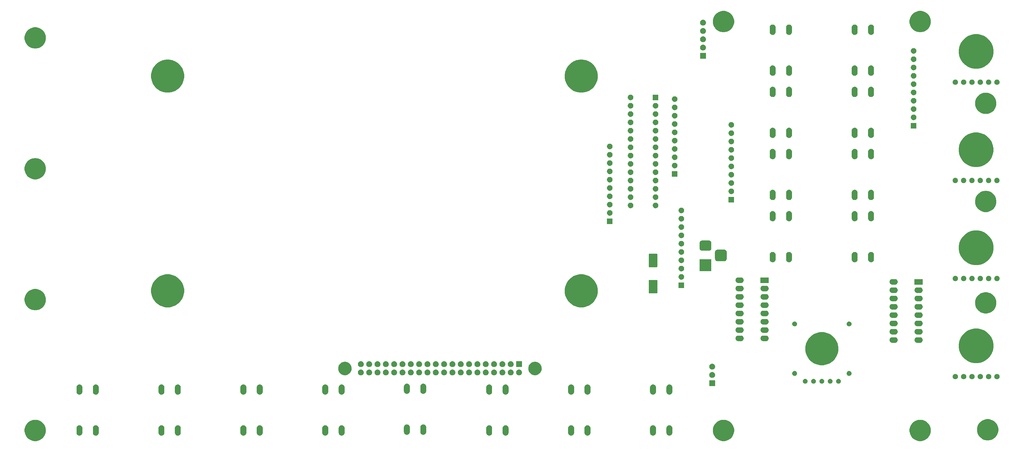
<source format=gbs>
G04 #@! TF.GenerationSoftware,KiCad,Pcbnew,6.0.0-rc1-unknown-e7fa02a~66~ubuntu18.04.1*
G04 #@! TF.CreationDate,2020-06-20T12:06:20-07:00
G04 #@! TF.ProjectId,fp2,6670322e-6b69-4636-9164-5f7063625858,rev?*
G04 #@! TF.SameCoordinates,Original*
G04 #@! TF.FileFunction,Soldermask,Bot*
G04 #@! TF.FilePolarity,Negative*
%FSLAX46Y46*%
G04 Gerber Fmt 4.6, Leading zero omitted, Abs format (unit mm)*
G04 Created by KiCad (PCBNEW 6.0.0-rc1-unknown-e7fa02a~66~ubuntu18.04.1) date Sat 20 Jun 2020 12:06:20 PM PDT*
%MOMM*%
%LPD*%
G04 APERTURE LIST*
%ADD10C,0.100000*%
G04 APERTURE END LIST*
D10*
G36*
X510634239Y-316811467D02*
G01*
X510948282Y-316873934D01*
X511539926Y-317119001D01*
X512068802Y-317472385D01*
X512072395Y-317474786D01*
X512525214Y-317927605D01*
X512525216Y-317927608D01*
X512880999Y-318460074D01*
X513121491Y-319040673D01*
X513126066Y-319051719D01*
X513251000Y-319679803D01*
X513251000Y-320320197D01*
X513224916Y-320451331D01*
X513126066Y-320948282D01*
X512880999Y-321539926D01*
X512668206Y-321858392D01*
X512525214Y-322072395D01*
X512072395Y-322525214D01*
X512072392Y-322525216D01*
X511539926Y-322880999D01*
X510948282Y-323126066D01*
X510634239Y-323188533D01*
X510320197Y-323251000D01*
X509679803Y-323251000D01*
X509365761Y-323188533D01*
X509051718Y-323126066D01*
X508460074Y-322880999D01*
X507927608Y-322525216D01*
X507927605Y-322525214D01*
X507474786Y-322072395D01*
X507331794Y-321858392D01*
X507119001Y-321539926D01*
X506873934Y-320948282D01*
X506775084Y-320451331D01*
X506749000Y-320320197D01*
X506749000Y-319679803D01*
X506873934Y-319051719D01*
X506878509Y-319040673D01*
X507119001Y-318460074D01*
X507474784Y-317927608D01*
X507474786Y-317927605D01*
X507927605Y-317474786D01*
X507931198Y-317472385D01*
X508460074Y-317119001D01*
X509051718Y-316873934D01*
X509365761Y-316811467D01*
X509679803Y-316749000D01*
X510320197Y-316749000D01*
X510634239Y-316811467D01*
X510634239Y-316811467D01*
G37*
G36*
X240634239Y-316811467D02*
G01*
X240948282Y-316873934D01*
X241539926Y-317119001D01*
X242068802Y-317472385D01*
X242072395Y-317474786D01*
X242525214Y-317927605D01*
X242525216Y-317927608D01*
X242880999Y-318460074D01*
X243121491Y-319040673D01*
X243126066Y-319051719D01*
X243251000Y-319679803D01*
X243251000Y-320320197D01*
X243224916Y-320451331D01*
X243126066Y-320948282D01*
X242880999Y-321539926D01*
X242668206Y-321858392D01*
X242525214Y-322072395D01*
X242072395Y-322525214D01*
X242072392Y-322525216D01*
X241539926Y-322880999D01*
X240948282Y-323126066D01*
X240634239Y-323188533D01*
X240320197Y-323251000D01*
X239679803Y-323251000D01*
X239365761Y-323188533D01*
X239051718Y-323126066D01*
X238460074Y-322880999D01*
X237927608Y-322525216D01*
X237927605Y-322525214D01*
X237474786Y-322072395D01*
X237331794Y-321858392D01*
X237119001Y-321539926D01*
X236873934Y-320948282D01*
X236775084Y-320451331D01*
X236749000Y-320320197D01*
X236749000Y-319679803D01*
X236873934Y-319051719D01*
X236878509Y-319040673D01*
X237119001Y-318460074D01*
X237474784Y-317927608D01*
X237474786Y-317927605D01*
X237927605Y-317474786D01*
X237931198Y-317472385D01*
X238460074Y-317119001D01*
X239051718Y-316873934D01*
X239365761Y-316811467D01*
X239679803Y-316749000D01*
X240320197Y-316749000D01*
X240634239Y-316811467D01*
X240634239Y-316811467D01*
G37*
G36*
X450634239Y-316811467D02*
G01*
X450948282Y-316873934D01*
X451539926Y-317119001D01*
X452068802Y-317472385D01*
X452072395Y-317474786D01*
X452525214Y-317927605D01*
X452525216Y-317927608D01*
X452880999Y-318460074D01*
X453121491Y-319040673D01*
X453126066Y-319051719D01*
X453251000Y-319679803D01*
X453251000Y-320320197D01*
X453224916Y-320451331D01*
X453126066Y-320948282D01*
X452880999Y-321539926D01*
X452668206Y-321858392D01*
X452525214Y-322072395D01*
X452072395Y-322525214D01*
X452072392Y-322525216D01*
X451539926Y-322880999D01*
X450948282Y-323126066D01*
X450634239Y-323188533D01*
X450320197Y-323251000D01*
X449679803Y-323251000D01*
X449365761Y-323188533D01*
X449051718Y-323126066D01*
X448460074Y-322880999D01*
X447927608Y-322525216D01*
X447927605Y-322525214D01*
X447474786Y-322072395D01*
X447331794Y-321858392D01*
X447119001Y-321539926D01*
X446873934Y-320948282D01*
X446775084Y-320451331D01*
X446749000Y-320320197D01*
X446749000Y-319679803D01*
X446873934Y-319051719D01*
X446878509Y-319040673D01*
X447119001Y-318460074D01*
X447474784Y-317927608D01*
X447474786Y-317927605D01*
X447927605Y-317474786D01*
X447931198Y-317472385D01*
X448460074Y-317119001D01*
X449051718Y-316873934D01*
X449365761Y-316811467D01*
X449679803Y-316749000D01*
X450320197Y-316749000D01*
X450634239Y-316811467D01*
X450634239Y-316811467D01*
G37*
G36*
X531240239Y-316597467D02*
G01*
X531554282Y-316659934D01*
X532145926Y-316905001D01*
X532466199Y-317119001D01*
X532678395Y-317260786D01*
X533131214Y-317713605D01*
X533131216Y-317713608D01*
X533486999Y-318246074D01*
X533732066Y-318837718D01*
X533857000Y-319465804D01*
X533857000Y-320106196D01*
X533732066Y-320734282D01*
X533486999Y-321325926D01*
X533317616Y-321579425D01*
X533131214Y-321858395D01*
X532678395Y-322311214D01*
X532678392Y-322311216D01*
X532145926Y-322666999D01*
X531554282Y-322912066D01*
X531240239Y-322974533D01*
X530926197Y-323037000D01*
X530285803Y-323037000D01*
X529971761Y-322974533D01*
X529657718Y-322912066D01*
X529066074Y-322666999D01*
X528533608Y-322311216D01*
X528533605Y-322311214D01*
X528080786Y-321858395D01*
X527894384Y-321579425D01*
X527725001Y-321325926D01*
X527479934Y-320734282D01*
X527355000Y-320106196D01*
X527355000Y-319465804D01*
X527479934Y-318837718D01*
X527725001Y-318246074D01*
X528080784Y-317713608D01*
X528080786Y-317713605D01*
X528533605Y-317260786D01*
X528745801Y-317119001D01*
X529066074Y-316905001D01*
X529657718Y-316659934D01*
X529971761Y-316597467D01*
X530285803Y-316535000D01*
X530926197Y-316535000D01*
X531240239Y-316597467D01*
X531240239Y-316597467D01*
G37*
G36*
X433679293Y-318438233D02*
G01*
X433851695Y-318490531D01*
X434010583Y-318575458D01*
X434149849Y-318689751D01*
X434264141Y-318829017D01*
X434268792Y-318837719D01*
X434349069Y-318987906D01*
X434401367Y-319160306D01*
X434414600Y-319294669D01*
X434414600Y-320705331D01*
X434401367Y-320839694D01*
X434349069Y-321012094D01*
X434349068Y-321012096D01*
X434264141Y-321170983D01*
X434149849Y-321310249D01*
X434010583Y-321424541D01*
X433851696Y-321509468D01*
X433851694Y-321509469D01*
X433679294Y-321561767D01*
X433500000Y-321579425D01*
X433320707Y-321561767D01*
X433148307Y-321509469D01*
X433148305Y-321509468D01*
X432989418Y-321424541D01*
X432850152Y-321310249D01*
X432735860Y-321170983D01*
X432650933Y-321012096D01*
X432650932Y-321012094D01*
X432598634Y-320839694D01*
X432585401Y-320705331D01*
X432585400Y-319294670D01*
X432598633Y-319160307D01*
X432650931Y-318987905D01*
X432735858Y-318829017D01*
X432850151Y-318689751D01*
X432989416Y-318575460D01*
X432989415Y-318575460D01*
X432989417Y-318575459D01*
X433148304Y-318490532D01*
X433148306Y-318490531D01*
X433320706Y-318438233D01*
X433500000Y-318420575D01*
X433679293Y-318438233D01*
X433679293Y-318438233D01*
G37*
G36*
X383679293Y-318438233D02*
G01*
X383851695Y-318490531D01*
X384010583Y-318575458D01*
X384149849Y-318689751D01*
X384264141Y-318829017D01*
X384268792Y-318837719D01*
X384349069Y-318987906D01*
X384401367Y-319160306D01*
X384414600Y-319294669D01*
X384414600Y-320705331D01*
X384401367Y-320839694D01*
X384349069Y-321012094D01*
X384349068Y-321012096D01*
X384264141Y-321170983D01*
X384149849Y-321310249D01*
X384010583Y-321424541D01*
X383851696Y-321509468D01*
X383851694Y-321509469D01*
X383679294Y-321561767D01*
X383500000Y-321579425D01*
X383320707Y-321561767D01*
X383148307Y-321509469D01*
X383148305Y-321509468D01*
X382989418Y-321424541D01*
X382850152Y-321310249D01*
X382735860Y-321170983D01*
X382650933Y-321012096D01*
X382650932Y-321012094D01*
X382598634Y-320839694D01*
X382585401Y-320705331D01*
X382585400Y-319294670D01*
X382598633Y-319160307D01*
X382650931Y-318987905D01*
X382735858Y-318829017D01*
X382850151Y-318689751D01*
X382989416Y-318575460D01*
X382989415Y-318575460D01*
X382989417Y-318575459D01*
X383148304Y-318490532D01*
X383148306Y-318490531D01*
X383320706Y-318438233D01*
X383500000Y-318420575D01*
X383679293Y-318438233D01*
X383679293Y-318438233D01*
G37*
G36*
X378679293Y-318438233D02*
G01*
X378851695Y-318490531D01*
X379010583Y-318575458D01*
X379149849Y-318689751D01*
X379264141Y-318829017D01*
X379268792Y-318837719D01*
X379349069Y-318987906D01*
X379401367Y-319160306D01*
X379414600Y-319294669D01*
X379414600Y-320705331D01*
X379401367Y-320839694D01*
X379349069Y-321012094D01*
X379349068Y-321012096D01*
X379264141Y-321170983D01*
X379149849Y-321310249D01*
X379010583Y-321424541D01*
X378851696Y-321509468D01*
X378851694Y-321509469D01*
X378679294Y-321561767D01*
X378500000Y-321579425D01*
X378320707Y-321561767D01*
X378148307Y-321509469D01*
X378148305Y-321509468D01*
X377989418Y-321424541D01*
X377850152Y-321310249D01*
X377735860Y-321170983D01*
X377650933Y-321012096D01*
X377650932Y-321012094D01*
X377598634Y-320839694D01*
X377585401Y-320705331D01*
X377585400Y-319294670D01*
X377598633Y-319160307D01*
X377650931Y-318987905D01*
X377735858Y-318829017D01*
X377850151Y-318689751D01*
X377989416Y-318575460D01*
X377989415Y-318575460D01*
X377989417Y-318575459D01*
X378148304Y-318490532D01*
X378148306Y-318490531D01*
X378320706Y-318438233D01*
X378500000Y-318420575D01*
X378679293Y-318438233D01*
X378679293Y-318438233D01*
G37*
G36*
X403679293Y-318438233D02*
G01*
X403851695Y-318490531D01*
X404010583Y-318575458D01*
X404149849Y-318689751D01*
X404264141Y-318829017D01*
X404268792Y-318837719D01*
X404349069Y-318987906D01*
X404401367Y-319160306D01*
X404414600Y-319294669D01*
X404414600Y-320705331D01*
X404401367Y-320839694D01*
X404349069Y-321012094D01*
X404349068Y-321012096D01*
X404264141Y-321170983D01*
X404149849Y-321310249D01*
X404010583Y-321424541D01*
X403851696Y-321509468D01*
X403851694Y-321509469D01*
X403679294Y-321561767D01*
X403500000Y-321579425D01*
X403320707Y-321561767D01*
X403148307Y-321509469D01*
X403148305Y-321509468D01*
X402989418Y-321424541D01*
X402850152Y-321310249D01*
X402735860Y-321170983D01*
X402650933Y-321012096D01*
X402650932Y-321012094D01*
X402598634Y-320839694D01*
X402585401Y-320705331D01*
X402585400Y-319294670D01*
X402598633Y-319160307D01*
X402650931Y-318987905D01*
X402735858Y-318829017D01*
X402850151Y-318689751D01*
X402989416Y-318575460D01*
X402989415Y-318575460D01*
X402989417Y-318575459D01*
X403148304Y-318490532D01*
X403148306Y-318490531D01*
X403320706Y-318438233D01*
X403500000Y-318420575D01*
X403679293Y-318438233D01*
X403679293Y-318438233D01*
G37*
G36*
X408679293Y-318438233D02*
G01*
X408851695Y-318490531D01*
X409010583Y-318575458D01*
X409149849Y-318689751D01*
X409264141Y-318829017D01*
X409268792Y-318837719D01*
X409349069Y-318987906D01*
X409401367Y-319160306D01*
X409414600Y-319294669D01*
X409414600Y-320705331D01*
X409401367Y-320839694D01*
X409349069Y-321012094D01*
X409349068Y-321012096D01*
X409264141Y-321170983D01*
X409149849Y-321310249D01*
X409010583Y-321424541D01*
X408851696Y-321509468D01*
X408851694Y-321509469D01*
X408679294Y-321561767D01*
X408500000Y-321579425D01*
X408320707Y-321561767D01*
X408148307Y-321509469D01*
X408148305Y-321509468D01*
X407989418Y-321424541D01*
X407850152Y-321310249D01*
X407735860Y-321170983D01*
X407650933Y-321012096D01*
X407650932Y-321012094D01*
X407598634Y-320839694D01*
X407585401Y-320705331D01*
X407585400Y-319294670D01*
X407598633Y-319160307D01*
X407650931Y-318987905D01*
X407735858Y-318829017D01*
X407850151Y-318689751D01*
X407989416Y-318575460D01*
X407989415Y-318575460D01*
X407989417Y-318575459D01*
X408148304Y-318490532D01*
X408148306Y-318490531D01*
X408320706Y-318438233D01*
X408500000Y-318420575D01*
X408679293Y-318438233D01*
X408679293Y-318438233D01*
G37*
G36*
X428679293Y-318438233D02*
G01*
X428851695Y-318490531D01*
X429010583Y-318575458D01*
X429149849Y-318689751D01*
X429264141Y-318829017D01*
X429268792Y-318837719D01*
X429349069Y-318987906D01*
X429401367Y-319160306D01*
X429414600Y-319294669D01*
X429414600Y-320705331D01*
X429401367Y-320839694D01*
X429349069Y-321012094D01*
X429349068Y-321012096D01*
X429264141Y-321170983D01*
X429149849Y-321310249D01*
X429010583Y-321424541D01*
X428851696Y-321509468D01*
X428851694Y-321509469D01*
X428679294Y-321561767D01*
X428500000Y-321579425D01*
X428320707Y-321561767D01*
X428148307Y-321509469D01*
X428148305Y-321509468D01*
X427989418Y-321424541D01*
X427850152Y-321310249D01*
X427735860Y-321170983D01*
X427650933Y-321012096D01*
X427650932Y-321012094D01*
X427598634Y-320839694D01*
X427585401Y-320705331D01*
X427585400Y-319294670D01*
X427598633Y-319160307D01*
X427650931Y-318987905D01*
X427735858Y-318829017D01*
X427850151Y-318689751D01*
X427989416Y-318575460D01*
X427989415Y-318575460D01*
X427989417Y-318575459D01*
X428148304Y-318490532D01*
X428148306Y-318490531D01*
X428320706Y-318438233D01*
X428500000Y-318420575D01*
X428679293Y-318438233D01*
X428679293Y-318438233D01*
G37*
G36*
X258679293Y-318438233D02*
G01*
X258851695Y-318490531D01*
X259010583Y-318575458D01*
X259149849Y-318689751D01*
X259264141Y-318829017D01*
X259268792Y-318837719D01*
X259349069Y-318987906D01*
X259401367Y-319160306D01*
X259414600Y-319294669D01*
X259414600Y-320705331D01*
X259401367Y-320839694D01*
X259349069Y-321012094D01*
X259349068Y-321012096D01*
X259264141Y-321170983D01*
X259149849Y-321310249D01*
X259010583Y-321424541D01*
X258851696Y-321509468D01*
X258851694Y-321509469D01*
X258679294Y-321561767D01*
X258500000Y-321579425D01*
X258320707Y-321561767D01*
X258148307Y-321509469D01*
X258148305Y-321509468D01*
X257989418Y-321424541D01*
X257850152Y-321310249D01*
X257735860Y-321170983D01*
X257650933Y-321012096D01*
X257650932Y-321012094D01*
X257598634Y-320839694D01*
X257585401Y-320705331D01*
X257585400Y-319294670D01*
X257598633Y-319160307D01*
X257650931Y-318987905D01*
X257735858Y-318829017D01*
X257850151Y-318689751D01*
X257989416Y-318575460D01*
X257989415Y-318575460D01*
X257989417Y-318575459D01*
X258148304Y-318490532D01*
X258148306Y-318490531D01*
X258320706Y-318438233D01*
X258500000Y-318420575D01*
X258679293Y-318438233D01*
X258679293Y-318438233D01*
G37*
G36*
X278679293Y-318438233D02*
G01*
X278851695Y-318490531D01*
X279010583Y-318575458D01*
X279149849Y-318689751D01*
X279264141Y-318829017D01*
X279268792Y-318837719D01*
X279349069Y-318987906D01*
X279401367Y-319160306D01*
X279414600Y-319294669D01*
X279414600Y-320705331D01*
X279401367Y-320839694D01*
X279349069Y-321012094D01*
X279349068Y-321012096D01*
X279264141Y-321170983D01*
X279149849Y-321310249D01*
X279010583Y-321424541D01*
X278851696Y-321509468D01*
X278851694Y-321509469D01*
X278679294Y-321561767D01*
X278500000Y-321579425D01*
X278320707Y-321561767D01*
X278148307Y-321509469D01*
X278148305Y-321509468D01*
X277989418Y-321424541D01*
X277850152Y-321310249D01*
X277735860Y-321170983D01*
X277650933Y-321012096D01*
X277650932Y-321012094D01*
X277598634Y-320839694D01*
X277585401Y-320705331D01*
X277585400Y-319294670D01*
X277598633Y-319160307D01*
X277650931Y-318987905D01*
X277735858Y-318829017D01*
X277850151Y-318689751D01*
X277989416Y-318575460D01*
X277989415Y-318575460D01*
X277989417Y-318575459D01*
X278148304Y-318490532D01*
X278148306Y-318490531D01*
X278320706Y-318438233D01*
X278500000Y-318420575D01*
X278679293Y-318438233D01*
X278679293Y-318438233D01*
G37*
G36*
X303679293Y-318438233D02*
G01*
X303851695Y-318490531D01*
X304010583Y-318575458D01*
X304149849Y-318689751D01*
X304264141Y-318829017D01*
X304268792Y-318837719D01*
X304349069Y-318987906D01*
X304401367Y-319160306D01*
X304414600Y-319294669D01*
X304414600Y-320705331D01*
X304401367Y-320839694D01*
X304349069Y-321012094D01*
X304349068Y-321012096D01*
X304264141Y-321170983D01*
X304149849Y-321310249D01*
X304010583Y-321424541D01*
X303851696Y-321509468D01*
X303851694Y-321509469D01*
X303679294Y-321561767D01*
X303500000Y-321579425D01*
X303320707Y-321561767D01*
X303148307Y-321509469D01*
X303148305Y-321509468D01*
X302989418Y-321424541D01*
X302850152Y-321310249D01*
X302735860Y-321170983D01*
X302650933Y-321012096D01*
X302650932Y-321012094D01*
X302598634Y-320839694D01*
X302585401Y-320705331D01*
X302585400Y-319294670D01*
X302598633Y-319160307D01*
X302650931Y-318987905D01*
X302735858Y-318829017D01*
X302850151Y-318689751D01*
X302989416Y-318575460D01*
X302989415Y-318575460D01*
X302989417Y-318575459D01*
X303148304Y-318490532D01*
X303148306Y-318490531D01*
X303320706Y-318438233D01*
X303500000Y-318420575D01*
X303679293Y-318438233D01*
X303679293Y-318438233D01*
G37*
G36*
X308679293Y-318438233D02*
G01*
X308851695Y-318490531D01*
X309010583Y-318575458D01*
X309149849Y-318689751D01*
X309264141Y-318829017D01*
X309268792Y-318837719D01*
X309349069Y-318987906D01*
X309401367Y-319160306D01*
X309414600Y-319294669D01*
X309414600Y-320705331D01*
X309401367Y-320839694D01*
X309349069Y-321012094D01*
X309349068Y-321012096D01*
X309264141Y-321170983D01*
X309149849Y-321310249D01*
X309010583Y-321424541D01*
X308851696Y-321509468D01*
X308851694Y-321509469D01*
X308679294Y-321561767D01*
X308500000Y-321579425D01*
X308320707Y-321561767D01*
X308148307Y-321509469D01*
X308148305Y-321509468D01*
X307989418Y-321424541D01*
X307850152Y-321310249D01*
X307735860Y-321170983D01*
X307650933Y-321012096D01*
X307650932Y-321012094D01*
X307598634Y-320839694D01*
X307585401Y-320705331D01*
X307585400Y-319294670D01*
X307598633Y-319160307D01*
X307650931Y-318987905D01*
X307735858Y-318829017D01*
X307850151Y-318689751D01*
X307989416Y-318575460D01*
X307989415Y-318575460D01*
X307989417Y-318575459D01*
X308148304Y-318490532D01*
X308148306Y-318490531D01*
X308320706Y-318438233D01*
X308500000Y-318420575D01*
X308679293Y-318438233D01*
X308679293Y-318438233D01*
G37*
G36*
X333679293Y-318438233D02*
G01*
X333851695Y-318490531D01*
X334010583Y-318575458D01*
X334149849Y-318689751D01*
X334264141Y-318829017D01*
X334268792Y-318837719D01*
X334349069Y-318987906D01*
X334401367Y-319160306D01*
X334414600Y-319294669D01*
X334414600Y-320705331D01*
X334401367Y-320839694D01*
X334349069Y-321012094D01*
X334349068Y-321012096D01*
X334264141Y-321170983D01*
X334149849Y-321310249D01*
X334010583Y-321424541D01*
X333851696Y-321509468D01*
X333851694Y-321509469D01*
X333679294Y-321561767D01*
X333500000Y-321579425D01*
X333320707Y-321561767D01*
X333148307Y-321509469D01*
X333148305Y-321509468D01*
X332989418Y-321424541D01*
X332850152Y-321310249D01*
X332735860Y-321170983D01*
X332650933Y-321012096D01*
X332650932Y-321012094D01*
X332598634Y-320839694D01*
X332585401Y-320705331D01*
X332585400Y-319294670D01*
X332598633Y-319160307D01*
X332650931Y-318987905D01*
X332735858Y-318829017D01*
X332850151Y-318689751D01*
X332989416Y-318575460D01*
X332989415Y-318575460D01*
X332989417Y-318575459D01*
X333148304Y-318490532D01*
X333148306Y-318490531D01*
X333320706Y-318438233D01*
X333500000Y-318420575D01*
X333679293Y-318438233D01*
X333679293Y-318438233D01*
G37*
G36*
X328679293Y-318438233D02*
G01*
X328851695Y-318490531D01*
X329010583Y-318575458D01*
X329149849Y-318689751D01*
X329264141Y-318829017D01*
X329268792Y-318837719D01*
X329349069Y-318987906D01*
X329401367Y-319160306D01*
X329414600Y-319294669D01*
X329414600Y-320705331D01*
X329401367Y-320839694D01*
X329349069Y-321012094D01*
X329349068Y-321012096D01*
X329264141Y-321170983D01*
X329149849Y-321310249D01*
X329010583Y-321424541D01*
X328851696Y-321509468D01*
X328851694Y-321509469D01*
X328679294Y-321561767D01*
X328500000Y-321579425D01*
X328320707Y-321561767D01*
X328148307Y-321509469D01*
X328148305Y-321509468D01*
X327989418Y-321424541D01*
X327850152Y-321310249D01*
X327735860Y-321170983D01*
X327650933Y-321012096D01*
X327650932Y-321012094D01*
X327598634Y-320839694D01*
X327585401Y-320705331D01*
X327585400Y-319294670D01*
X327598633Y-319160307D01*
X327650931Y-318987905D01*
X327735858Y-318829017D01*
X327850151Y-318689751D01*
X327989416Y-318575460D01*
X327989415Y-318575460D01*
X327989417Y-318575459D01*
X328148304Y-318490532D01*
X328148306Y-318490531D01*
X328320706Y-318438233D01*
X328500000Y-318420575D01*
X328679293Y-318438233D01*
X328679293Y-318438233D01*
G37*
G36*
X253679293Y-318438233D02*
G01*
X253851695Y-318490531D01*
X254010583Y-318575458D01*
X254149849Y-318689751D01*
X254264141Y-318829017D01*
X254268792Y-318837719D01*
X254349069Y-318987906D01*
X254401367Y-319160306D01*
X254414600Y-319294669D01*
X254414600Y-320705331D01*
X254401367Y-320839694D01*
X254349069Y-321012094D01*
X254349068Y-321012096D01*
X254264141Y-321170983D01*
X254149849Y-321310249D01*
X254010583Y-321424541D01*
X253851696Y-321509468D01*
X253851694Y-321509469D01*
X253679294Y-321561767D01*
X253500000Y-321579425D01*
X253320707Y-321561767D01*
X253148307Y-321509469D01*
X253148305Y-321509468D01*
X252989418Y-321424541D01*
X252850152Y-321310249D01*
X252735860Y-321170983D01*
X252650933Y-321012096D01*
X252650932Y-321012094D01*
X252598634Y-320839694D01*
X252585401Y-320705331D01*
X252585400Y-319294670D01*
X252598633Y-319160307D01*
X252650931Y-318987905D01*
X252735858Y-318829017D01*
X252850151Y-318689751D01*
X252989416Y-318575460D01*
X252989415Y-318575460D01*
X252989417Y-318575459D01*
X253148304Y-318490532D01*
X253148306Y-318490531D01*
X253320706Y-318438233D01*
X253500000Y-318420575D01*
X253679293Y-318438233D01*
X253679293Y-318438233D01*
G37*
G36*
X283679293Y-318438233D02*
G01*
X283851695Y-318490531D01*
X284010583Y-318575458D01*
X284149849Y-318689751D01*
X284264141Y-318829017D01*
X284268792Y-318837719D01*
X284349069Y-318987906D01*
X284401367Y-319160306D01*
X284414600Y-319294669D01*
X284414600Y-320705331D01*
X284401367Y-320839694D01*
X284349069Y-321012094D01*
X284349068Y-321012096D01*
X284264141Y-321170983D01*
X284149849Y-321310249D01*
X284010583Y-321424541D01*
X283851696Y-321509468D01*
X283851694Y-321509469D01*
X283679294Y-321561767D01*
X283500000Y-321579425D01*
X283320707Y-321561767D01*
X283148307Y-321509469D01*
X283148305Y-321509468D01*
X282989418Y-321424541D01*
X282850152Y-321310249D01*
X282735860Y-321170983D01*
X282650933Y-321012096D01*
X282650932Y-321012094D01*
X282598634Y-320839694D01*
X282585401Y-320705331D01*
X282585400Y-319294670D01*
X282598633Y-319160307D01*
X282650931Y-318987905D01*
X282735858Y-318829017D01*
X282850151Y-318689751D01*
X282989416Y-318575460D01*
X282989415Y-318575460D01*
X282989417Y-318575459D01*
X283148304Y-318490532D01*
X283148306Y-318490531D01*
X283320706Y-318438233D01*
X283500000Y-318420575D01*
X283679293Y-318438233D01*
X283679293Y-318438233D01*
G37*
G36*
X353583293Y-318184233D02*
G01*
X353755695Y-318236531D01*
X353914583Y-318321458D01*
X354035357Y-318420575D01*
X354053849Y-318435751D01*
X354168141Y-318575017D01*
X354229468Y-318689751D01*
X354253069Y-318733906D01*
X354305367Y-318906306D01*
X354318600Y-319040669D01*
X354318600Y-320451331D01*
X354305367Y-320585694D01*
X354260292Y-320734282D01*
X354253068Y-320758096D01*
X354168141Y-320916983D01*
X354053849Y-321056249D01*
X353914583Y-321170541D01*
X353755696Y-321255468D01*
X353755694Y-321255469D01*
X353583294Y-321307767D01*
X353404000Y-321325425D01*
X353224707Y-321307767D01*
X353052307Y-321255469D01*
X353052305Y-321255468D01*
X352893418Y-321170541D01*
X352754152Y-321056249D01*
X352639860Y-320916983D01*
X352554933Y-320758096D01*
X352547709Y-320734282D01*
X352502634Y-320585694D01*
X352489401Y-320451331D01*
X352489400Y-319040670D01*
X352502633Y-318906307D01*
X352554931Y-318733905D01*
X352639858Y-318575017D01*
X352754151Y-318435751D01*
X352893416Y-318321460D01*
X352893415Y-318321460D01*
X352893417Y-318321459D01*
X353052304Y-318236532D01*
X353052306Y-318236531D01*
X353224706Y-318184233D01*
X353404000Y-318166575D01*
X353583293Y-318184233D01*
X353583293Y-318184233D01*
G37*
G36*
X358583293Y-318184233D02*
G01*
X358755695Y-318236531D01*
X358914583Y-318321458D01*
X359035357Y-318420575D01*
X359053849Y-318435751D01*
X359168141Y-318575017D01*
X359229468Y-318689751D01*
X359253069Y-318733906D01*
X359305367Y-318906306D01*
X359318600Y-319040669D01*
X359318600Y-320451331D01*
X359305367Y-320585694D01*
X359260292Y-320734282D01*
X359253068Y-320758096D01*
X359168141Y-320916983D01*
X359053849Y-321056249D01*
X358914583Y-321170541D01*
X358755696Y-321255468D01*
X358755694Y-321255469D01*
X358583294Y-321307767D01*
X358404000Y-321325425D01*
X358224707Y-321307767D01*
X358052307Y-321255469D01*
X358052305Y-321255468D01*
X357893418Y-321170541D01*
X357754152Y-321056249D01*
X357639860Y-320916983D01*
X357554933Y-320758096D01*
X357547709Y-320734282D01*
X357502634Y-320585694D01*
X357489401Y-320451331D01*
X357489400Y-319040670D01*
X357502633Y-318906307D01*
X357554931Y-318733905D01*
X357639858Y-318575017D01*
X357754151Y-318435751D01*
X357893416Y-318321460D01*
X357893415Y-318321460D01*
X357893417Y-318321459D01*
X358052304Y-318236532D01*
X358052306Y-318236531D01*
X358224706Y-318184233D01*
X358404000Y-318166575D01*
X358583293Y-318184233D01*
X358583293Y-318184233D01*
G37*
G36*
X308679293Y-305938233D02*
G01*
X308851695Y-305990531D01*
X309010583Y-306075458D01*
X309149849Y-306189751D01*
X309264141Y-306329017D01*
X309349068Y-306487904D01*
X309349069Y-306487906D01*
X309401367Y-306660306D01*
X309414600Y-306794669D01*
X309414600Y-308205331D01*
X309401367Y-308339694D01*
X309349069Y-308512094D01*
X309349068Y-308512096D01*
X309264141Y-308670983D01*
X309149849Y-308810249D01*
X309010583Y-308924541D01*
X308851696Y-309009468D01*
X308851694Y-309009469D01*
X308679294Y-309061767D01*
X308500000Y-309079425D01*
X308320707Y-309061767D01*
X308148307Y-309009469D01*
X308148305Y-309009468D01*
X307989418Y-308924541D01*
X307850152Y-308810249D01*
X307735860Y-308670983D01*
X307650933Y-308512096D01*
X307650932Y-308512094D01*
X307598634Y-308339694D01*
X307585401Y-308205331D01*
X307585400Y-306794670D01*
X307598633Y-306660307D01*
X307650931Y-306487905D01*
X307735858Y-306329017D01*
X307850151Y-306189751D01*
X307989416Y-306075460D01*
X307989415Y-306075460D01*
X307989417Y-306075459D01*
X308148304Y-305990532D01*
X308148306Y-305990531D01*
X308320706Y-305938233D01*
X308500000Y-305920575D01*
X308679293Y-305938233D01*
X308679293Y-305938233D01*
G37*
G36*
X283679293Y-305938233D02*
G01*
X283851695Y-305990531D01*
X284010583Y-306075458D01*
X284149849Y-306189751D01*
X284264141Y-306329017D01*
X284349068Y-306487904D01*
X284349069Y-306487906D01*
X284401367Y-306660306D01*
X284414600Y-306794669D01*
X284414600Y-308205331D01*
X284401367Y-308339694D01*
X284349069Y-308512094D01*
X284349068Y-308512096D01*
X284264141Y-308670983D01*
X284149849Y-308810249D01*
X284010583Y-308924541D01*
X283851696Y-309009468D01*
X283851694Y-309009469D01*
X283679294Y-309061767D01*
X283500000Y-309079425D01*
X283320707Y-309061767D01*
X283148307Y-309009469D01*
X283148305Y-309009468D01*
X282989418Y-308924541D01*
X282850152Y-308810249D01*
X282735860Y-308670983D01*
X282650933Y-308512096D01*
X282650932Y-308512094D01*
X282598634Y-308339694D01*
X282585401Y-308205331D01*
X282585400Y-306794670D01*
X282598633Y-306660307D01*
X282650931Y-306487905D01*
X282735858Y-306329017D01*
X282850151Y-306189751D01*
X282989416Y-306075460D01*
X282989415Y-306075460D01*
X282989417Y-306075459D01*
X283148304Y-305990532D01*
X283148306Y-305990531D01*
X283320706Y-305938233D01*
X283500000Y-305920575D01*
X283679293Y-305938233D01*
X283679293Y-305938233D01*
G37*
G36*
X303679293Y-305938233D02*
G01*
X303851695Y-305990531D01*
X304010583Y-306075458D01*
X304149849Y-306189751D01*
X304264141Y-306329017D01*
X304349068Y-306487904D01*
X304349069Y-306487906D01*
X304401367Y-306660306D01*
X304414600Y-306794669D01*
X304414600Y-308205331D01*
X304401367Y-308339694D01*
X304349069Y-308512094D01*
X304349068Y-308512096D01*
X304264141Y-308670983D01*
X304149849Y-308810249D01*
X304010583Y-308924541D01*
X303851696Y-309009468D01*
X303851694Y-309009469D01*
X303679294Y-309061767D01*
X303500000Y-309079425D01*
X303320707Y-309061767D01*
X303148307Y-309009469D01*
X303148305Y-309009468D01*
X302989418Y-308924541D01*
X302850152Y-308810249D01*
X302735860Y-308670983D01*
X302650933Y-308512096D01*
X302650932Y-308512094D01*
X302598634Y-308339694D01*
X302585401Y-308205331D01*
X302585400Y-306794670D01*
X302598633Y-306660307D01*
X302650931Y-306487905D01*
X302735858Y-306329017D01*
X302850151Y-306189751D01*
X302989416Y-306075460D01*
X302989415Y-306075460D01*
X302989417Y-306075459D01*
X303148304Y-305990532D01*
X303148306Y-305990531D01*
X303320706Y-305938233D01*
X303500000Y-305920575D01*
X303679293Y-305938233D01*
X303679293Y-305938233D01*
G37*
G36*
X278679293Y-305938233D02*
G01*
X278851695Y-305990531D01*
X279010583Y-306075458D01*
X279149849Y-306189751D01*
X279264141Y-306329017D01*
X279349068Y-306487904D01*
X279349069Y-306487906D01*
X279401367Y-306660306D01*
X279414600Y-306794669D01*
X279414600Y-308205331D01*
X279401367Y-308339694D01*
X279349069Y-308512094D01*
X279349068Y-308512096D01*
X279264141Y-308670983D01*
X279149849Y-308810249D01*
X279010583Y-308924541D01*
X278851696Y-309009468D01*
X278851694Y-309009469D01*
X278679294Y-309061767D01*
X278500000Y-309079425D01*
X278320707Y-309061767D01*
X278148307Y-309009469D01*
X278148305Y-309009468D01*
X277989418Y-308924541D01*
X277850152Y-308810249D01*
X277735860Y-308670983D01*
X277650933Y-308512096D01*
X277650932Y-308512094D01*
X277598634Y-308339694D01*
X277585401Y-308205331D01*
X277585400Y-306794670D01*
X277598633Y-306660307D01*
X277650931Y-306487905D01*
X277735858Y-306329017D01*
X277850151Y-306189751D01*
X277989416Y-306075460D01*
X277989415Y-306075460D01*
X277989417Y-306075459D01*
X278148304Y-305990532D01*
X278148306Y-305990531D01*
X278320706Y-305938233D01*
X278500000Y-305920575D01*
X278679293Y-305938233D01*
X278679293Y-305938233D01*
G37*
G36*
X258679293Y-305938233D02*
G01*
X258851695Y-305990531D01*
X259010583Y-306075458D01*
X259149849Y-306189751D01*
X259264141Y-306329017D01*
X259349068Y-306487904D01*
X259349069Y-306487906D01*
X259401367Y-306660306D01*
X259414600Y-306794669D01*
X259414600Y-308205331D01*
X259401367Y-308339694D01*
X259349069Y-308512094D01*
X259349068Y-308512096D01*
X259264141Y-308670983D01*
X259149849Y-308810249D01*
X259010583Y-308924541D01*
X258851696Y-309009468D01*
X258851694Y-309009469D01*
X258679294Y-309061767D01*
X258500000Y-309079425D01*
X258320707Y-309061767D01*
X258148307Y-309009469D01*
X258148305Y-309009468D01*
X257989418Y-308924541D01*
X257850152Y-308810249D01*
X257735860Y-308670983D01*
X257650933Y-308512096D01*
X257650932Y-308512094D01*
X257598634Y-308339694D01*
X257585401Y-308205331D01*
X257585400Y-306794670D01*
X257598633Y-306660307D01*
X257650931Y-306487905D01*
X257735858Y-306329017D01*
X257850151Y-306189751D01*
X257989416Y-306075460D01*
X257989415Y-306075460D01*
X257989417Y-306075459D01*
X258148304Y-305990532D01*
X258148306Y-305990531D01*
X258320706Y-305938233D01*
X258500000Y-305920575D01*
X258679293Y-305938233D01*
X258679293Y-305938233D01*
G37*
G36*
X253679293Y-305938233D02*
G01*
X253851695Y-305990531D01*
X254010583Y-306075458D01*
X254149849Y-306189751D01*
X254264141Y-306329017D01*
X254349068Y-306487904D01*
X254349069Y-306487906D01*
X254401367Y-306660306D01*
X254414600Y-306794669D01*
X254414600Y-308205331D01*
X254401367Y-308339694D01*
X254349069Y-308512094D01*
X254349068Y-308512096D01*
X254264141Y-308670983D01*
X254149849Y-308810249D01*
X254010583Y-308924541D01*
X253851696Y-309009468D01*
X253851694Y-309009469D01*
X253679294Y-309061767D01*
X253500000Y-309079425D01*
X253320707Y-309061767D01*
X253148307Y-309009469D01*
X253148305Y-309009468D01*
X252989418Y-308924541D01*
X252850152Y-308810249D01*
X252735860Y-308670983D01*
X252650933Y-308512096D01*
X252650932Y-308512094D01*
X252598634Y-308339694D01*
X252585401Y-308205331D01*
X252585400Y-306794670D01*
X252598633Y-306660307D01*
X252650931Y-306487905D01*
X252735858Y-306329017D01*
X252850151Y-306189751D01*
X252989416Y-306075460D01*
X252989415Y-306075460D01*
X252989417Y-306075459D01*
X253148304Y-305990532D01*
X253148306Y-305990531D01*
X253320706Y-305938233D01*
X253500000Y-305920575D01*
X253679293Y-305938233D01*
X253679293Y-305938233D01*
G37*
G36*
X328679293Y-305938233D02*
G01*
X328851695Y-305990531D01*
X329010583Y-306075458D01*
X329149849Y-306189751D01*
X329264141Y-306329017D01*
X329349068Y-306487904D01*
X329349069Y-306487906D01*
X329401367Y-306660306D01*
X329414600Y-306794669D01*
X329414600Y-308205331D01*
X329401367Y-308339694D01*
X329349069Y-308512094D01*
X329349068Y-308512096D01*
X329264141Y-308670983D01*
X329149849Y-308810249D01*
X329010583Y-308924541D01*
X328851696Y-309009468D01*
X328851694Y-309009469D01*
X328679294Y-309061767D01*
X328500000Y-309079425D01*
X328320707Y-309061767D01*
X328148307Y-309009469D01*
X328148305Y-309009468D01*
X327989418Y-308924541D01*
X327850152Y-308810249D01*
X327735860Y-308670983D01*
X327650933Y-308512096D01*
X327650932Y-308512094D01*
X327598634Y-308339694D01*
X327585401Y-308205331D01*
X327585400Y-306794670D01*
X327598633Y-306660307D01*
X327650931Y-306487905D01*
X327735858Y-306329017D01*
X327850151Y-306189751D01*
X327989416Y-306075460D01*
X327989415Y-306075460D01*
X327989417Y-306075459D01*
X328148304Y-305990532D01*
X328148306Y-305990531D01*
X328320706Y-305938233D01*
X328500000Y-305920575D01*
X328679293Y-305938233D01*
X328679293Y-305938233D01*
G37*
G36*
X378679293Y-305938233D02*
G01*
X378851695Y-305990531D01*
X379010583Y-306075458D01*
X379149849Y-306189751D01*
X379264141Y-306329017D01*
X379349068Y-306487904D01*
X379349069Y-306487906D01*
X379401367Y-306660306D01*
X379414600Y-306794669D01*
X379414600Y-308205331D01*
X379401367Y-308339694D01*
X379349069Y-308512094D01*
X379349068Y-308512096D01*
X379264141Y-308670983D01*
X379149849Y-308810249D01*
X379010583Y-308924541D01*
X378851696Y-309009468D01*
X378851694Y-309009469D01*
X378679294Y-309061767D01*
X378500000Y-309079425D01*
X378320707Y-309061767D01*
X378148307Y-309009469D01*
X378148305Y-309009468D01*
X377989418Y-308924541D01*
X377850152Y-308810249D01*
X377735860Y-308670983D01*
X377650933Y-308512096D01*
X377650932Y-308512094D01*
X377598634Y-308339694D01*
X377585401Y-308205331D01*
X377585400Y-306794670D01*
X377598633Y-306660307D01*
X377650931Y-306487905D01*
X377735858Y-306329017D01*
X377850151Y-306189751D01*
X377989416Y-306075460D01*
X377989415Y-306075460D01*
X377989417Y-306075459D01*
X378148304Y-305990532D01*
X378148306Y-305990531D01*
X378320706Y-305938233D01*
X378500000Y-305920575D01*
X378679293Y-305938233D01*
X378679293Y-305938233D01*
G37*
G36*
X428679293Y-305938233D02*
G01*
X428851695Y-305990531D01*
X429010583Y-306075458D01*
X429149849Y-306189751D01*
X429264141Y-306329017D01*
X429349068Y-306487904D01*
X429349069Y-306487906D01*
X429401367Y-306660306D01*
X429414600Y-306794669D01*
X429414600Y-308205331D01*
X429401367Y-308339694D01*
X429349069Y-308512094D01*
X429349068Y-308512096D01*
X429264141Y-308670983D01*
X429149849Y-308810249D01*
X429010583Y-308924541D01*
X428851696Y-309009468D01*
X428851694Y-309009469D01*
X428679294Y-309061767D01*
X428500000Y-309079425D01*
X428320707Y-309061767D01*
X428148307Y-309009469D01*
X428148305Y-309009468D01*
X427989418Y-308924541D01*
X427850152Y-308810249D01*
X427735860Y-308670983D01*
X427650933Y-308512096D01*
X427650932Y-308512094D01*
X427598634Y-308339694D01*
X427585401Y-308205331D01*
X427585400Y-306794670D01*
X427598633Y-306660307D01*
X427650931Y-306487905D01*
X427735858Y-306329017D01*
X427850151Y-306189751D01*
X427989416Y-306075460D01*
X427989415Y-306075460D01*
X427989417Y-306075459D01*
X428148304Y-305990532D01*
X428148306Y-305990531D01*
X428320706Y-305938233D01*
X428500000Y-305920575D01*
X428679293Y-305938233D01*
X428679293Y-305938233D01*
G37*
G36*
X433679293Y-305938233D02*
G01*
X433851695Y-305990531D01*
X434010583Y-306075458D01*
X434149849Y-306189751D01*
X434264141Y-306329017D01*
X434349068Y-306487904D01*
X434349069Y-306487906D01*
X434401367Y-306660306D01*
X434414600Y-306794669D01*
X434414600Y-308205331D01*
X434401367Y-308339694D01*
X434349069Y-308512094D01*
X434349068Y-308512096D01*
X434264141Y-308670983D01*
X434149849Y-308810249D01*
X434010583Y-308924541D01*
X433851696Y-309009468D01*
X433851694Y-309009469D01*
X433679294Y-309061767D01*
X433500000Y-309079425D01*
X433320707Y-309061767D01*
X433148307Y-309009469D01*
X433148305Y-309009468D01*
X432989418Y-308924541D01*
X432850152Y-308810249D01*
X432735860Y-308670983D01*
X432650933Y-308512096D01*
X432650932Y-308512094D01*
X432598634Y-308339694D01*
X432585401Y-308205331D01*
X432585400Y-306794670D01*
X432598633Y-306660307D01*
X432650931Y-306487905D01*
X432735858Y-306329017D01*
X432850151Y-306189751D01*
X432989416Y-306075460D01*
X432989415Y-306075460D01*
X432989417Y-306075459D01*
X433148304Y-305990532D01*
X433148306Y-305990531D01*
X433320706Y-305938233D01*
X433500000Y-305920575D01*
X433679293Y-305938233D01*
X433679293Y-305938233D01*
G37*
G36*
X408679293Y-305938233D02*
G01*
X408851695Y-305990531D01*
X409010583Y-306075458D01*
X409149849Y-306189751D01*
X409264141Y-306329017D01*
X409349068Y-306487904D01*
X409349069Y-306487906D01*
X409401367Y-306660306D01*
X409414600Y-306794669D01*
X409414600Y-308205331D01*
X409401367Y-308339694D01*
X409349069Y-308512094D01*
X409349068Y-308512096D01*
X409264141Y-308670983D01*
X409149849Y-308810249D01*
X409010583Y-308924541D01*
X408851696Y-309009468D01*
X408851694Y-309009469D01*
X408679294Y-309061767D01*
X408500000Y-309079425D01*
X408320707Y-309061767D01*
X408148307Y-309009469D01*
X408148305Y-309009468D01*
X407989418Y-308924541D01*
X407850152Y-308810249D01*
X407735860Y-308670983D01*
X407650933Y-308512096D01*
X407650932Y-308512094D01*
X407598634Y-308339694D01*
X407585401Y-308205331D01*
X407585400Y-306794670D01*
X407598633Y-306660307D01*
X407650931Y-306487905D01*
X407735858Y-306329017D01*
X407850151Y-306189751D01*
X407989416Y-306075460D01*
X407989415Y-306075460D01*
X407989417Y-306075459D01*
X408148304Y-305990532D01*
X408148306Y-305990531D01*
X408320706Y-305938233D01*
X408500000Y-305920575D01*
X408679293Y-305938233D01*
X408679293Y-305938233D01*
G37*
G36*
X403679293Y-305938233D02*
G01*
X403851695Y-305990531D01*
X404010583Y-306075458D01*
X404149849Y-306189751D01*
X404264141Y-306329017D01*
X404349068Y-306487904D01*
X404349069Y-306487906D01*
X404401367Y-306660306D01*
X404414600Y-306794669D01*
X404414600Y-308205331D01*
X404401367Y-308339694D01*
X404349069Y-308512094D01*
X404349068Y-308512096D01*
X404264141Y-308670983D01*
X404149849Y-308810249D01*
X404010583Y-308924541D01*
X403851696Y-309009468D01*
X403851694Y-309009469D01*
X403679294Y-309061767D01*
X403500000Y-309079425D01*
X403320707Y-309061767D01*
X403148307Y-309009469D01*
X403148305Y-309009468D01*
X402989418Y-308924541D01*
X402850152Y-308810249D01*
X402735860Y-308670983D01*
X402650933Y-308512096D01*
X402650932Y-308512094D01*
X402598634Y-308339694D01*
X402585401Y-308205331D01*
X402585400Y-306794670D01*
X402598633Y-306660307D01*
X402650931Y-306487905D01*
X402735858Y-306329017D01*
X402850151Y-306189751D01*
X402989416Y-306075460D01*
X402989415Y-306075460D01*
X402989417Y-306075459D01*
X403148304Y-305990532D01*
X403148306Y-305990531D01*
X403320706Y-305938233D01*
X403500000Y-305920575D01*
X403679293Y-305938233D01*
X403679293Y-305938233D01*
G37*
G36*
X333679293Y-305938233D02*
G01*
X333851695Y-305990531D01*
X334010583Y-306075458D01*
X334149849Y-306189751D01*
X334264141Y-306329017D01*
X334349068Y-306487904D01*
X334349069Y-306487906D01*
X334401367Y-306660306D01*
X334414600Y-306794669D01*
X334414600Y-308205331D01*
X334401367Y-308339694D01*
X334349069Y-308512094D01*
X334349068Y-308512096D01*
X334264141Y-308670983D01*
X334149849Y-308810249D01*
X334010583Y-308924541D01*
X333851696Y-309009468D01*
X333851694Y-309009469D01*
X333679294Y-309061767D01*
X333500000Y-309079425D01*
X333320707Y-309061767D01*
X333148307Y-309009469D01*
X333148305Y-309009468D01*
X332989418Y-308924541D01*
X332850152Y-308810249D01*
X332735860Y-308670983D01*
X332650933Y-308512096D01*
X332650932Y-308512094D01*
X332598634Y-308339694D01*
X332585401Y-308205331D01*
X332585400Y-306794670D01*
X332598633Y-306660307D01*
X332650931Y-306487905D01*
X332735858Y-306329017D01*
X332850151Y-306189751D01*
X332989416Y-306075460D01*
X332989415Y-306075460D01*
X332989417Y-306075459D01*
X333148304Y-305990532D01*
X333148306Y-305990531D01*
X333320706Y-305938233D01*
X333500000Y-305920575D01*
X333679293Y-305938233D01*
X333679293Y-305938233D01*
G37*
G36*
X383679293Y-305938233D02*
G01*
X383851695Y-305990531D01*
X384010583Y-306075458D01*
X384149849Y-306189751D01*
X384264141Y-306329017D01*
X384349068Y-306487904D01*
X384349069Y-306487906D01*
X384401367Y-306660306D01*
X384414600Y-306794669D01*
X384414600Y-308205331D01*
X384401367Y-308339694D01*
X384349069Y-308512094D01*
X384349068Y-308512096D01*
X384264141Y-308670983D01*
X384149849Y-308810249D01*
X384010583Y-308924541D01*
X383851696Y-309009468D01*
X383851694Y-309009469D01*
X383679294Y-309061767D01*
X383500000Y-309079425D01*
X383320707Y-309061767D01*
X383148307Y-309009469D01*
X383148305Y-309009468D01*
X382989418Y-308924541D01*
X382850152Y-308810249D01*
X382735860Y-308670983D01*
X382650933Y-308512096D01*
X382650932Y-308512094D01*
X382598634Y-308339694D01*
X382585401Y-308205331D01*
X382585400Y-306794670D01*
X382598633Y-306660307D01*
X382650931Y-306487905D01*
X382735858Y-306329017D01*
X382850151Y-306189751D01*
X382989416Y-306075460D01*
X382989415Y-306075460D01*
X382989417Y-306075459D01*
X383148304Y-305990532D01*
X383148306Y-305990531D01*
X383320706Y-305938233D01*
X383500000Y-305920575D01*
X383679293Y-305938233D01*
X383679293Y-305938233D01*
G37*
G36*
X358583293Y-305684233D02*
G01*
X358755695Y-305736531D01*
X358914583Y-305821458D01*
X359035357Y-305920575D01*
X359053849Y-305935751D01*
X359168141Y-306075017D01*
X359229468Y-306189751D01*
X359253069Y-306233906D01*
X359305367Y-306406306D01*
X359318600Y-306540669D01*
X359318600Y-307951331D01*
X359305367Y-308085694D01*
X359253069Y-308258094D01*
X359253068Y-308258096D01*
X359168141Y-308416983D01*
X359053849Y-308556249D01*
X358914583Y-308670541D01*
X358755696Y-308755468D01*
X358755694Y-308755469D01*
X358583294Y-308807767D01*
X358404000Y-308825425D01*
X358224707Y-308807767D01*
X358052307Y-308755469D01*
X358052305Y-308755468D01*
X357893418Y-308670541D01*
X357754152Y-308556249D01*
X357639860Y-308416983D01*
X357554933Y-308258096D01*
X357554932Y-308258094D01*
X357502634Y-308085694D01*
X357489401Y-307951331D01*
X357489400Y-306540670D01*
X357502633Y-306406307D01*
X357554931Y-306233905D01*
X357639858Y-306075017D01*
X357754151Y-305935751D01*
X357893416Y-305821460D01*
X357893415Y-305821460D01*
X357893417Y-305821459D01*
X358052304Y-305736532D01*
X358052306Y-305736531D01*
X358224706Y-305684233D01*
X358404000Y-305666575D01*
X358583293Y-305684233D01*
X358583293Y-305684233D01*
G37*
G36*
X353583293Y-305684233D02*
G01*
X353755695Y-305736531D01*
X353914583Y-305821458D01*
X354035357Y-305920575D01*
X354053849Y-305935751D01*
X354168141Y-306075017D01*
X354229468Y-306189751D01*
X354253069Y-306233906D01*
X354305367Y-306406306D01*
X354318600Y-306540669D01*
X354318600Y-307951331D01*
X354305367Y-308085694D01*
X354253069Y-308258094D01*
X354253068Y-308258096D01*
X354168141Y-308416983D01*
X354053849Y-308556249D01*
X353914583Y-308670541D01*
X353755696Y-308755468D01*
X353755694Y-308755469D01*
X353583294Y-308807767D01*
X353404000Y-308825425D01*
X353224707Y-308807767D01*
X353052307Y-308755469D01*
X353052305Y-308755468D01*
X352893418Y-308670541D01*
X352754152Y-308556249D01*
X352639860Y-308416983D01*
X352554933Y-308258096D01*
X352554932Y-308258094D01*
X352502634Y-308085694D01*
X352489401Y-307951331D01*
X352489400Y-306540670D01*
X352502633Y-306406307D01*
X352554931Y-306233905D01*
X352639858Y-306075017D01*
X352754151Y-305935751D01*
X352893416Y-305821460D01*
X352893415Y-305821460D01*
X352893417Y-305821459D01*
X353052304Y-305736532D01*
X353052306Y-305736531D01*
X353224706Y-305684233D01*
X353404000Y-305666575D01*
X353583293Y-305684233D01*
X353583293Y-305684233D01*
G37*
G36*
X447433000Y-306463000D02*
G01*
X445631000Y-306463000D01*
X445631000Y-304661000D01*
X447433000Y-304661000D01*
X447433000Y-306463000D01*
X447433000Y-306463000D01*
G37*
G36*
X482672004Y-304220544D02*
G01*
X482759059Y-304237860D01*
X482895732Y-304294472D01*
X482895733Y-304294473D01*
X483018738Y-304376662D01*
X483123338Y-304481262D01*
X483123340Y-304481265D01*
X483205528Y-304604268D01*
X483262140Y-304740941D01*
X483291000Y-304886033D01*
X483291000Y-305033967D01*
X483262140Y-305179059D01*
X483205528Y-305315732D01*
X483205527Y-305315733D01*
X483123338Y-305438738D01*
X483018738Y-305543338D01*
X483018735Y-305543340D01*
X482895732Y-305625528D01*
X482759059Y-305682140D01*
X482672004Y-305699456D01*
X482613969Y-305711000D01*
X482466031Y-305711000D01*
X482407996Y-305699456D01*
X482320941Y-305682140D01*
X482184268Y-305625528D01*
X482061265Y-305543340D01*
X482061262Y-305543338D01*
X481956662Y-305438738D01*
X481874473Y-305315733D01*
X481874472Y-305315732D01*
X481817860Y-305179059D01*
X481789000Y-305033967D01*
X481789000Y-304886033D01*
X481817860Y-304740941D01*
X481874472Y-304604268D01*
X481956660Y-304481265D01*
X481956662Y-304481262D01*
X482061262Y-304376662D01*
X482184267Y-304294473D01*
X482184268Y-304294472D01*
X482320941Y-304237860D01*
X482407996Y-304220544D01*
X482466031Y-304209000D01*
X482613969Y-304209000D01*
X482672004Y-304220544D01*
X482672004Y-304220544D01*
G37*
G36*
X485212004Y-304220544D02*
G01*
X485299059Y-304237860D01*
X485435732Y-304294472D01*
X485435733Y-304294473D01*
X485558738Y-304376662D01*
X485663338Y-304481262D01*
X485663340Y-304481265D01*
X485745528Y-304604268D01*
X485802140Y-304740941D01*
X485831000Y-304886033D01*
X485831000Y-305033967D01*
X485802140Y-305179059D01*
X485745528Y-305315732D01*
X485745527Y-305315733D01*
X485663338Y-305438738D01*
X485558738Y-305543338D01*
X485558735Y-305543340D01*
X485435732Y-305625528D01*
X485299059Y-305682140D01*
X485212004Y-305699456D01*
X485153969Y-305711000D01*
X485006031Y-305711000D01*
X484947996Y-305699456D01*
X484860941Y-305682140D01*
X484724268Y-305625528D01*
X484601265Y-305543340D01*
X484601262Y-305543338D01*
X484496662Y-305438738D01*
X484414473Y-305315733D01*
X484414472Y-305315732D01*
X484357860Y-305179059D01*
X484329000Y-305033967D01*
X484329000Y-304886033D01*
X484357860Y-304740941D01*
X484414472Y-304604268D01*
X484496660Y-304481265D01*
X484496662Y-304481262D01*
X484601262Y-304376662D01*
X484724267Y-304294473D01*
X484724268Y-304294472D01*
X484860941Y-304237860D01*
X484947996Y-304220544D01*
X485006031Y-304209000D01*
X485153969Y-304209000D01*
X485212004Y-304220544D01*
X485212004Y-304220544D01*
G37*
G36*
X477592004Y-304220544D02*
G01*
X477679059Y-304237860D01*
X477815732Y-304294472D01*
X477815733Y-304294473D01*
X477938738Y-304376662D01*
X478043338Y-304481262D01*
X478043340Y-304481265D01*
X478125528Y-304604268D01*
X478182140Y-304740941D01*
X478211000Y-304886033D01*
X478211000Y-305033967D01*
X478182140Y-305179059D01*
X478125528Y-305315732D01*
X478125527Y-305315733D01*
X478043338Y-305438738D01*
X477938738Y-305543338D01*
X477938735Y-305543340D01*
X477815732Y-305625528D01*
X477679059Y-305682140D01*
X477592004Y-305699456D01*
X477533969Y-305711000D01*
X477386031Y-305711000D01*
X477327996Y-305699456D01*
X477240941Y-305682140D01*
X477104268Y-305625528D01*
X476981265Y-305543340D01*
X476981262Y-305543338D01*
X476876662Y-305438738D01*
X476794473Y-305315733D01*
X476794472Y-305315732D01*
X476737860Y-305179059D01*
X476709000Y-305033967D01*
X476709000Y-304886033D01*
X476737860Y-304740941D01*
X476794472Y-304604268D01*
X476876660Y-304481265D01*
X476876662Y-304481262D01*
X476981262Y-304376662D01*
X477104267Y-304294473D01*
X477104268Y-304294472D01*
X477240941Y-304237860D01*
X477327996Y-304220544D01*
X477386031Y-304209000D01*
X477533969Y-304209000D01*
X477592004Y-304220544D01*
X477592004Y-304220544D01*
G37*
G36*
X475052004Y-304220544D02*
G01*
X475139059Y-304237860D01*
X475275732Y-304294472D01*
X475275733Y-304294473D01*
X475398738Y-304376662D01*
X475503338Y-304481262D01*
X475503340Y-304481265D01*
X475585528Y-304604268D01*
X475642140Y-304740941D01*
X475671000Y-304886033D01*
X475671000Y-305033967D01*
X475642140Y-305179059D01*
X475585528Y-305315732D01*
X475585527Y-305315733D01*
X475503338Y-305438738D01*
X475398738Y-305543338D01*
X475398735Y-305543340D01*
X475275732Y-305625528D01*
X475139059Y-305682140D01*
X475052004Y-305699456D01*
X474993969Y-305711000D01*
X474846031Y-305711000D01*
X474787996Y-305699456D01*
X474700941Y-305682140D01*
X474564268Y-305625528D01*
X474441265Y-305543340D01*
X474441262Y-305543338D01*
X474336662Y-305438738D01*
X474254473Y-305315733D01*
X474254472Y-305315732D01*
X474197860Y-305179059D01*
X474169000Y-305033967D01*
X474169000Y-304886033D01*
X474197860Y-304740941D01*
X474254472Y-304604268D01*
X474336660Y-304481265D01*
X474336662Y-304481262D01*
X474441262Y-304376662D01*
X474564267Y-304294473D01*
X474564268Y-304294472D01*
X474700941Y-304237860D01*
X474787996Y-304220544D01*
X474846031Y-304209000D01*
X474993969Y-304209000D01*
X475052004Y-304220544D01*
X475052004Y-304220544D01*
G37*
G36*
X480132004Y-304220544D02*
G01*
X480219059Y-304237860D01*
X480355732Y-304294472D01*
X480355733Y-304294473D01*
X480478738Y-304376662D01*
X480583338Y-304481262D01*
X480583340Y-304481265D01*
X480665528Y-304604268D01*
X480722140Y-304740941D01*
X480751000Y-304886033D01*
X480751000Y-305033967D01*
X480722140Y-305179059D01*
X480665528Y-305315732D01*
X480665527Y-305315733D01*
X480583338Y-305438738D01*
X480478738Y-305543338D01*
X480478735Y-305543340D01*
X480355732Y-305625528D01*
X480219059Y-305682140D01*
X480132004Y-305699456D01*
X480073969Y-305711000D01*
X479926031Y-305711000D01*
X479867996Y-305699456D01*
X479780941Y-305682140D01*
X479644268Y-305625528D01*
X479521265Y-305543340D01*
X479521262Y-305543338D01*
X479416662Y-305438738D01*
X479334473Y-305315733D01*
X479334472Y-305315732D01*
X479277860Y-305179059D01*
X479249000Y-305033967D01*
X479249000Y-304886033D01*
X479277860Y-304740941D01*
X479334472Y-304604268D01*
X479416660Y-304481265D01*
X479416662Y-304481262D01*
X479521262Y-304376662D01*
X479644267Y-304294473D01*
X479644268Y-304294472D01*
X479780941Y-304237860D01*
X479867996Y-304220544D01*
X479926031Y-304209000D01*
X480073969Y-304209000D01*
X480132004Y-304220544D01*
X480132004Y-304220544D01*
G37*
G36*
X520967142Y-302758242D02*
G01*
X521115102Y-302819530D01*
X521153779Y-302845373D01*
X521248257Y-302908501D01*
X521361499Y-303021743D01*
X521405683Y-303087870D01*
X521450470Y-303154898D01*
X521511758Y-303302858D01*
X521543000Y-303459925D01*
X521543000Y-303620075D01*
X521511758Y-303777142D01*
X521450470Y-303925102D01*
X521361498Y-304058258D01*
X521248258Y-304171498D01*
X521115102Y-304260470D01*
X520967142Y-304321758D01*
X520810075Y-304353000D01*
X520649925Y-304353000D01*
X520492858Y-304321758D01*
X520344898Y-304260470D01*
X520211742Y-304171498D01*
X520098502Y-304058258D01*
X520009530Y-303925102D01*
X519948242Y-303777142D01*
X519917000Y-303620075D01*
X519917000Y-303459925D01*
X519948242Y-303302858D01*
X520009530Y-303154898D01*
X520054317Y-303087870D01*
X520098501Y-303021743D01*
X520211743Y-302908501D01*
X520306221Y-302845373D01*
X520344898Y-302819530D01*
X520492858Y-302758242D01*
X520649925Y-302727000D01*
X520810075Y-302727000D01*
X520967142Y-302758242D01*
X520967142Y-302758242D01*
G37*
G36*
X523507142Y-302758242D02*
G01*
X523655102Y-302819530D01*
X523693779Y-302845373D01*
X523788257Y-302908501D01*
X523901499Y-303021743D01*
X523945683Y-303087870D01*
X523990470Y-303154898D01*
X524051758Y-303302858D01*
X524083000Y-303459925D01*
X524083000Y-303620075D01*
X524051758Y-303777142D01*
X523990470Y-303925102D01*
X523901498Y-304058258D01*
X523788258Y-304171498D01*
X523655102Y-304260470D01*
X523507142Y-304321758D01*
X523350075Y-304353000D01*
X523189925Y-304353000D01*
X523032858Y-304321758D01*
X522884898Y-304260470D01*
X522751742Y-304171498D01*
X522638502Y-304058258D01*
X522549530Y-303925102D01*
X522488242Y-303777142D01*
X522457000Y-303620075D01*
X522457000Y-303459925D01*
X522488242Y-303302858D01*
X522549530Y-303154898D01*
X522594317Y-303087870D01*
X522638501Y-303021743D01*
X522751743Y-302908501D01*
X522846221Y-302845373D01*
X522884898Y-302819530D01*
X523032858Y-302758242D01*
X523189925Y-302727000D01*
X523350075Y-302727000D01*
X523507142Y-302758242D01*
X523507142Y-302758242D01*
G37*
G36*
X528587142Y-302758242D02*
G01*
X528735102Y-302819530D01*
X528773779Y-302845373D01*
X528868257Y-302908501D01*
X528981499Y-303021743D01*
X529025683Y-303087870D01*
X529070470Y-303154898D01*
X529131758Y-303302858D01*
X529163000Y-303459925D01*
X529163000Y-303620075D01*
X529131758Y-303777142D01*
X529070470Y-303925102D01*
X528981498Y-304058258D01*
X528868258Y-304171498D01*
X528735102Y-304260470D01*
X528587142Y-304321758D01*
X528430075Y-304353000D01*
X528269925Y-304353000D01*
X528112858Y-304321758D01*
X527964898Y-304260470D01*
X527831742Y-304171498D01*
X527718502Y-304058258D01*
X527629530Y-303925102D01*
X527568242Y-303777142D01*
X527537000Y-303620075D01*
X527537000Y-303459925D01*
X527568242Y-303302858D01*
X527629530Y-303154898D01*
X527674317Y-303087870D01*
X527718501Y-303021743D01*
X527831743Y-302908501D01*
X527926221Y-302845373D01*
X527964898Y-302819530D01*
X528112858Y-302758242D01*
X528269925Y-302727000D01*
X528430075Y-302727000D01*
X528587142Y-302758242D01*
X528587142Y-302758242D01*
G37*
G36*
X526047142Y-302758242D02*
G01*
X526195102Y-302819530D01*
X526233779Y-302845373D01*
X526328257Y-302908501D01*
X526441499Y-303021743D01*
X526485683Y-303087870D01*
X526530470Y-303154898D01*
X526591758Y-303302858D01*
X526623000Y-303459925D01*
X526623000Y-303620075D01*
X526591758Y-303777142D01*
X526530470Y-303925102D01*
X526441498Y-304058258D01*
X526328258Y-304171498D01*
X526195102Y-304260470D01*
X526047142Y-304321758D01*
X525890075Y-304353000D01*
X525729925Y-304353000D01*
X525572858Y-304321758D01*
X525424898Y-304260470D01*
X525291742Y-304171498D01*
X525178502Y-304058258D01*
X525089530Y-303925102D01*
X525028242Y-303777142D01*
X524997000Y-303620075D01*
X524997000Y-303459925D01*
X525028242Y-303302858D01*
X525089530Y-303154898D01*
X525134317Y-303087870D01*
X525178501Y-303021743D01*
X525291743Y-302908501D01*
X525386221Y-302845373D01*
X525424898Y-302819530D01*
X525572858Y-302758242D01*
X525729925Y-302727000D01*
X525890075Y-302727000D01*
X526047142Y-302758242D01*
X526047142Y-302758242D01*
G37*
G36*
X531127142Y-302758242D02*
G01*
X531275102Y-302819530D01*
X531313779Y-302845373D01*
X531408257Y-302908501D01*
X531521499Y-303021743D01*
X531565683Y-303087870D01*
X531610470Y-303154898D01*
X531671758Y-303302858D01*
X531703000Y-303459925D01*
X531703000Y-303620075D01*
X531671758Y-303777142D01*
X531610470Y-303925102D01*
X531521498Y-304058258D01*
X531408258Y-304171498D01*
X531275102Y-304260470D01*
X531127142Y-304321758D01*
X530970075Y-304353000D01*
X530809925Y-304353000D01*
X530652858Y-304321758D01*
X530504898Y-304260470D01*
X530371742Y-304171498D01*
X530258502Y-304058258D01*
X530169530Y-303925102D01*
X530108242Y-303777142D01*
X530077000Y-303620075D01*
X530077000Y-303459925D01*
X530108242Y-303302858D01*
X530169530Y-303154898D01*
X530214317Y-303087870D01*
X530258501Y-303021743D01*
X530371743Y-302908501D01*
X530466221Y-302845373D01*
X530504898Y-302819530D01*
X530652858Y-302758242D01*
X530809925Y-302727000D01*
X530970075Y-302727000D01*
X531127142Y-302758242D01*
X531127142Y-302758242D01*
G37*
G36*
X533667142Y-302758242D02*
G01*
X533815102Y-302819530D01*
X533853779Y-302845373D01*
X533948257Y-302908501D01*
X534061499Y-303021743D01*
X534105683Y-303087870D01*
X534150470Y-303154898D01*
X534211758Y-303302858D01*
X534243000Y-303459925D01*
X534243000Y-303620075D01*
X534211758Y-303777142D01*
X534150470Y-303925102D01*
X534061498Y-304058258D01*
X533948258Y-304171498D01*
X533815102Y-304260470D01*
X533667142Y-304321758D01*
X533510075Y-304353000D01*
X533349925Y-304353000D01*
X533192858Y-304321758D01*
X533044898Y-304260470D01*
X532911742Y-304171498D01*
X532798502Y-304058258D01*
X532709530Y-303925102D01*
X532648242Y-303777142D01*
X532617000Y-303620075D01*
X532617000Y-303459925D01*
X532648242Y-303302858D01*
X532709530Y-303154898D01*
X532754317Y-303087870D01*
X532798501Y-303021743D01*
X532911743Y-302908501D01*
X533006221Y-302845373D01*
X533044898Y-302819530D01*
X533192858Y-302758242D01*
X533349925Y-302727000D01*
X533510075Y-302727000D01*
X533667142Y-302758242D01*
X533667142Y-302758242D01*
G37*
G36*
X446642443Y-302127519D02*
G01*
X446708627Y-302134037D01*
X446821853Y-302168384D01*
X446878467Y-302185557D01*
X446913470Y-302204267D01*
X447034991Y-302269222D01*
X447070729Y-302298552D01*
X447172186Y-302381814D01*
X447255448Y-302483271D01*
X447284778Y-302519009D01*
X447284779Y-302519011D01*
X447368443Y-302675533D01*
X447368443Y-302675534D01*
X447419963Y-302845373D01*
X447437359Y-303022000D01*
X447419963Y-303198627D01*
X447388345Y-303302857D01*
X447368443Y-303368467D01*
X447319557Y-303459925D01*
X447284778Y-303524991D01*
X447255448Y-303560729D01*
X447172186Y-303662186D01*
X447070729Y-303745448D01*
X447034991Y-303774778D01*
X447034989Y-303774779D01*
X446878467Y-303858443D01*
X446821853Y-303875616D01*
X446708627Y-303909963D01*
X446642443Y-303916481D01*
X446576260Y-303923000D01*
X446487740Y-303923000D01*
X446421557Y-303916481D01*
X446355373Y-303909963D01*
X446242147Y-303875616D01*
X446185533Y-303858443D01*
X446029011Y-303774779D01*
X446029009Y-303774778D01*
X445993271Y-303745448D01*
X445891814Y-303662186D01*
X445808552Y-303560729D01*
X445779222Y-303524991D01*
X445744443Y-303459925D01*
X445695557Y-303368467D01*
X445675655Y-303302857D01*
X445644037Y-303198627D01*
X445626641Y-303022000D01*
X445644037Y-302845373D01*
X445695557Y-302675534D01*
X445695557Y-302675533D01*
X445779221Y-302519011D01*
X445779222Y-302519009D01*
X445808552Y-302483271D01*
X445891814Y-302381814D01*
X445993271Y-302298552D01*
X446029009Y-302269222D01*
X446150530Y-302204267D01*
X446185533Y-302185557D01*
X446242147Y-302168384D01*
X446355373Y-302134037D01*
X446421557Y-302127519D01*
X446487740Y-302121000D01*
X446576260Y-302121000D01*
X446642443Y-302127519D01*
X446642443Y-302127519D01*
G37*
G36*
X488442004Y-301820544D02*
G01*
X488529059Y-301837860D01*
X488665732Y-301894472D01*
X488694260Y-301913534D01*
X488788738Y-301976662D01*
X488893338Y-302081262D01*
X488893340Y-302081265D01*
X488975528Y-302204268D01*
X489032140Y-302340941D01*
X489038206Y-302371439D01*
X489061000Y-302486031D01*
X489061000Y-302633969D01*
X489052732Y-302675533D01*
X489032140Y-302779059D01*
X488975528Y-302915732D01*
X488975527Y-302915733D01*
X488893338Y-303038738D01*
X488788738Y-303143338D01*
X488788735Y-303143340D01*
X488665732Y-303225528D01*
X488529059Y-303282140D01*
X488442004Y-303299456D01*
X488383969Y-303311000D01*
X488236031Y-303311000D01*
X488177996Y-303299456D01*
X488090941Y-303282140D01*
X487954268Y-303225528D01*
X487831265Y-303143340D01*
X487831262Y-303143338D01*
X487726662Y-303038738D01*
X487644473Y-302915733D01*
X487644472Y-302915732D01*
X487587860Y-302779059D01*
X487567268Y-302675533D01*
X487559000Y-302633969D01*
X487559000Y-302486031D01*
X487581794Y-302371439D01*
X487587860Y-302340941D01*
X487644472Y-302204268D01*
X487726660Y-302081265D01*
X487726662Y-302081262D01*
X487831262Y-301976662D01*
X487925740Y-301913534D01*
X487954268Y-301894472D01*
X488090941Y-301837860D01*
X488177996Y-301820544D01*
X488236031Y-301809000D01*
X488383969Y-301809000D01*
X488442004Y-301820544D01*
X488442004Y-301820544D01*
G37*
G36*
X471822004Y-301820544D02*
G01*
X471909059Y-301837860D01*
X472045732Y-301894472D01*
X472074260Y-301913534D01*
X472168738Y-301976662D01*
X472273338Y-302081262D01*
X472273340Y-302081265D01*
X472355528Y-302204268D01*
X472412140Y-302340941D01*
X472418206Y-302371439D01*
X472441000Y-302486031D01*
X472441000Y-302633969D01*
X472432732Y-302675533D01*
X472412140Y-302779059D01*
X472355528Y-302915732D01*
X472355527Y-302915733D01*
X472273338Y-303038738D01*
X472168738Y-303143338D01*
X472168735Y-303143340D01*
X472045732Y-303225528D01*
X471909059Y-303282140D01*
X471822004Y-303299456D01*
X471763969Y-303311000D01*
X471616031Y-303311000D01*
X471557996Y-303299456D01*
X471470941Y-303282140D01*
X471334268Y-303225528D01*
X471211265Y-303143340D01*
X471211262Y-303143338D01*
X471106662Y-303038738D01*
X471024473Y-302915733D01*
X471024472Y-302915732D01*
X470967860Y-302779059D01*
X470947268Y-302675533D01*
X470939000Y-302633969D01*
X470939000Y-302486031D01*
X470961794Y-302371439D01*
X470967860Y-302340941D01*
X471024472Y-302204268D01*
X471106660Y-302081265D01*
X471106662Y-302081262D01*
X471211262Y-301976662D01*
X471305740Y-301913534D01*
X471334268Y-301894472D01*
X471470941Y-301837860D01*
X471557996Y-301820544D01*
X471616031Y-301809000D01*
X471763969Y-301809000D01*
X471822004Y-301820544D01*
X471822004Y-301820544D01*
G37*
G36*
X341994443Y-301365519D02*
G01*
X342060627Y-301372037D01*
X342173853Y-301406384D01*
X342230467Y-301423557D01*
X342369087Y-301497652D01*
X342386991Y-301507222D01*
X342422729Y-301536552D01*
X342524186Y-301619814D01*
X342607448Y-301721271D01*
X342636778Y-301757009D01*
X342636779Y-301757011D01*
X342720443Y-301913533D01*
X342720443Y-301913534D01*
X342771963Y-302083373D01*
X342789359Y-302260000D01*
X342771963Y-302436627D01*
X342756976Y-302486031D01*
X342720443Y-302606467D01*
X342693371Y-302657114D01*
X342636778Y-302762991D01*
X342623591Y-302779059D01*
X342524186Y-302900186D01*
X342422729Y-302983448D01*
X342386991Y-303012778D01*
X342386989Y-303012779D01*
X342230467Y-303096443D01*
X342173853Y-303113616D01*
X342060627Y-303147963D01*
X341994443Y-303154481D01*
X341928260Y-303161000D01*
X341839740Y-303161000D01*
X341773557Y-303154481D01*
X341707373Y-303147963D01*
X341594147Y-303113616D01*
X341537533Y-303096443D01*
X341381011Y-303012779D01*
X341381009Y-303012778D01*
X341345271Y-302983448D01*
X341243814Y-302900186D01*
X341144409Y-302779059D01*
X341131222Y-302762991D01*
X341074629Y-302657114D01*
X341047557Y-302606467D01*
X341011024Y-302486031D01*
X340996037Y-302436627D01*
X340978641Y-302260000D01*
X340996037Y-302083373D01*
X341047557Y-301913534D01*
X341047557Y-301913533D01*
X341131221Y-301757011D01*
X341131222Y-301757009D01*
X341160552Y-301721271D01*
X341243814Y-301619814D01*
X341345271Y-301536552D01*
X341381009Y-301507222D01*
X341398913Y-301497652D01*
X341537533Y-301423557D01*
X341594147Y-301406384D01*
X341707373Y-301372037D01*
X341773557Y-301365519D01*
X341839740Y-301359000D01*
X341928260Y-301359000D01*
X341994443Y-301365519D01*
X341994443Y-301365519D01*
G37*
G36*
X347074443Y-301365519D02*
G01*
X347140627Y-301372037D01*
X347253853Y-301406384D01*
X347310467Y-301423557D01*
X347449087Y-301497652D01*
X347466991Y-301507222D01*
X347502729Y-301536552D01*
X347604186Y-301619814D01*
X347687448Y-301721271D01*
X347716778Y-301757009D01*
X347716779Y-301757011D01*
X347800443Y-301913533D01*
X347800443Y-301913534D01*
X347851963Y-302083373D01*
X347869359Y-302260000D01*
X347851963Y-302436627D01*
X347836976Y-302486031D01*
X347800443Y-302606467D01*
X347773371Y-302657114D01*
X347716778Y-302762991D01*
X347703591Y-302779059D01*
X347604186Y-302900186D01*
X347502729Y-302983448D01*
X347466991Y-303012778D01*
X347466989Y-303012779D01*
X347310467Y-303096443D01*
X347253853Y-303113616D01*
X347140627Y-303147963D01*
X347074443Y-303154481D01*
X347008260Y-303161000D01*
X346919740Y-303161000D01*
X346853557Y-303154481D01*
X346787373Y-303147963D01*
X346674147Y-303113616D01*
X346617533Y-303096443D01*
X346461011Y-303012779D01*
X346461009Y-303012778D01*
X346425271Y-302983448D01*
X346323814Y-302900186D01*
X346224409Y-302779059D01*
X346211222Y-302762991D01*
X346154629Y-302657114D01*
X346127557Y-302606467D01*
X346091024Y-302486031D01*
X346076037Y-302436627D01*
X346058641Y-302260000D01*
X346076037Y-302083373D01*
X346127557Y-301913534D01*
X346127557Y-301913533D01*
X346211221Y-301757011D01*
X346211222Y-301757009D01*
X346240552Y-301721271D01*
X346323814Y-301619814D01*
X346425271Y-301536552D01*
X346461009Y-301507222D01*
X346478913Y-301497652D01*
X346617533Y-301423557D01*
X346674147Y-301406384D01*
X346787373Y-301372037D01*
X346853557Y-301365519D01*
X346919740Y-301359000D01*
X347008260Y-301359000D01*
X347074443Y-301365519D01*
X347074443Y-301365519D01*
G37*
G36*
X349614443Y-301365519D02*
G01*
X349680627Y-301372037D01*
X349793853Y-301406384D01*
X349850467Y-301423557D01*
X349989087Y-301497652D01*
X350006991Y-301507222D01*
X350042729Y-301536552D01*
X350144186Y-301619814D01*
X350227448Y-301721271D01*
X350256778Y-301757009D01*
X350256779Y-301757011D01*
X350340443Y-301913533D01*
X350340443Y-301913534D01*
X350391963Y-302083373D01*
X350409359Y-302260000D01*
X350391963Y-302436627D01*
X350376976Y-302486031D01*
X350340443Y-302606467D01*
X350313371Y-302657114D01*
X350256778Y-302762991D01*
X350243591Y-302779059D01*
X350144186Y-302900186D01*
X350042729Y-302983448D01*
X350006991Y-303012778D01*
X350006989Y-303012779D01*
X349850467Y-303096443D01*
X349793853Y-303113616D01*
X349680627Y-303147963D01*
X349614443Y-303154481D01*
X349548260Y-303161000D01*
X349459740Y-303161000D01*
X349393557Y-303154481D01*
X349327373Y-303147963D01*
X349214147Y-303113616D01*
X349157533Y-303096443D01*
X349001011Y-303012779D01*
X349001009Y-303012778D01*
X348965271Y-302983448D01*
X348863814Y-302900186D01*
X348764409Y-302779059D01*
X348751222Y-302762991D01*
X348694629Y-302657114D01*
X348667557Y-302606467D01*
X348631024Y-302486031D01*
X348616037Y-302436627D01*
X348598641Y-302260000D01*
X348616037Y-302083373D01*
X348667557Y-301913534D01*
X348667557Y-301913533D01*
X348751221Y-301757011D01*
X348751222Y-301757009D01*
X348780552Y-301721271D01*
X348863814Y-301619814D01*
X348965271Y-301536552D01*
X349001009Y-301507222D01*
X349018913Y-301497652D01*
X349157533Y-301423557D01*
X349214147Y-301406384D01*
X349327373Y-301372037D01*
X349393557Y-301365519D01*
X349459740Y-301359000D01*
X349548260Y-301359000D01*
X349614443Y-301365519D01*
X349614443Y-301365519D01*
G37*
G36*
X339454443Y-301365519D02*
G01*
X339520627Y-301372037D01*
X339633853Y-301406384D01*
X339690467Y-301423557D01*
X339829087Y-301497652D01*
X339846991Y-301507222D01*
X339882729Y-301536552D01*
X339984186Y-301619814D01*
X340067448Y-301721271D01*
X340096778Y-301757009D01*
X340096779Y-301757011D01*
X340180443Y-301913533D01*
X340180443Y-301913534D01*
X340231963Y-302083373D01*
X340249359Y-302260000D01*
X340231963Y-302436627D01*
X340216976Y-302486031D01*
X340180443Y-302606467D01*
X340153371Y-302657114D01*
X340096778Y-302762991D01*
X340083591Y-302779059D01*
X339984186Y-302900186D01*
X339882729Y-302983448D01*
X339846991Y-303012778D01*
X339846989Y-303012779D01*
X339690467Y-303096443D01*
X339633853Y-303113616D01*
X339520627Y-303147963D01*
X339454443Y-303154481D01*
X339388260Y-303161000D01*
X339299740Y-303161000D01*
X339233557Y-303154481D01*
X339167373Y-303147963D01*
X339054147Y-303113616D01*
X338997533Y-303096443D01*
X338841011Y-303012779D01*
X338841009Y-303012778D01*
X338805271Y-302983448D01*
X338703814Y-302900186D01*
X338604409Y-302779059D01*
X338591222Y-302762991D01*
X338534629Y-302657114D01*
X338507557Y-302606467D01*
X338471024Y-302486031D01*
X338456037Y-302436627D01*
X338438641Y-302260000D01*
X338456037Y-302083373D01*
X338507557Y-301913534D01*
X338507557Y-301913533D01*
X338591221Y-301757011D01*
X338591222Y-301757009D01*
X338620552Y-301721271D01*
X338703814Y-301619814D01*
X338805271Y-301536552D01*
X338841009Y-301507222D01*
X338858913Y-301497652D01*
X338997533Y-301423557D01*
X339054147Y-301406384D01*
X339167373Y-301372037D01*
X339233557Y-301365519D01*
X339299740Y-301359000D01*
X339388260Y-301359000D01*
X339454443Y-301365519D01*
X339454443Y-301365519D01*
G37*
G36*
X352154443Y-301365519D02*
G01*
X352220627Y-301372037D01*
X352333853Y-301406384D01*
X352390467Y-301423557D01*
X352529087Y-301497652D01*
X352546991Y-301507222D01*
X352582729Y-301536552D01*
X352684186Y-301619814D01*
X352767448Y-301721271D01*
X352796778Y-301757009D01*
X352796779Y-301757011D01*
X352880443Y-301913533D01*
X352880443Y-301913534D01*
X352931963Y-302083373D01*
X352949359Y-302260000D01*
X352931963Y-302436627D01*
X352916976Y-302486031D01*
X352880443Y-302606467D01*
X352853371Y-302657114D01*
X352796778Y-302762991D01*
X352783591Y-302779059D01*
X352684186Y-302900186D01*
X352582729Y-302983448D01*
X352546991Y-303012778D01*
X352546989Y-303012779D01*
X352390467Y-303096443D01*
X352333853Y-303113616D01*
X352220627Y-303147963D01*
X352154443Y-303154481D01*
X352088260Y-303161000D01*
X351999740Y-303161000D01*
X351933557Y-303154481D01*
X351867373Y-303147963D01*
X351754147Y-303113616D01*
X351697533Y-303096443D01*
X351541011Y-303012779D01*
X351541009Y-303012778D01*
X351505271Y-302983448D01*
X351403814Y-302900186D01*
X351304409Y-302779059D01*
X351291222Y-302762991D01*
X351234629Y-302657114D01*
X351207557Y-302606467D01*
X351171024Y-302486031D01*
X351156037Y-302436627D01*
X351138641Y-302260000D01*
X351156037Y-302083373D01*
X351207557Y-301913534D01*
X351207557Y-301913533D01*
X351291221Y-301757011D01*
X351291222Y-301757009D01*
X351320552Y-301721271D01*
X351403814Y-301619814D01*
X351505271Y-301536552D01*
X351541009Y-301507222D01*
X351558913Y-301497652D01*
X351697533Y-301423557D01*
X351754147Y-301406384D01*
X351867373Y-301372037D01*
X351933557Y-301365519D01*
X351999740Y-301359000D01*
X352088260Y-301359000D01*
X352154443Y-301365519D01*
X352154443Y-301365519D01*
G37*
G36*
X354694443Y-301365519D02*
G01*
X354760627Y-301372037D01*
X354873853Y-301406384D01*
X354930467Y-301423557D01*
X355069087Y-301497652D01*
X355086991Y-301507222D01*
X355122729Y-301536552D01*
X355224186Y-301619814D01*
X355307448Y-301721271D01*
X355336778Y-301757009D01*
X355336779Y-301757011D01*
X355420443Y-301913533D01*
X355420443Y-301913534D01*
X355471963Y-302083373D01*
X355489359Y-302260000D01*
X355471963Y-302436627D01*
X355456976Y-302486031D01*
X355420443Y-302606467D01*
X355393371Y-302657114D01*
X355336778Y-302762991D01*
X355323591Y-302779059D01*
X355224186Y-302900186D01*
X355122729Y-302983448D01*
X355086991Y-303012778D01*
X355086989Y-303012779D01*
X354930467Y-303096443D01*
X354873853Y-303113616D01*
X354760627Y-303147963D01*
X354694443Y-303154481D01*
X354628260Y-303161000D01*
X354539740Y-303161000D01*
X354473557Y-303154481D01*
X354407373Y-303147963D01*
X354294147Y-303113616D01*
X354237533Y-303096443D01*
X354081011Y-303012779D01*
X354081009Y-303012778D01*
X354045271Y-302983448D01*
X353943814Y-302900186D01*
X353844409Y-302779059D01*
X353831222Y-302762991D01*
X353774629Y-302657114D01*
X353747557Y-302606467D01*
X353711024Y-302486031D01*
X353696037Y-302436627D01*
X353678641Y-302260000D01*
X353696037Y-302083373D01*
X353747557Y-301913534D01*
X353747557Y-301913533D01*
X353831221Y-301757011D01*
X353831222Y-301757009D01*
X353860552Y-301721271D01*
X353943814Y-301619814D01*
X354045271Y-301536552D01*
X354081009Y-301507222D01*
X354098913Y-301497652D01*
X354237533Y-301423557D01*
X354294147Y-301406384D01*
X354407373Y-301372037D01*
X354473557Y-301365519D01*
X354539740Y-301359000D01*
X354628260Y-301359000D01*
X354694443Y-301365519D01*
X354694443Y-301365519D01*
G37*
G36*
X357234443Y-301365519D02*
G01*
X357300627Y-301372037D01*
X357413853Y-301406384D01*
X357470467Y-301423557D01*
X357609087Y-301497652D01*
X357626991Y-301507222D01*
X357662729Y-301536552D01*
X357764186Y-301619814D01*
X357847448Y-301721271D01*
X357876778Y-301757009D01*
X357876779Y-301757011D01*
X357960443Y-301913533D01*
X357960443Y-301913534D01*
X358011963Y-302083373D01*
X358029359Y-302260000D01*
X358011963Y-302436627D01*
X357996976Y-302486031D01*
X357960443Y-302606467D01*
X357933371Y-302657114D01*
X357876778Y-302762991D01*
X357863591Y-302779059D01*
X357764186Y-302900186D01*
X357662729Y-302983448D01*
X357626991Y-303012778D01*
X357626989Y-303012779D01*
X357470467Y-303096443D01*
X357413853Y-303113616D01*
X357300627Y-303147963D01*
X357234443Y-303154481D01*
X357168260Y-303161000D01*
X357079740Y-303161000D01*
X357013557Y-303154481D01*
X356947373Y-303147963D01*
X356834147Y-303113616D01*
X356777533Y-303096443D01*
X356621011Y-303012779D01*
X356621009Y-303012778D01*
X356585271Y-302983448D01*
X356483814Y-302900186D01*
X356384409Y-302779059D01*
X356371222Y-302762991D01*
X356314629Y-302657114D01*
X356287557Y-302606467D01*
X356251024Y-302486031D01*
X356236037Y-302436627D01*
X356218641Y-302260000D01*
X356236037Y-302083373D01*
X356287557Y-301913534D01*
X356287557Y-301913533D01*
X356371221Y-301757011D01*
X356371222Y-301757009D01*
X356400552Y-301721271D01*
X356483814Y-301619814D01*
X356585271Y-301536552D01*
X356621009Y-301507222D01*
X356638913Y-301497652D01*
X356777533Y-301423557D01*
X356834147Y-301406384D01*
X356947373Y-301372037D01*
X357013557Y-301365519D01*
X357079740Y-301359000D01*
X357168260Y-301359000D01*
X357234443Y-301365519D01*
X357234443Y-301365519D01*
G37*
G36*
X359774443Y-301365519D02*
G01*
X359840627Y-301372037D01*
X359953853Y-301406384D01*
X360010467Y-301423557D01*
X360149087Y-301497652D01*
X360166991Y-301507222D01*
X360202729Y-301536552D01*
X360304186Y-301619814D01*
X360387448Y-301721271D01*
X360416778Y-301757009D01*
X360416779Y-301757011D01*
X360500443Y-301913533D01*
X360500443Y-301913534D01*
X360551963Y-302083373D01*
X360569359Y-302260000D01*
X360551963Y-302436627D01*
X360536976Y-302486031D01*
X360500443Y-302606467D01*
X360473371Y-302657114D01*
X360416778Y-302762991D01*
X360403591Y-302779059D01*
X360304186Y-302900186D01*
X360202729Y-302983448D01*
X360166991Y-303012778D01*
X360166989Y-303012779D01*
X360010467Y-303096443D01*
X359953853Y-303113616D01*
X359840627Y-303147963D01*
X359774443Y-303154481D01*
X359708260Y-303161000D01*
X359619740Y-303161000D01*
X359553557Y-303154481D01*
X359487373Y-303147963D01*
X359374147Y-303113616D01*
X359317533Y-303096443D01*
X359161011Y-303012779D01*
X359161009Y-303012778D01*
X359125271Y-302983448D01*
X359023814Y-302900186D01*
X358924409Y-302779059D01*
X358911222Y-302762991D01*
X358854629Y-302657114D01*
X358827557Y-302606467D01*
X358791024Y-302486031D01*
X358776037Y-302436627D01*
X358758641Y-302260000D01*
X358776037Y-302083373D01*
X358827557Y-301913534D01*
X358827557Y-301913533D01*
X358911221Y-301757011D01*
X358911222Y-301757009D01*
X358940552Y-301721271D01*
X359023814Y-301619814D01*
X359125271Y-301536552D01*
X359161009Y-301507222D01*
X359178913Y-301497652D01*
X359317533Y-301423557D01*
X359374147Y-301406384D01*
X359487373Y-301372037D01*
X359553557Y-301365519D01*
X359619740Y-301359000D01*
X359708260Y-301359000D01*
X359774443Y-301365519D01*
X359774443Y-301365519D01*
G37*
G36*
X362314443Y-301365519D02*
G01*
X362380627Y-301372037D01*
X362493853Y-301406384D01*
X362550467Y-301423557D01*
X362689087Y-301497652D01*
X362706991Y-301507222D01*
X362742729Y-301536552D01*
X362844186Y-301619814D01*
X362927448Y-301721271D01*
X362956778Y-301757009D01*
X362956779Y-301757011D01*
X363040443Y-301913533D01*
X363040443Y-301913534D01*
X363091963Y-302083373D01*
X363109359Y-302260000D01*
X363091963Y-302436627D01*
X363076976Y-302486031D01*
X363040443Y-302606467D01*
X363013371Y-302657114D01*
X362956778Y-302762991D01*
X362943591Y-302779059D01*
X362844186Y-302900186D01*
X362742729Y-302983448D01*
X362706991Y-303012778D01*
X362706989Y-303012779D01*
X362550467Y-303096443D01*
X362493853Y-303113616D01*
X362380627Y-303147963D01*
X362314443Y-303154481D01*
X362248260Y-303161000D01*
X362159740Y-303161000D01*
X362093557Y-303154481D01*
X362027373Y-303147963D01*
X361914147Y-303113616D01*
X361857533Y-303096443D01*
X361701011Y-303012779D01*
X361701009Y-303012778D01*
X361665271Y-302983448D01*
X361563814Y-302900186D01*
X361464409Y-302779059D01*
X361451222Y-302762991D01*
X361394629Y-302657114D01*
X361367557Y-302606467D01*
X361331024Y-302486031D01*
X361316037Y-302436627D01*
X361298641Y-302260000D01*
X361316037Y-302083373D01*
X361367557Y-301913534D01*
X361367557Y-301913533D01*
X361451221Y-301757011D01*
X361451222Y-301757009D01*
X361480552Y-301721271D01*
X361563814Y-301619814D01*
X361665271Y-301536552D01*
X361701009Y-301507222D01*
X361718913Y-301497652D01*
X361857533Y-301423557D01*
X361914147Y-301406384D01*
X362027373Y-301372037D01*
X362093557Y-301365519D01*
X362159740Y-301359000D01*
X362248260Y-301359000D01*
X362314443Y-301365519D01*
X362314443Y-301365519D01*
G37*
G36*
X364854443Y-301365519D02*
G01*
X364920627Y-301372037D01*
X365033853Y-301406384D01*
X365090467Y-301423557D01*
X365229087Y-301497652D01*
X365246991Y-301507222D01*
X365282729Y-301536552D01*
X365384186Y-301619814D01*
X365467448Y-301721271D01*
X365496778Y-301757009D01*
X365496779Y-301757011D01*
X365580443Y-301913533D01*
X365580443Y-301913534D01*
X365631963Y-302083373D01*
X365649359Y-302260000D01*
X365631963Y-302436627D01*
X365616976Y-302486031D01*
X365580443Y-302606467D01*
X365553371Y-302657114D01*
X365496778Y-302762991D01*
X365483591Y-302779059D01*
X365384186Y-302900186D01*
X365282729Y-302983448D01*
X365246991Y-303012778D01*
X365246989Y-303012779D01*
X365090467Y-303096443D01*
X365033853Y-303113616D01*
X364920627Y-303147963D01*
X364854443Y-303154481D01*
X364788260Y-303161000D01*
X364699740Y-303161000D01*
X364633557Y-303154481D01*
X364567373Y-303147963D01*
X364454147Y-303113616D01*
X364397533Y-303096443D01*
X364241011Y-303012779D01*
X364241009Y-303012778D01*
X364205271Y-302983448D01*
X364103814Y-302900186D01*
X364004409Y-302779059D01*
X363991222Y-302762991D01*
X363934629Y-302657114D01*
X363907557Y-302606467D01*
X363871024Y-302486031D01*
X363856037Y-302436627D01*
X363838641Y-302260000D01*
X363856037Y-302083373D01*
X363907557Y-301913534D01*
X363907557Y-301913533D01*
X363991221Y-301757011D01*
X363991222Y-301757009D01*
X364020552Y-301721271D01*
X364103814Y-301619814D01*
X364205271Y-301536552D01*
X364241009Y-301507222D01*
X364258913Y-301497652D01*
X364397533Y-301423557D01*
X364454147Y-301406384D01*
X364567373Y-301372037D01*
X364633557Y-301365519D01*
X364699740Y-301359000D01*
X364788260Y-301359000D01*
X364854443Y-301365519D01*
X364854443Y-301365519D01*
G37*
G36*
X385174443Y-301365519D02*
G01*
X385240627Y-301372037D01*
X385353853Y-301406384D01*
X385410467Y-301423557D01*
X385549087Y-301497652D01*
X385566991Y-301507222D01*
X385602729Y-301536552D01*
X385704186Y-301619814D01*
X385787448Y-301721271D01*
X385816778Y-301757009D01*
X385816779Y-301757011D01*
X385900443Y-301913533D01*
X385900443Y-301913534D01*
X385951963Y-302083373D01*
X385969359Y-302260000D01*
X385951963Y-302436627D01*
X385936976Y-302486031D01*
X385900443Y-302606467D01*
X385873371Y-302657114D01*
X385816778Y-302762991D01*
X385803591Y-302779059D01*
X385704186Y-302900186D01*
X385602729Y-302983448D01*
X385566991Y-303012778D01*
X385566989Y-303012779D01*
X385410467Y-303096443D01*
X385353853Y-303113616D01*
X385240627Y-303147963D01*
X385174443Y-303154481D01*
X385108260Y-303161000D01*
X385019740Y-303161000D01*
X384953557Y-303154481D01*
X384887373Y-303147963D01*
X384774147Y-303113616D01*
X384717533Y-303096443D01*
X384561011Y-303012779D01*
X384561009Y-303012778D01*
X384525271Y-302983448D01*
X384423814Y-302900186D01*
X384324409Y-302779059D01*
X384311222Y-302762991D01*
X384254629Y-302657114D01*
X384227557Y-302606467D01*
X384191024Y-302486031D01*
X384176037Y-302436627D01*
X384158641Y-302260000D01*
X384176037Y-302083373D01*
X384227557Y-301913534D01*
X384227557Y-301913533D01*
X384311221Y-301757011D01*
X384311222Y-301757009D01*
X384340552Y-301721271D01*
X384423814Y-301619814D01*
X384525271Y-301536552D01*
X384561009Y-301507222D01*
X384578913Y-301497652D01*
X384717533Y-301423557D01*
X384774147Y-301406384D01*
X384887373Y-301372037D01*
X384953557Y-301365519D01*
X385019740Y-301359000D01*
X385108260Y-301359000D01*
X385174443Y-301365519D01*
X385174443Y-301365519D01*
G37*
G36*
X344534443Y-301365519D02*
G01*
X344600627Y-301372037D01*
X344713853Y-301406384D01*
X344770467Y-301423557D01*
X344909087Y-301497652D01*
X344926991Y-301507222D01*
X344962729Y-301536552D01*
X345064186Y-301619814D01*
X345147448Y-301721271D01*
X345176778Y-301757009D01*
X345176779Y-301757011D01*
X345260443Y-301913533D01*
X345260443Y-301913534D01*
X345311963Y-302083373D01*
X345329359Y-302260000D01*
X345311963Y-302436627D01*
X345296976Y-302486031D01*
X345260443Y-302606467D01*
X345233371Y-302657114D01*
X345176778Y-302762991D01*
X345163591Y-302779059D01*
X345064186Y-302900186D01*
X344962729Y-302983448D01*
X344926991Y-303012778D01*
X344926989Y-303012779D01*
X344770467Y-303096443D01*
X344713853Y-303113616D01*
X344600627Y-303147963D01*
X344534443Y-303154481D01*
X344468260Y-303161000D01*
X344379740Y-303161000D01*
X344313557Y-303154481D01*
X344247373Y-303147963D01*
X344134147Y-303113616D01*
X344077533Y-303096443D01*
X343921011Y-303012779D01*
X343921009Y-303012778D01*
X343885271Y-302983448D01*
X343783814Y-302900186D01*
X343684409Y-302779059D01*
X343671222Y-302762991D01*
X343614629Y-302657114D01*
X343587557Y-302606467D01*
X343551024Y-302486031D01*
X343536037Y-302436627D01*
X343518641Y-302260000D01*
X343536037Y-302083373D01*
X343587557Y-301913534D01*
X343587557Y-301913533D01*
X343671221Y-301757011D01*
X343671222Y-301757009D01*
X343700552Y-301721271D01*
X343783814Y-301619814D01*
X343885271Y-301536552D01*
X343921009Y-301507222D01*
X343938913Y-301497652D01*
X344077533Y-301423557D01*
X344134147Y-301406384D01*
X344247373Y-301372037D01*
X344313557Y-301365519D01*
X344379740Y-301359000D01*
X344468260Y-301359000D01*
X344534443Y-301365519D01*
X344534443Y-301365519D01*
G37*
G36*
X372474443Y-301365519D02*
G01*
X372540627Y-301372037D01*
X372653853Y-301406384D01*
X372710467Y-301423557D01*
X372849087Y-301497652D01*
X372866991Y-301507222D01*
X372902729Y-301536552D01*
X373004186Y-301619814D01*
X373087448Y-301721271D01*
X373116778Y-301757009D01*
X373116779Y-301757011D01*
X373200443Y-301913533D01*
X373200443Y-301913534D01*
X373251963Y-302083373D01*
X373269359Y-302260000D01*
X373251963Y-302436627D01*
X373236976Y-302486031D01*
X373200443Y-302606467D01*
X373173371Y-302657114D01*
X373116778Y-302762991D01*
X373103591Y-302779059D01*
X373004186Y-302900186D01*
X372902729Y-302983448D01*
X372866991Y-303012778D01*
X372866989Y-303012779D01*
X372710467Y-303096443D01*
X372653853Y-303113616D01*
X372540627Y-303147963D01*
X372474443Y-303154481D01*
X372408260Y-303161000D01*
X372319740Y-303161000D01*
X372253557Y-303154481D01*
X372187373Y-303147963D01*
X372074147Y-303113616D01*
X372017533Y-303096443D01*
X371861011Y-303012779D01*
X371861009Y-303012778D01*
X371825271Y-302983448D01*
X371723814Y-302900186D01*
X371624409Y-302779059D01*
X371611222Y-302762991D01*
X371554629Y-302657114D01*
X371527557Y-302606467D01*
X371491024Y-302486031D01*
X371476037Y-302436627D01*
X371458641Y-302260000D01*
X371476037Y-302083373D01*
X371527557Y-301913534D01*
X371527557Y-301913533D01*
X371611221Y-301757011D01*
X371611222Y-301757009D01*
X371640552Y-301721271D01*
X371723814Y-301619814D01*
X371825271Y-301536552D01*
X371861009Y-301507222D01*
X371878913Y-301497652D01*
X372017533Y-301423557D01*
X372074147Y-301406384D01*
X372187373Y-301372037D01*
X372253557Y-301365519D01*
X372319740Y-301359000D01*
X372408260Y-301359000D01*
X372474443Y-301365519D01*
X372474443Y-301365519D01*
G37*
G36*
X369934443Y-301365519D02*
G01*
X370000627Y-301372037D01*
X370113853Y-301406384D01*
X370170467Y-301423557D01*
X370309087Y-301497652D01*
X370326991Y-301507222D01*
X370362729Y-301536552D01*
X370464186Y-301619814D01*
X370547448Y-301721271D01*
X370576778Y-301757009D01*
X370576779Y-301757011D01*
X370660443Y-301913533D01*
X370660443Y-301913534D01*
X370711963Y-302083373D01*
X370729359Y-302260000D01*
X370711963Y-302436627D01*
X370696976Y-302486031D01*
X370660443Y-302606467D01*
X370633371Y-302657114D01*
X370576778Y-302762991D01*
X370563591Y-302779059D01*
X370464186Y-302900186D01*
X370362729Y-302983448D01*
X370326991Y-303012778D01*
X370326989Y-303012779D01*
X370170467Y-303096443D01*
X370113853Y-303113616D01*
X370000627Y-303147963D01*
X369934443Y-303154481D01*
X369868260Y-303161000D01*
X369779740Y-303161000D01*
X369713557Y-303154481D01*
X369647373Y-303147963D01*
X369534147Y-303113616D01*
X369477533Y-303096443D01*
X369321011Y-303012779D01*
X369321009Y-303012778D01*
X369285271Y-302983448D01*
X369183814Y-302900186D01*
X369084409Y-302779059D01*
X369071222Y-302762991D01*
X369014629Y-302657114D01*
X368987557Y-302606467D01*
X368951024Y-302486031D01*
X368936037Y-302436627D01*
X368918641Y-302260000D01*
X368936037Y-302083373D01*
X368987557Y-301913534D01*
X368987557Y-301913533D01*
X369071221Y-301757011D01*
X369071222Y-301757009D01*
X369100552Y-301721271D01*
X369183814Y-301619814D01*
X369285271Y-301536552D01*
X369321009Y-301507222D01*
X369338913Y-301497652D01*
X369477533Y-301423557D01*
X369534147Y-301406384D01*
X369647373Y-301372037D01*
X369713557Y-301365519D01*
X369779740Y-301359000D01*
X369868260Y-301359000D01*
X369934443Y-301365519D01*
X369934443Y-301365519D01*
G37*
G36*
X387714443Y-301365519D02*
G01*
X387780627Y-301372037D01*
X387893853Y-301406384D01*
X387950467Y-301423557D01*
X388089087Y-301497652D01*
X388106991Y-301507222D01*
X388142729Y-301536552D01*
X388244186Y-301619814D01*
X388327448Y-301721271D01*
X388356778Y-301757009D01*
X388356779Y-301757011D01*
X388440443Y-301913533D01*
X388440443Y-301913534D01*
X388491963Y-302083373D01*
X388509359Y-302260000D01*
X388491963Y-302436627D01*
X388476976Y-302486031D01*
X388440443Y-302606467D01*
X388413371Y-302657114D01*
X388356778Y-302762991D01*
X388343591Y-302779059D01*
X388244186Y-302900186D01*
X388142729Y-302983448D01*
X388106991Y-303012778D01*
X388106989Y-303012779D01*
X387950467Y-303096443D01*
X387893853Y-303113616D01*
X387780627Y-303147963D01*
X387714443Y-303154481D01*
X387648260Y-303161000D01*
X387559740Y-303161000D01*
X387493557Y-303154481D01*
X387427373Y-303147963D01*
X387314147Y-303113616D01*
X387257533Y-303096443D01*
X387101011Y-303012779D01*
X387101009Y-303012778D01*
X387065271Y-302983448D01*
X386963814Y-302900186D01*
X386864409Y-302779059D01*
X386851222Y-302762991D01*
X386794629Y-302657114D01*
X386767557Y-302606467D01*
X386731024Y-302486031D01*
X386716037Y-302436627D01*
X386698641Y-302260000D01*
X386716037Y-302083373D01*
X386767557Y-301913534D01*
X386767557Y-301913533D01*
X386851221Y-301757011D01*
X386851222Y-301757009D01*
X386880552Y-301721271D01*
X386963814Y-301619814D01*
X387065271Y-301536552D01*
X387101009Y-301507222D01*
X387118913Y-301497652D01*
X387257533Y-301423557D01*
X387314147Y-301406384D01*
X387427373Y-301372037D01*
X387493557Y-301365519D01*
X387559740Y-301359000D01*
X387648260Y-301359000D01*
X387714443Y-301365519D01*
X387714443Y-301365519D01*
G37*
G36*
X367394443Y-301365519D02*
G01*
X367460627Y-301372037D01*
X367573853Y-301406384D01*
X367630467Y-301423557D01*
X367769087Y-301497652D01*
X367786991Y-301507222D01*
X367822729Y-301536552D01*
X367924186Y-301619814D01*
X368007448Y-301721271D01*
X368036778Y-301757009D01*
X368036779Y-301757011D01*
X368120443Y-301913533D01*
X368120443Y-301913534D01*
X368171963Y-302083373D01*
X368189359Y-302260000D01*
X368171963Y-302436627D01*
X368156976Y-302486031D01*
X368120443Y-302606467D01*
X368093371Y-302657114D01*
X368036778Y-302762991D01*
X368023591Y-302779059D01*
X367924186Y-302900186D01*
X367822729Y-302983448D01*
X367786991Y-303012778D01*
X367786989Y-303012779D01*
X367630467Y-303096443D01*
X367573853Y-303113616D01*
X367460627Y-303147963D01*
X367394443Y-303154481D01*
X367328260Y-303161000D01*
X367239740Y-303161000D01*
X367173557Y-303154481D01*
X367107373Y-303147963D01*
X366994147Y-303113616D01*
X366937533Y-303096443D01*
X366781011Y-303012779D01*
X366781009Y-303012778D01*
X366745271Y-302983448D01*
X366643814Y-302900186D01*
X366544409Y-302779059D01*
X366531222Y-302762991D01*
X366474629Y-302657114D01*
X366447557Y-302606467D01*
X366411024Y-302486031D01*
X366396037Y-302436627D01*
X366378641Y-302260000D01*
X366396037Y-302083373D01*
X366447557Y-301913534D01*
X366447557Y-301913533D01*
X366531221Y-301757011D01*
X366531222Y-301757009D01*
X366560552Y-301721271D01*
X366643814Y-301619814D01*
X366745271Y-301536552D01*
X366781009Y-301507222D01*
X366798913Y-301497652D01*
X366937533Y-301423557D01*
X366994147Y-301406384D01*
X367107373Y-301372037D01*
X367173557Y-301365519D01*
X367239740Y-301359000D01*
X367328260Y-301359000D01*
X367394443Y-301365519D01*
X367394443Y-301365519D01*
G37*
G36*
X377554443Y-301365519D02*
G01*
X377620627Y-301372037D01*
X377733853Y-301406384D01*
X377790467Y-301423557D01*
X377929087Y-301497652D01*
X377946991Y-301507222D01*
X377982729Y-301536552D01*
X378084186Y-301619814D01*
X378167448Y-301721271D01*
X378196778Y-301757009D01*
X378196779Y-301757011D01*
X378280443Y-301913533D01*
X378280443Y-301913534D01*
X378331963Y-302083373D01*
X378349359Y-302260000D01*
X378331963Y-302436627D01*
X378316976Y-302486031D01*
X378280443Y-302606467D01*
X378253371Y-302657114D01*
X378196778Y-302762991D01*
X378183591Y-302779059D01*
X378084186Y-302900186D01*
X377982729Y-302983448D01*
X377946991Y-303012778D01*
X377946989Y-303012779D01*
X377790467Y-303096443D01*
X377733853Y-303113616D01*
X377620627Y-303147963D01*
X377554443Y-303154481D01*
X377488260Y-303161000D01*
X377399740Y-303161000D01*
X377333557Y-303154481D01*
X377267373Y-303147963D01*
X377154147Y-303113616D01*
X377097533Y-303096443D01*
X376941011Y-303012779D01*
X376941009Y-303012778D01*
X376905271Y-302983448D01*
X376803814Y-302900186D01*
X376704409Y-302779059D01*
X376691222Y-302762991D01*
X376634629Y-302657114D01*
X376607557Y-302606467D01*
X376571024Y-302486031D01*
X376556037Y-302436627D01*
X376538641Y-302260000D01*
X376556037Y-302083373D01*
X376607557Y-301913534D01*
X376607557Y-301913533D01*
X376691221Y-301757011D01*
X376691222Y-301757009D01*
X376720552Y-301721271D01*
X376803814Y-301619814D01*
X376905271Y-301536552D01*
X376941009Y-301507222D01*
X376958913Y-301497652D01*
X377097533Y-301423557D01*
X377154147Y-301406384D01*
X377267373Y-301372037D01*
X377333557Y-301365519D01*
X377399740Y-301359000D01*
X377488260Y-301359000D01*
X377554443Y-301365519D01*
X377554443Y-301365519D01*
G37*
G36*
X375014443Y-301365519D02*
G01*
X375080627Y-301372037D01*
X375193853Y-301406384D01*
X375250467Y-301423557D01*
X375389087Y-301497652D01*
X375406991Y-301507222D01*
X375442729Y-301536552D01*
X375544186Y-301619814D01*
X375627448Y-301721271D01*
X375656778Y-301757009D01*
X375656779Y-301757011D01*
X375740443Y-301913533D01*
X375740443Y-301913534D01*
X375791963Y-302083373D01*
X375809359Y-302260000D01*
X375791963Y-302436627D01*
X375776976Y-302486031D01*
X375740443Y-302606467D01*
X375713371Y-302657114D01*
X375656778Y-302762991D01*
X375643591Y-302779059D01*
X375544186Y-302900186D01*
X375442729Y-302983448D01*
X375406991Y-303012778D01*
X375406989Y-303012779D01*
X375250467Y-303096443D01*
X375193853Y-303113616D01*
X375080627Y-303147963D01*
X375014443Y-303154481D01*
X374948260Y-303161000D01*
X374859740Y-303161000D01*
X374793557Y-303154481D01*
X374727373Y-303147963D01*
X374614147Y-303113616D01*
X374557533Y-303096443D01*
X374401011Y-303012779D01*
X374401009Y-303012778D01*
X374365271Y-302983448D01*
X374263814Y-302900186D01*
X374164409Y-302779059D01*
X374151222Y-302762991D01*
X374094629Y-302657114D01*
X374067557Y-302606467D01*
X374031024Y-302486031D01*
X374016037Y-302436627D01*
X373998641Y-302260000D01*
X374016037Y-302083373D01*
X374067557Y-301913534D01*
X374067557Y-301913533D01*
X374151221Y-301757011D01*
X374151222Y-301757009D01*
X374180552Y-301721271D01*
X374263814Y-301619814D01*
X374365271Y-301536552D01*
X374401009Y-301507222D01*
X374418913Y-301497652D01*
X374557533Y-301423557D01*
X374614147Y-301406384D01*
X374727373Y-301372037D01*
X374793557Y-301365519D01*
X374859740Y-301359000D01*
X374948260Y-301359000D01*
X375014443Y-301365519D01*
X375014443Y-301365519D01*
G37*
G36*
X382634443Y-301365519D02*
G01*
X382700627Y-301372037D01*
X382813853Y-301406384D01*
X382870467Y-301423557D01*
X383009087Y-301497652D01*
X383026991Y-301507222D01*
X383062729Y-301536552D01*
X383164186Y-301619814D01*
X383247448Y-301721271D01*
X383276778Y-301757009D01*
X383276779Y-301757011D01*
X383360443Y-301913533D01*
X383360443Y-301913534D01*
X383411963Y-302083373D01*
X383429359Y-302260000D01*
X383411963Y-302436627D01*
X383396976Y-302486031D01*
X383360443Y-302606467D01*
X383333371Y-302657114D01*
X383276778Y-302762991D01*
X383263591Y-302779059D01*
X383164186Y-302900186D01*
X383062729Y-302983448D01*
X383026991Y-303012778D01*
X383026989Y-303012779D01*
X382870467Y-303096443D01*
X382813853Y-303113616D01*
X382700627Y-303147963D01*
X382634443Y-303154481D01*
X382568260Y-303161000D01*
X382479740Y-303161000D01*
X382413557Y-303154481D01*
X382347373Y-303147963D01*
X382234147Y-303113616D01*
X382177533Y-303096443D01*
X382021011Y-303012779D01*
X382021009Y-303012778D01*
X381985271Y-302983448D01*
X381883814Y-302900186D01*
X381784409Y-302779059D01*
X381771222Y-302762991D01*
X381714629Y-302657114D01*
X381687557Y-302606467D01*
X381651024Y-302486031D01*
X381636037Y-302436627D01*
X381618641Y-302260000D01*
X381636037Y-302083373D01*
X381687557Y-301913534D01*
X381687557Y-301913533D01*
X381771221Y-301757011D01*
X381771222Y-301757009D01*
X381800552Y-301721271D01*
X381883814Y-301619814D01*
X381985271Y-301536552D01*
X382021009Y-301507222D01*
X382038913Y-301497652D01*
X382177533Y-301423557D01*
X382234147Y-301406384D01*
X382347373Y-301372037D01*
X382413557Y-301365519D01*
X382479740Y-301359000D01*
X382568260Y-301359000D01*
X382634443Y-301365519D01*
X382634443Y-301365519D01*
G37*
G36*
X380094443Y-301365519D02*
G01*
X380160627Y-301372037D01*
X380273853Y-301406384D01*
X380330467Y-301423557D01*
X380469087Y-301497652D01*
X380486991Y-301507222D01*
X380522729Y-301536552D01*
X380624186Y-301619814D01*
X380707448Y-301721271D01*
X380736778Y-301757009D01*
X380736779Y-301757011D01*
X380820443Y-301913533D01*
X380820443Y-301913534D01*
X380871963Y-302083373D01*
X380889359Y-302260000D01*
X380871963Y-302436627D01*
X380856976Y-302486031D01*
X380820443Y-302606467D01*
X380793371Y-302657114D01*
X380736778Y-302762991D01*
X380723591Y-302779059D01*
X380624186Y-302900186D01*
X380522729Y-302983448D01*
X380486991Y-303012778D01*
X380486989Y-303012779D01*
X380330467Y-303096443D01*
X380273853Y-303113616D01*
X380160627Y-303147963D01*
X380094443Y-303154481D01*
X380028260Y-303161000D01*
X379939740Y-303161000D01*
X379873557Y-303154481D01*
X379807373Y-303147963D01*
X379694147Y-303113616D01*
X379637533Y-303096443D01*
X379481011Y-303012779D01*
X379481009Y-303012778D01*
X379445271Y-302983448D01*
X379343814Y-302900186D01*
X379244409Y-302779059D01*
X379231222Y-302762991D01*
X379174629Y-302657114D01*
X379147557Y-302606467D01*
X379111024Y-302486031D01*
X379096037Y-302436627D01*
X379078641Y-302260000D01*
X379096037Y-302083373D01*
X379147557Y-301913534D01*
X379147557Y-301913533D01*
X379231221Y-301757011D01*
X379231222Y-301757009D01*
X379260552Y-301721271D01*
X379343814Y-301619814D01*
X379445271Y-301536552D01*
X379481009Y-301507222D01*
X379498913Y-301497652D01*
X379637533Y-301423557D01*
X379694147Y-301406384D01*
X379807373Y-301372037D01*
X379873557Y-301365519D01*
X379939740Y-301359000D01*
X380028260Y-301359000D01*
X380094443Y-301365519D01*
X380094443Y-301365519D01*
G37*
G36*
X393090252Y-299091818D02*
G01*
X393090254Y-299091819D01*
X393090255Y-299091819D01*
X393463513Y-299246427D01*
X393769678Y-299451000D01*
X393799439Y-299470886D01*
X394085114Y-299756561D01*
X394085116Y-299756564D01*
X394309573Y-300092487D01*
X394420457Y-300360186D01*
X394464182Y-300465748D01*
X394543000Y-300861993D01*
X394543000Y-301266007D01*
X394495020Y-301507221D01*
X394464181Y-301662255D01*
X394309573Y-302035513D01*
X394196815Y-302204267D01*
X394085114Y-302371439D01*
X393799439Y-302657114D01*
X393799436Y-302657116D01*
X393463513Y-302881573D01*
X393090255Y-303036181D01*
X393090254Y-303036181D01*
X393090252Y-303036182D01*
X392694007Y-303115000D01*
X392289993Y-303115000D01*
X391893748Y-303036182D01*
X391893746Y-303036181D01*
X391893745Y-303036181D01*
X391520487Y-302881573D01*
X391184564Y-302657116D01*
X391184561Y-302657114D01*
X390898886Y-302371439D01*
X390787185Y-302204267D01*
X390674427Y-302035513D01*
X390519819Y-301662255D01*
X390488981Y-301507221D01*
X390441000Y-301266007D01*
X390441000Y-300861993D01*
X390519818Y-300465748D01*
X390563543Y-300360186D01*
X390674427Y-300092487D01*
X390898884Y-299756564D01*
X390898886Y-299756561D01*
X391184561Y-299470886D01*
X391214322Y-299451000D01*
X391520487Y-299246427D01*
X391893745Y-299091819D01*
X391893746Y-299091819D01*
X391893748Y-299091818D01*
X392289993Y-299013000D01*
X392694007Y-299013000D01*
X393090252Y-299091818D01*
X393090252Y-299091818D01*
G37*
G36*
X335090252Y-299091818D02*
G01*
X335090254Y-299091819D01*
X335090255Y-299091819D01*
X335463513Y-299246427D01*
X335769678Y-299451000D01*
X335799439Y-299470886D01*
X336085114Y-299756561D01*
X336085116Y-299756564D01*
X336309573Y-300092487D01*
X336420457Y-300360186D01*
X336464182Y-300465748D01*
X336543000Y-300861993D01*
X336543000Y-301266007D01*
X336495020Y-301507221D01*
X336464181Y-301662255D01*
X336309573Y-302035513D01*
X336196815Y-302204267D01*
X336085114Y-302371439D01*
X335799439Y-302657114D01*
X335799436Y-302657116D01*
X335463513Y-302881573D01*
X335090255Y-303036181D01*
X335090254Y-303036181D01*
X335090252Y-303036182D01*
X334694007Y-303115000D01*
X334289993Y-303115000D01*
X333893748Y-303036182D01*
X333893746Y-303036181D01*
X333893745Y-303036181D01*
X333520487Y-302881573D01*
X333184564Y-302657116D01*
X333184561Y-302657114D01*
X332898886Y-302371439D01*
X332787185Y-302204267D01*
X332674427Y-302035513D01*
X332519819Y-301662255D01*
X332488981Y-301507221D01*
X332441000Y-301266007D01*
X332441000Y-300861993D01*
X332519818Y-300465748D01*
X332563543Y-300360186D01*
X332674427Y-300092487D01*
X332898884Y-299756564D01*
X332898886Y-299756561D01*
X333184561Y-299470886D01*
X333214322Y-299451000D01*
X333520487Y-299246427D01*
X333893745Y-299091819D01*
X333893746Y-299091819D01*
X333893748Y-299091818D01*
X334289993Y-299013000D01*
X334694007Y-299013000D01*
X335090252Y-299091818D01*
X335090252Y-299091818D01*
G37*
G36*
X446642442Y-299587518D02*
G01*
X446708627Y-299594037D01*
X446821853Y-299628384D01*
X446878467Y-299645557D01*
X447017087Y-299719652D01*
X447034991Y-299729222D01*
X447068303Y-299756561D01*
X447172186Y-299841814D01*
X447255448Y-299943271D01*
X447284778Y-299979009D01*
X447284779Y-299979011D01*
X447368443Y-300135533D01*
X447368443Y-300135534D01*
X447419963Y-300305373D01*
X447437359Y-300482000D01*
X447419963Y-300658627D01*
X447385616Y-300771853D01*
X447368443Y-300828467D01*
X447350522Y-300861994D01*
X447284778Y-300984991D01*
X447255448Y-301020729D01*
X447172186Y-301122186D01*
X447070729Y-301205448D01*
X447034991Y-301234778D01*
X447034989Y-301234779D01*
X446878467Y-301318443D01*
X446821853Y-301335616D01*
X446708627Y-301369963D01*
X446642443Y-301376481D01*
X446576260Y-301383000D01*
X446487740Y-301383000D01*
X446421557Y-301376481D01*
X446355373Y-301369963D01*
X446242147Y-301335616D01*
X446185533Y-301318443D01*
X446029011Y-301234779D01*
X446029009Y-301234778D01*
X445993271Y-301205448D01*
X445891814Y-301122186D01*
X445808552Y-301020729D01*
X445779222Y-300984991D01*
X445713478Y-300861994D01*
X445695557Y-300828467D01*
X445678384Y-300771853D01*
X445644037Y-300658627D01*
X445626641Y-300482000D01*
X445644037Y-300305373D01*
X445695557Y-300135534D01*
X445695557Y-300135533D01*
X445779221Y-299979011D01*
X445779222Y-299979009D01*
X445808552Y-299943271D01*
X445891814Y-299841814D01*
X445995697Y-299756561D01*
X446029009Y-299729222D01*
X446046913Y-299719652D01*
X446185533Y-299645557D01*
X446242147Y-299628384D01*
X446355373Y-299594037D01*
X446421558Y-299587518D01*
X446487740Y-299581000D01*
X446576260Y-299581000D01*
X446642442Y-299587518D01*
X446642442Y-299587518D01*
G37*
G36*
X369934442Y-298825518D02*
G01*
X370000627Y-298832037D01*
X370113853Y-298866384D01*
X370170467Y-298883557D01*
X370244941Y-298923365D01*
X370326991Y-298967222D01*
X370362729Y-298996552D01*
X370464186Y-299079814D01*
X370547448Y-299181271D01*
X370576778Y-299217009D01*
X370576779Y-299217011D01*
X370660443Y-299373533D01*
X370660443Y-299373534D01*
X370711963Y-299543373D01*
X370729359Y-299720000D01*
X370711963Y-299896627D01*
X370686973Y-299979009D01*
X370660443Y-300066467D01*
X370623526Y-300135533D01*
X370576778Y-300222991D01*
X370547448Y-300258729D01*
X370464186Y-300360186D01*
X370362729Y-300443448D01*
X370326991Y-300472778D01*
X370326989Y-300472779D01*
X370170467Y-300556443D01*
X370113853Y-300573616D01*
X370000627Y-300607963D01*
X369934442Y-300614482D01*
X369868260Y-300621000D01*
X369779740Y-300621000D01*
X369713558Y-300614482D01*
X369647373Y-300607963D01*
X369534147Y-300573616D01*
X369477533Y-300556443D01*
X369321011Y-300472779D01*
X369321009Y-300472778D01*
X369285271Y-300443448D01*
X369183814Y-300360186D01*
X369100552Y-300258729D01*
X369071222Y-300222991D01*
X369024474Y-300135533D01*
X368987557Y-300066467D01*
X368961027Y-299979009D01*
X368936037Y-299896627D01*
X368918641Y-299720000D01*
X368936037Y-299543373D01*
X368987557Y-299373534D01*
X368987557Y-299373533D01*
X369071221Y-299217011D01*
X369071222Y-299217009D01*
X369100552Y-299181271D01*
X369183814Y-299079814D01*
X369285271Y-298996552D01*
X369321009Y-298967222D01*
X369403059Y-298923365D01*
X369477533Y-298883557D01*
X369534147Y-298866384D01*
X369647373Y-298832037D01*
X369713558Y-298825518D01*
X369779740Y-298819000D01*
X369868260Y-298819000D01*
X369934442Y-298825518D01*
X369934442Y-298825518D01*
G37*
G36*
X344534442Y-298825518D02*
G01*
X344600627Y-298832037D01*
X344713853Y-298866384D01*
X344770467Y-298883557D01*
X344844941Y-298923365D01*
X344926991Y-298967222D01*
X344962729Y-298996552D01*
X345064186Y-299079814D01*
X345147448Y-299181271D01*
X345176778Y-299217009D01*
X345176779Y-299217011D01*
X345260443Y-299373533D01*
X345260443Y-299373534D01*
X345311963Y-299543373D01*
X345329359Y-299720000D01*
X345311963Y-299896627D01*
X345286973Y-299979009D01*
X345260443Y-300066467D01*
X345223526Y-300135533D01*
X345176778Y-300222991D01*
X345147448Y-300258729D01*
X345064186Y-300360186D01*
X344962729Y-300443448D01*
X344926991Y-300472778D01*
X344926989Y-300472779D01*
X344770467Y-300556443D01*
X344713853Y-300573616D01*
X344600627Y-300607963D01*
X344534442Y-300614482D01*
X344468260Y-300621000D01*
X344379740Y-300621000D01*
X344313558Y-300614482D01*
X344247373Y-300607963D01*
X344134147Y-300573616D01*
X344077533Y-300556443D01*
X343921011Y-300472779D01*
X343921009Y-300472778D01*
X343885271Y-300443448D01*
X343783814Y-300360186D01*
X343700552Y-300258729D01*
X343671222Y-300222991D01*
X343624474Y-300135533D01*
X343587557Y-300066467D01*
X343561027Y-299979009D01*
X343536037Y-299896627D01*
X343518641Y-299720000D01*
X343536037Y-299543373D01*
X343587557Y-299373534D01*
X343587557Y-299373533D01*
X343671221Y-299217011D01*
X343671222Y-299217009D01*
X343700552Y-299181271D01*
X343783814Y-299079814D01*
X343885271Y-298996552D01*
X343921009Y-298967222D01*
X344003059Y-298923365D01*
X344077533Y-298883557D01*
X344134147Y-298866384D01*
X344247373Y-298832037D01*
X344313558Y-298825518D01*
X344379740Y-298819000D01*
X344468260Y-298819000D01*
X344534442Y-298825518D01*
X344534442Y-298825518D01*
G37*
G36*
X364854442Y-298825518D02*
G01*
X364920627Y-298832037D01*
X365033853Y-298866384D01*
X365090467Y-298883557D01*
X365164941Y-298923365D01*
X365246991Y-298967222D01*
X365282729Y-298996552D01*
X365384186Y-299079814D01*
X365467448Y-299181271D01*
X365496778Y-299217009D01*
X365496779Y-299217011D01*
X365580443Y-299373533D01*
X365580443Y-299373534D01*
X365631963Y-299543373D01*
X365649359Y-299720000D01*
X365631963Y-299896627D01*
X365606973Y-299979009D01*
X365580443Y-300066467D01*
X365543526Y-300135533D01*
X365496778Y-300222991D01*
X365467448Y-300258729D01*
X365384186Y-300360186D01*
X365282729Y-300443448D01*
X365246991Y-300472778D01*
X365246989Y-300472779D01*
X365090467Y-300556443D01*
X365033853Y-300573616D01*
X364920627Y-300607963D01*
X364854442Y-300614482D01*
X364788260Y-300621000D01*
X364699740Y-300621000D01*
X364633558Y-300614482D01*
X364567373Y-300607963D01*
X364454147Y-300573616D01*
X364397533Y-300556443D01*
X364241011Y-300472779D01*
X364241009Y-300472778D01*
X364205271Y-300443448D01*
X364103814Y-300360186D01*
X364020552Y-300258729D01*
X363991222Y-300222991D01*
X363944474Y-300135533D01*
X363907557Y-300066467D01*
X363881027Y-299979009D01*
X363856037Y-299896627D01*
X363838641Y-299720000D01*
X363856037Y-299543373D01*
X363907557Y-299373534D01*
X363907557Y-299373533D01*
X363991221Y-299217011D01*
X363991222Y-299217009D01*
X364020552Y-299181271D01*
X364103814Y-299079814D01*
X364205271Y-298996552D01*
X364241009Y-298967222D01*
X364323059Y-298923365D01*
X364397533Y-298883557D01*
X364454147Y-298866384D01*
X364567373Y-298832037D01*
X364633558Y-298825518D01*
X364699740Y-298819000D01*
X364788260Y-298819000D01*
X364854442Y-298825518D01*
X364854442Y-298825518D01*
G37*
G36*
X362314442Y-298825518D02*
G01*
X362380627Y-298832037D01*
X362493853Y-298866384D01*
X362550467Y-298883557D01*
X362624941Y-298923365D01*
X362706991Y-298967222D01*
X362742729Y-298996552D01*
X362844186Y-299079814D01*
X362927448Y-299181271D01*
X362956778Y-299217009D01*
X362956779Y-299217011D01*
X363040443Y-299373533D01*
X363040443Y-299373534D01*
X363091963Y-299543373D01*
X363109359Y-299720000D01*
X363091963Y-299896627D01*
X363066973Y-299979009D01*
X363040443Y-300066467D01*
X363003526Y-300135533D01*
X362956778Y-300222991D01*
X362927448Y-300258729D01*
X362844186Y-300360186D01*
X362742729Y-300443448D01*
X362706991Y-300472778D01*
X362706989Y-300472779D01*
X362550467Y-300556443D01*
X362493853Y-300573616D01*
X362380627Y-300607963D01*
X362314442Y-300614482D01*
X362248260Y-300621000D01*
X362159740Y-300621000D01*
X362093558Y-300614482D01*
X362027373Y-300607963D01*
X361914147Y-300573616D01*
X361857533Y-300556443D01*
X361701011Y-300472779D01*
X361701009Y-300472778D01*
X361665271Y-300443448D01*
X361563814Y-300360186D01*
X361480552Y-300258729D01*
X361451222Y-300222991D01*
X361404474Y-300135533D01*
X361367557Y-300066467D01*
X361341027Y-299979009D01*
X361316037Y-299896627D01*
X361298641Y-299720000D01*
X361316037Y-299543373D01*
X361367557Y-299373534D01*
X361367557Y-299373533D01*
X361451221Y-299217011D01*
X361451222Y-299217009D01*
X361480552Y-299181271D01*
X361563814Y-299079814D01*
X361665271Y-298996552D01*
X361701009Y-298967222D01*
X361783059Y-298923365D01*
X361857533Y-298883557D01*
X361914147Y-298866384D01*
X362027373Y-298832037D01*
X362093558Y-298825518D01*
X362159740Y-298819000D01*
X362248260Y-298819000D01*
X362314442Y-298825518D01*
X362314442Y-298825518D01*
G37*
G36*
X359774442Y-298825518D02*
G01*
X359840627Y-298832037D01*
X359953853Y-298866384D01*
X360010467Y-298883557D01*
X360084941Y-298923365D01*
X360166991Y-298967222D01*
X360202729Y-298996552D01*
X360304186Y-299079814D01*
X360387448Y-299181271D01*
X360416778Y-299217009D01*
X360416779Y-299217011D01*
X360500443Y-299373533D01*
X360500443Y-299373534D01*
X360551963Y-299543373D01*
X360569359Y-299720000D01*
X360551963Y-299896627D01*
X360526973Y-299979009D01*
X360500443Y-300066467D01*
X360463526Y-300135533D01*
X360416778Y-300222991D01*
X360387448Y-300258729D01*
X360304186Y-300360186D01*
X360202729Y-300443448D01*
X360166991Y-300472778D01*
X360166989Y-300472779D01*
X360010467Y-300556443D01*
X359953853Y-300573616D01*
X359840627Y-300607963D01*
X359774442Y-300614482D01*
X359708260Y-300621000D01*
X359619740Y-300621000D01*
X359553558Y-300614482D01*
X359487373Y-300607963D01*
X359374147Y-300573616D01*
X359317533Y-300556443D01*
X359161011Y-300472779D01*
X359161009Y-300472778D01*
X359125271Y-300443448D01*
X359023814Y-300360186D01*
X358940552Y-300258729D01*
X358911222Y-300222991D01*
X358864474Y-300135533D01*
X358827557Y-300066467D01*
X358801027Y-299979009D01*
X358776037Y-299896627D01*
X358758641Y-299720000D01*
X358776037Y-299543373D01*
X358827557Y-299373534D01*
X358827557Y-299373533D01*
X358911221Y-299217011D01*
X358911222Y-299217009D01*
X358940552Y-299181271D01*
X359023814Y-299079814D01*
X359125271Y-298996552D01*
X359161009Y-298967222D01*
X359243059Y-298923365D01*
X359317533Y-298883557D01*
X359374147Y-298866384D01*
X359487373Y-298832037D01*
X359553558Y-298825518D01*
X359619740Y-298819000D01*
X359708260Y-298819000D01*
X359774442Y-298825518D01*
X359774442Y-298825518D01*
G37*
G36*
X339454442Y-298825518D02*
G01*
X339520627Y-298832037D01*
X339633853Y-298866384D01*
X339690467Y-298883557D01*
X339764941Y-298923365D01*
X339846991Y-298967222D01*
X339882729Y-298996552D01*
X339984186Y-299079814D01*
X340067448Y-299181271D01*
X340096778Y-299217009D01*
X340096779Y-299217011D01*
X340180443Y-299373533D01*
X340180443Y-299373534D01*
X340231963Y-299543373D01*
X340249359Y-299720000D01*
X340231963Y-299896627D01*
X340206973Y-299979009D01*
X340180443Y-300066467D01*
X340143526Y-300135533D01*
X340096778Y-300222991D01*
X340067448Y-300258729D01*
X339984186Y-300360186D01*
X339882729Y-300443448D01*
X339846991Y-300472778D01*
X339846989Y-300472779D01*
X339690467Y-300556443D01*
X339633853Y-300573616D01*
X339520627Y-300607963D01*
X339454442Y-300614482D01*
X339388260Y-300621000D01*
X339299740Y-300621000D01*
X339233558Y-300614482D01*
X339167373Y-300607963D01*
X339054147Y-300573616D01*
X338997533Y-300556443D01*
X338841011Y-300472779D01*
X338841009Y-300472778D01*
X338805271Y-300443448D01*
X338703814Y-300360186D01*
X338620552Y-300258729D01*
X338591222Y-300222991D01*
X338544474Y-300135533D01*
X338507557Y-300066467D01*
X338481027Y-299979009D01*
X338456037Y-299896627D01*
X338438641Y-299720000D01*
X338456037Y-299543373D01*
X338507557Y-299373534D01*
X338507557Y-299373533D01*
X338591221Y-299217011D01*
X338591222Y-299217009D01*
X338620552Y-299181271D01*
X338703814Y-299079814D01*
X338805271Y-298996552D01*
X338841009Y-298967222D01*
X338923059Y-298923365D01*
X338997533Y-298883557D01*
X339054147Y-298866384D01*
X339167373Y-298832037D01*
X339233558Y-298825518D01*
X339299740Y-298819000D01*
X339388260Y-298819000D01*
X339454442Y-298825518D01*
X339454442Y-298825518D01*
G37*
G36*
X347074442Y-298825518D02*
G01*
X347140627Y-298832037D01*
X347253853Y-298866384D01*
X347310467Y-298883557D01*
X347384941Y-298923365D01*
X347466991Y-298967222D01*
X347502729Y-298996552D01*
X347604186Y-299079814D01*
X347687448Y-299181271D01*
X347716778Y-299217009D01*
X347716779Y-299217011D01*
X347800443Y-299373533D01*
X347800443Y-299373534D01*
X347851963Y-299543373D01*
X347869359Y-299720000D01*
X347851963Y-299896627D01*
X347826973Y-299979009D01*
X347800443Y-300066467D01*
X347763526Y-300135533D01*
X347716778Y-300222991D01*
X347687448Y-300258729D01*
X347604186Y-300360186D01*
X347502729Y-300443448D01*
X347466991Y-300472778D01*
X347466989Y-300472779D01*
X347310467Y-300556443D01*
X347253853Y-300573616D01*
X347140627Y-300607963D01*
X347074442Y-300614482D01*
X347008260Y-300621000D01*
X346919740Y-300621000D01*
X346853558Y-300614482D01*
X346787373Y-300607963D01*
X346674147Y-300573616D01*
X346617533Y-300556443D01*
X346461011Y-300472779D01*
X346461009Y-300472778D01*
X346425271Y-300443448D01*
X346323814Y-300360186D01*
X346240552Y-300258729D01*
X346211222Y-300222991D01*
X346164474Y-300135533D01*
X346127557Y-300066467D01*
X346101027Y-299979009D01*
X346076037Y-299896627D01*
X346058641Y-299720000D01*
X346076037Y-299543373D01*
X346127557Y-299373534D01*
X346127557Y-299373533D01*
X346211221Y-299217011D01*
X346211222Y-299217009D01*
X346240552Y-299181271D01*
X346323814Y-299079814D01*
X346425271Y-298996552D01*
X346461009Y-298967222D01*
X346543059Y-298923365D01*
X346617533Y-298883557D01*
X346674147Y-298866384D01*
X346787373Y-298832037D01*
X346853558Y-298825518D01*
X346919740Y-298819000D01*
X347008260Y-298819000D01*
X347074442Y-298825518D01*
X347074442Y-298825518D01*
G37*
G36*
X341994442Y-298825518D02*
G01*
X342060627Y-298832037D01*
X342173853Y-298866384D01*
X342230467Y-298883557D01*
X342304941Y-298923365D01*
X342386991Y-298967222D01*
X342422729Y-298996552D01*
X342524186Y-299079814D01*
X342607448Y-299181271D01*
X342636778Y-299217009D01*
X342636779Y-299217011D01*
X342720443Y-299373533D01*
X342720443Y-299373534D01*
X342771963Y-299543373D01*
X342789359Y-299720000D01*
X342771963Y-299896627D01*
X342746973Y-299979009D01*
X342720443Y-300066467D01*
X342683526Y-300135533D01*
X342636778Y-300222991D01*
X342607448Y-300258729D01*
X342524186Y-300360186D01*
X342422729Y-300443448D01*
X342386991Y-300472778D01*
X342386989Y-300472779D01*
X342230467Y-300556443D01*
X342173853Y-300573616D01*
X342060627Y-300607963D01*
X341994442Y-300614482D01*
X341928260Y-300621000D01*
X341839740Y-300621000D01*
X341773558Y-300614482D01*
X341707373Y-300607963D01*
X341594147Y-300573616D01*
X341537533Y-300556443D01*
X341381011Y-300472779D01*
X341381009Y-300472778D01*
X341345271Y-300443448D01*
X341243814Y-300360186D01*
X341160552Y-300258729D01*
X341131222Y-300222991D01*
X341084474Y-300135533D01*
X341047557Y-300066467D01*
X341021027Y-299979009D01*
X340996037Y-299896627D01*
X340978641Y-299720000D01*
X340996037Y-299543373D01*
X341047557Y-299373534D01*
X341047557Y-299373533D01*
X341131221Y-299217011D01*
X341131222Y-299217009D01*
X341160552Y-299181271D01*
X341243814Y-299079814D01*
X341345271Y-298996552D01*
X341381009Y-298967222D01*
X341463059Y-298923365D01*
X341537533Y-298883557D01*
X341594147Y-298866384D01*
X341707373Y-298832037D01*
X341773558Y-298825518D01*
X341839740Y-298819000D01*
X341928260Y-298819000D01*
X341994442Y-298825518D01*
X341994442Y-298825518D01*
G37*
G36*
X367394442Y-298825518D02*
G01*
X367460627Y-298832037D01*
X367573853Y-298866384D01*
X367630467Y-298883557D01*
X367704941Y-298923365D01*
X367786991Y-298967222D01*
X367822729Y-298996552D01*
X367924186Y-299079814D01*
X368007448Y-299181271D01*
X368036778Y-299217009D01*
X368036779Y-299217011D01*
X368120443Y-299373533D01*
X368120443Y-299373534D01*
X368171963Y-299543373D01*
X368189359Y-299720000D01*
X368171963Y-299896627D01*
X368146973Y-299979009D01*
X368120443Y-300066467D01*
X368083526Y-300135533D01*
X368036778Y-300222991D01*
X368007448Y-300258729D01*
X367924186Y-300360186D01*
X367822729Y-300443448D01*
X367786991Y-300472778D01*
X367786989Y-300472779D01*
X367630467Y-300556443D01*
X367573853Y-300573616D01*
X367460627Y-300607963D01*
X367394442Y-300614482D01*
X367328260Y-300621000D01*
X367239740Y-300621000D01*
X367173558Y-300614482D01*
X367107373Y-300607963D01*
X366994147Y-300573616D01*
X366937533Y-300556443D01*
X366781011Y-300472779D01*
X366781009Y-300472778D01*
X366745271Y-300443448D01*
X366643814Y-300360186D01*
X366560552Y-300258729D01*
X366531222Y-300222991D01*
X366484474Y-300135533D01*
X366447557Y-300066467D01*
X366421027Y-299979009D01*
X366396037Y-299896627D01*
X366378641Y-299720000D01*
X366396037Y-299543373D01*
X366447557Y-299373534D01*
X366447557Y-299373533D01*
X366531221Y-299217011D01*
X366531222Y-299217009D01*
X366560552Y-299181271D01*
X366643814Y-299079814D01*
X366745271Y-298996552D01*
X366781009Y-298967222D01*
X366863059Y-298923365D01*
X366937533Y-298883557D01*
X366994147Y-298866384D01*
X367107373Y-298832037D01*
X367173558Y-298825518D01*
X367239740Y-298819000D01*
X367328260Y-298819000D01*
X367394442Y-298825518D01*
X367394442Y-298825518D01*
G37*
G36*
X349614442Y-298825518D02*
G01*
X349680627Y-298832037D01*
X349793853Y-298866384D01*
X349850467Y-298883557D01*
X349924941Y-298923365D01*
X350006991Y-298967222D01*
X350042729Y-298996552D01*
X350144186Y-299079814D01*
X350227448Y-299181271D01*
X350256778Y-299217009D01*
X350256779Y-299217011D01*
X350340443Y-299373533D01*
X350340443Y-299373534D01*
X350391963Y-299543373D01*
X350409359Y-299720000D01*
X350391963Y-299896627D01*
X350366973Y-299979009D01*
X350340443Y-300066467D01*
X350303526Y-300135533D01*
X350256778Y-300222991D01*
X350227448Y-300258729D01*
X350144186Y-300360186D01*
X350042729Y-300443448D01*
X350006991Y-300472778D01*
X350006989Y-300472779D01*
X349850467Y-300556443D01*
X349793853Y-300573616D01*
X349680627Y-300607963D01*
X349614442Y-300614482D01*
X349548260Y-300621000D01*
X349459740Y-300621000D01*
X349393558Y-300614482D01*
X349327373Y-300607963D01*
X349214147Y-300573616D01*
X349157533Y-300556443D01*
X349001011Y-300472779D01*
X349001009Y-300472778D01*
X348965271Y-300443448D01*
X348863814Y-300360186D01*
X348780552Y-300258729D01*
X348751222Y-300222991D01*
X348704474Y-300135533D01*
X348667557Y-300066467D01*
X348641027Y-299979009D01*
X348616037Y-299896627D01*
X348598641Y-299720000D01*
X348616037Y-299543373D01*
X348667557Y-299373534D01*
X348667557Y-299373533D01*
X348751221Y-299217011D01*
X348751222Y-299217009D01*
X348780552Y-299181271D01*
X348863814Y-299079814D01*
X348965271Y-298996552D01*
X349001009Y-298967222D01*
X349083059Y-298923365D01*
X349157533Y-298883557D01*
X349214147Y-298866384D01*
X349327373Y-298832037D01*
X349393558Y-298825518D01*
X349459740Y-298819000D01*
X349548260Y-298819000D01*
X349614442Y-298825518D01*
X349614442Y-298825518D01*
G37*
G36*
X354694442Y-298825518D02*
G01*
X354760627Y-298832037D01*
X354873853Y-298866384D01*
X354930467Y-298883557D01*
X355004941Y-298923365D01*
X355086991Y-298967222D01*
X355122729Y-298996552D01*
X355224186Y-299079814D01*
X355307448Y-299181271D01*
X355336778Y-299217009D01*
X355336779Y-299217011D01*
X355420443Y-299373533D01*
X355420443Y-299373534D01*
X355471963Y-299543373D01*
X355489359Y-299720000D01*
X355471963Y-299896627D01*
X355446973Y-299979009D01*
X355420443Y-300066467D01*
X355383526Y-300135533D01*
X355336778Y-300222991D01*
X355307448Y-300258729D01*
X355224186Y-300360186D01*
X355122729Y-300443448D01*
X355086991Y-300472778D01*
X355086989Y-300472779D01*
X354930467Y-300556443D01*
X354873853Y-300573616D01*
X354760627Y-300607963D01*
X354694442Y-300614482D01*
X354628260Y-300621000D01*
X354539740Y-300621000D01*
X354473558Y-300614482D01*
X354407373Y-300607963D01*
X354294147Y-300573616D01*
X354237533Y-300556443D01*
X354081011Y-300472779D01*
X354081009Y-300472778D01*
X354045271Y-300443448D01*
X353943814Y-300360186D01*
X353860552Y-300258729D01*
X353831222Y-300222991D01*
X353784474Y-300135533D01*
X353747557Y-300066467D01*
X353721027Y-299979009D01*
X353696037Y-299896627D01*
X353678641Y-299720000D01*
X353696037Y-299543373D01*
X353747557Y-299373534D01*
X353747557Y-299373533D01*
X353831221Y-299217011D01*
X353831222Y-299217009D01*
X353860552Y-299181271D01*
X353943814Y-299079814D01*
X354045271Y-298996552D01*
X354081009Y-298967222D01*
X354163059Y-298923365D01*
X354237533Y-298883557D01*
X354294147Y-298866384D01*
X354407373Y-298832037D01*
X354473558Y-298825518D01*
X354539740Y-298819000D01*
X354628260Y-298819000D01*
X354694442Y-298825518D01*
X354694442Y-298825518D01*
G37*
G36*
X385174442Y-298825518D02*
G01*
X385240627Y-298832037D01*
X385353853Y-298866384D01*
X385410467Y-298883557D01*
X385484941Y-298923365D01*
X385566991Y-298967222D01*
X385602729Y-298996552D01*
X385704186Y-299079814D01*
X385787448Y-299181271D01*
X385816778Y-299217009D01*
X385816779Y-299217011D01*
X385900443Y-299373533D01*
X385900443Y-299373534D01*
X385951963Y-299543373D01*
X385969359Y-299720000D01*
X385951963Y-299896627D01*
X385926973Y-299979009D01*
X385900443Y-300066467D01*
X385863526Y-300135533D01*
X385816778Y-300222991D01*
X385787448Y-300258729D01*
X385704186Y-300360186D01*
X385602729Y-300443448D01*
X385566991Y-300472778D01*
X385566989Y-300472779D01*
X385410467Y-300556443D01*
X385353853Y-300573616D01*
X385240627Y-300607963D01*
X385174442Y-300614482D01*
X385108260Y-300621000D01*
X385019740Y-300621000D01*
X384953558Y-300614482D01*
X384887373Y-300607963D01*
X384774147Y-300573616D01*
X384717533Y-300556443D01*
X384561011Y-300472779D01*
X384561009Y-300472778D01*
X384525271Y-300443448D01*
X384423814Y-300360186D01*
X384340552Y-300258729D01*
X384311222Y-300222991D01*
X384264474Y-300135533D01*
X384227557Y-300066467D01*
X384201027Y-299979009D01*
X384176037Y-299896627D01*
X384158641Y-299720000D01*
X384176037Y-299543373D01*
X384227557Y-299373534D01*
X384227557Y-299373533D01*
X384311221Y-299217011D01*
X384311222Y-299217009D01*
X384340552Y-299181271D01*
X384423814Y-299079814D01*
X384525271Y-298996552D01*
X384561009Y-298967222D01*
X384643059Y-298923365D01*
X384717533Y-298883557D01*
X384774147Y-298866384D01*
X384887373Y-298832037D01*
X384953558Y-298825518D01*
X385019740Y-298819000D01*
X385108260Y-298819000D01*
X385174442Y-298825518D01*
X385174442Y-298825518D01*
G37*
G36*
X372474442Y-298825518D02*
G01*
X372540627Y-298832037D01*
X372653853Y-298866384D01*
X372710467Y-298883557D01*
X372784941Y-298923365D01*
X372866991Y-298967222D01*
X372902729Y-298996552D01*
X373004186Y-299079814D01*
X373087448Y-299181271D01*
X373116778Y-299217009D01*
X373116779Y-299217011D01*
X373200443Y-299373533D01*
X373200443Y-299373534D01*
X373251963Y-299543373D01*
X373269359Y-299720000D01*
X373251963Y-299896627D01*
X373226973Y-299979009D01*
X373200443Y-300066467D01*
X373163526Y-300135533D01*
X373116778Y-300222991D01*
X373087448Y-300258729D01*
X373004186Y-300360186D01*
X372902729Y-300443448D01*
X372866991Y-300472778D01*
X372866989Y-300472779D01*
X372710467Y-300556443D01*
X372653853Y-300573616D01*
X372540627Y-300607963D01*
X372474442Y-300614482D01*
X372408260Y-300621000D01*
X372319740Y-300621000D01*
X372253558Y-300614482D01*
X372187373Y-300607963D01*
X372074147Y-300573616D01*
X372017533Y-300556443D01*
X371861011Y-300472779D01*
X371861009Y-300472778D01*
X371825271Y-300443448D01*
X371723814Y-300360186D01*
X371640552Y-300258729D01*
X371611222Y-300222991D01*
X371564474Y-300135533D01*
X371527557Y-300066467D01*
X371501027Y-299979009D01*
X371476037Y-299896627D01*
X371458641Y-299720000D01*
X371476037Y-299543373D01*
X371527557Y-299373534D01*
X371527557Y-299373533D01*
X371611221Y-299217011D01*
X371611222Y-299217009D01*
X371640552Y-299181271D01*
X371723814Y-299079814D01*
X371825271Y-298996552D01*
X371861009Y-298967222D01*
X371943059Y-298923365D01*
X372017533Y-298883557D01*
X372074147Y-298866384D01*
X372187373Y-298832037D01*
X372253558Y-298825518D01*
X372319740Y-298819000D01*
X372408260Y-298819000D01*
X372474442Y-298825518D01*
X372474442Y-298825518D01*
G37*
G36*
X382634442Y-298825518D02*
G01*
X382700627Y-298832037D01*
X382813853Y-298866384D01*
X382870467Y-298883557D01*
X382944941Y-298923365D01*
X383026991Y-298967222D01*
X383062729Y-298996552D01*
X383164186Y-299079814D01*
X383247448Y-299181271D01*
X383276778Y-299217009D01*
X383276779Y-299217011D01*
X383360443Y-299373533D01*
X383360443Y-299373534D01*
X383411963Y-299543373D01*
X383429359Y-299720000D01*
X383411963Y-299896627D01*
X383386973Y-299979009D01*
X383360443Y-300066467D01*
X383323526Y-300135533D01*
X383276778Y-300222991D01*
X383247448Y-300258729D01*
X383164186Y-300360186D01*
X383062729Y-300443448D01*
X383026991Y-300472778D01*
X383026989Y-300472779D01*
X382870467Y-300556443D01*
X382813853Y-300573616D01*
X382700627Y-300607963D01*
X382634442Y-300614482D01*
X382568260Y-300621000D01*
X382479740Y-300621000D01*
X382413558Y-300614482D01*
X382347373Y-300607963D01*
X382234147Y-300573616D01*
X382177533Y-300556443D01*
X382021011Y-300472779D01*
X382021009Y-300472778D01*
X381985271Y-300443448D01*
X381883814Y-300360186D01*
X381800552Y-300258729D01*
X381771222Y-300222991D01*
X381724474Y-300135533D01*
X381687557Y-300066467D01*
X381661027Y-299979009D01*
X381636037Y-299896627D01*
X381618641Y-299720000D01*
X381636037Y-299543373D01*
X381687557Y-299373534D01*
X381687557Y-299373533D01*
X381771221Y-299217011D01*
X381771222Y-299217009D01*
X381800552Y-299181271D01*
X381883814Y-299079814D01*
X381985271Y-298996552D01*
X382021009Y-298967222D01*
X382103059Y-298923365D01*
X382177533Y-298883557D01*
X382234147Y-298866384D01*
X382347373Y-298832037D01*
X382413558Y-298825518D01*
X382479740Y-298819000D01*
X382568260Y-298819000D01*
X382634442Y-298825518D01*
X382634442Y-298825518D01*
G37*
G36*
X375014442Y-298825518D02*
G01*
X375080627Y-298832037D01*
X375193853Y-298866384D01*
X375250467Y-298883557D01*
X375324941Y-298923365D01*
X375406991Y-298967222D01*
X375442729Y-298996552D01*
X375544186Y-299079814D01*
X375627448Y-299181271D01*
X375656778Y-299217009D01*
X375656779Y-299217011D01*
X375740443Y-299373533D01*
X375740443Y-299373534D01*
X375791963Y-299543373D01*
X375809359Y-299720000D01*
X375791963Y-299896627D01*
X375766973Y-299979009D01*
X375740443Y-300066467D01*
X375703526Y-300135533D01*
X375656778Y-300222991D01*
X375627448Y-300258729D01*
X375544186Y-300360186D01*
X375442729Y-300443448D01*
X375406991Y-300472778D01*
X375406989Y-300472779D01*
X375250467Y-300556443D01*
X375193853Y-300573616D01*
X375080627Y-300607963D01*
X375014442Y-300614482D01*
X374948260Y-300621000D01*
X374859740Y-300621000D01*
X374793558Y-300614482D01*
X374727373Y-300607963D01*
X374614147Y-300573616D01*
X374557533Y-300556443D01*
X374401011Y-300472779D01*
X374401009Y-300472778D01*
X374365271Y-300443448D01*
X374263814Y-300360186D01*
X374180552Y-300258729D01*
X374151222Y-300222991D01*
X374104474Y-300135533D01*
X374067557Y-300066467D01*
X374041027Y-299979009D01*
X374016037Y-299896627D01*
X373998641Y-299720000D01*
X374016037Y-299543373D01*
X374067557Y-299373534D01*
X374067557Y-299373533D01*
X374151221Y-299217011D01*
X374151222Y-299217009D01*
X374180552Y-299181271D01*
X374263814Y-299079814D01*
X374365271Y-298996552D01*
X374401009Y-298967222D01*
X374483059Y-298923365D01*
X374557533Y-298883557D01*
X374614147Y-298866384D01*
X374727373Y-298832037D01*
X374793558Y-298825518D01*
X374859740Y-298819000D01*
X374948260Y-298819000D01*
X375014442Y-298825518D01*
X375014442Y-298825518D01*
G37*
G36*
X377554442Y-298825518D02*
G01*
X377620627Y-298832037D01*
X377733853Y-298866384D01*
X377790467Y-298883557D01*
X377864941Y-298923365D01*
X377946991Y-298967222D01*
X377982729Y-298996552D01*
X378084186Y-299079814D01*
X378167448Y-299181271D01*
X378196778Y-299217009D01*
X378196779Y-299217011D01*
X378280443Y-299373533D01*
X378280443Y-299373534D01*
X378331963Y-299543373D01*
X378349359Y-299720000D01*
X378331963Y-299896627D01*
X378306973Y-299979009D01*
X378280443Y-300066467D01*
X378243526Y-300135533D01*
X378196778Y-300222991D01*
X378167448Y-300258729D01*
X378084186Y-300360186D01*
X377982729Y-300443448D01*
X377946991Y-300472778D01*
X377946989Y-300472779D01*
X377790467Y-300556443D01*
X377733853Y-300573616D01*
X377620627Y-300607963D01*
X377554442Y-300614482D01*
X377488260Y-300621000D01*
X377399740Y-300621000D01*
X377333558Y-300614482D01*
X377267373Y-300607963D01*
X377154147Y-300573616D01*
X377097533Y-300556443D01*
X376941011Y-300472779D01*
X376941009Y-300472778D01*
X376905271Y-300443448D01*
X376803814Y-300360186D01*
X376720552Y-300258729D01*
X376691222Y-300222991D01*
X376644474Y-300135533D01*
X376607557Y-300066467D01*
X376581027Y-299979009D01*
X376556037Y-299896627D01*
X376538641Y-299720000D01*
X376556037Y-299543373D01*
X376607557Y-299373534D01*
X376607557Y-299373533D01*
X376691221Y-299217011D01*
X376691222Y-299217009D01*
X376720552Y-299181271D01*
X376803814Y-299079814D01*
X376905271Y-298996552D01*
X376941009Y-298967222D01*
X377023059Y-298923365D01*
X377097533Y-298883557D01*
X377154147Y-298866384D01*
X377267373Y-298832037D01*
X377333558Y-298825518D01*
X377399740Y-298819000D01*
X377488260Y-298819000D01*
X377554442Y-298825518D01*
X377554442Y-298825518D01*
G37*
G36*
X388505000Y-300621000D02*
G01*
X386703000Y-300621000D01*
X386703000Y-298819000D01*
X388505000Y-298819000D01*
X388505000Y-300621000D01*
X388505000Y-300621000D01*
G37*
G36*
X380094442Y-298825518D02*
G01*
X380160627Y-298832037D01*
X380273853Y-298866384D01*
X380330467Y-298883557D01*
X380404941Y-298923365D01*
X380486991Y-298967222D01*
X380522729Y-298996552D01*
X380624186Y-299079814D01*
X380707448Y-299181271D01*
X380736778Y-299217009D01*
X380736779Y-299217011D01*
X380820443Y-299373533D01*
X380820443Y-299373534D01*
X380871963Y-299543373D01*
X380889359Y-299720000D01*
X380871963Y-299896627D01*
X380846973Y-299979009D01*
X380820443Y-300066467D01*
X380783526Y-300135533D01*
X380736778Y-300222991D01*
X380707448Y-300258729D01*
X380624186Y-300360186D01*
X380522729Y-300443448D01*
X380486991Y-300472778D01*
X380486989Y-300472779D01*
X380330467Y-300556443D01*
X380273853Y-300573616D01*
X380160627Y-300607963D01*
X380094442Y-300614482D01*
X380028260Y-300621000D01*
X379939740Y-300621000D01*
X379873558Y-300614482D01*
X379807373Y-300607963D01*
X379694147Y-300573616D01*
X379637533Y-300556443D01*
X379481011Y-300472779D01*
X379481009Y-300472778D01*
X379445271Y-300443448D01*
X379343814Y-300360186D01*
X379260552Y-300258729D01*
X379231222Y-300222991D01*
X379184474Y-300135533D01*
X379147557Y-300066467D01*
X379121027Y-299979009D01*
X379096037Y-299896627D01*
X379078641Y-299720000D01*
X379096037Y-299543373D01*
X379147557Y-299373534D01*
X379147557Y-299373533D01*
X379231221Y-299217011D01*
X379231222Y-299217009D01*
X379260552Y-299181271D01*
X379343814Y-299079814D01*
X379445271Y-298996552D01*
X379481009Y-298967222D01*
X379563059Y-298923365D01*
X379637533Y-298883557D01*
X379694147Y-298866384D01*
X379807373Y-298832037D01*
X379873558Y-298825518D01*
X379939740Y-298819000D01*
X380028260Y-298819000D01*
X380094442Y-298825518D01*
X380094442Y-298825518D01*
G37*
G36*
X357234442Y-298825518D02*
G01*
X357300627Y-298832037D01*
X357413853Y-298866384D01*
X357470467Y-298883557D01*
X357544941Y-298923365D01*
X357626991Y-298967222D01*
X357662729Y-298996552D01*
X357764186Y-299079814D01*
X357847448Y-299181271D01*
X357876778Y-299217009D01*
X357876779Y-299217011D01*
X357960443Y-299373533D01*
X357960443Y-299373534D01*
X358011963Y-299543373D01*
X358029359Y-299720000D01*
X358011963Y-299896627D01*
X357986973Y-299979009D01*
X357960443Y-300066467D01*
X357923526Y-300135533D01*
X357876778Y-300222991D01*
X357847448Y-300258729D01*
X357764186Y-300360186D01*
X357662729Y-300443448D01*
X357626991Y-300472778D01*
X357626989Y-300472779D01*
X357470467Y-300556443D01*
X357413853Y-300573616D01*
X357300627Y-300607963D01*
X357234442Y-300614482D01*
X357168260Y-300621000D01*
X357079740Y-300621000D01*
X357013558Y-300614482D01*
X356947373Y-300607963D01*
X356834147Y-300573616D01*
X356777533Y-300556443D01*
X356621011Y-300472779D01*
X356621009Y-300472778D01*
X356585271Y-300443448D01*
X356483814Y-300360186D01*
X356400552Y-300258729D01*
X356371222Y-300222991D01*
X356324474Y-300135533D01*
X356287557Y-300066467D01*
X356261027Y-299979009D01*
X356236037Y-299896627D01*
X356218641Y-299720000D01*
X356236037Y-299543373D01*
X356287557Y-299373534D01*
X356287557Y-299373533D01*
X356371221Y-299217011D01*
X356371222Y-299217009D01*
X356400552Y-299181271D01*
X356483814Y-299079814D01*
X356585271Y-298996552D01*
X356621009Y-298967222D01*
X356703059Y-298923365D01*
X356777533Y-298883557D01*
X356834147Y-298866384D01*
X356947373Y-298832037D01*
X357013558Y-298825518D01*
X357079740Y-298819000D01*
X357168260Y-298819000D01*
X357234442Y-298825518D01*
X357234442Y-298825518D01*
G37*
G36*
X352154442Y-298825518D02*
G01*
X352220627Y-298832037D01*
X352333853Y-298866384D01*
X352390467Y-298883557D01*
X352464941Y-298923365D01*
X352546991Y-298967222D01*
X352582729Y-298996552D01*
X352684186Y-299079814D01*
X352767448Y-299181271D01*
X352796778Y-299217009D01*
X352796779Y-299217011D01*
X352880443Y-299373533D01*
X352880443Y-299373534D01*
X352931963Y-299543373D01*
X352949359Y-299720000D01*
X352931963Y-299896627D01*
X352906973Y-299979009D01*
X352880443Y-300066467D01*
X352843526Y-300135533D01*
X352796778Y-300222991D01*
X352767448Y-300258729D01*
X352684186Y-300360186D01*
X352582729Y-300443448D01*
X352546991Y-300472778D01*
X352546989Y-300472779D01*
X352390467Y-300556443D01*
X352333853Y-300573616D01*
X352220627Y-300607963D01*
X352154442Y-300614482D01*
X352088260Y-300621000D01*
X351999740Y-300621000D01*
X351933558Y-300614482D01*
X351867373Y-300607963D01*
X351754147Y-300573616D01*
X351697533Y-300556443D01*
X351541011Y-300472779D01*
X351541009Y-300472778D01*
X351505271Y-300443448D01*
X351403814Y-300360186D01*
X351320552Y-300258729D01*
X351291222Y-300222991D01*
X351244474Y-300135533D01*
X351207557Y-300066467D01*
X351181027Y-299979009D01*
X351156037Y-299896627D01*
X351138641Y-299720000D01*
X351156037Y-299543373D01*
X351207557Y-299373534D01*
X351207557Y-299373533D01*
X351291221Y-299217011D01*
X351291222Y-299217009D01*
X351320552Y-299181271D01*
X351403814Y-299079814D01*
X351505271Y-298996552D01*
X351541009Y-298967222D01*
X351623059Y-298923365D01*
X351697533Y-298883557D01*
X351754147Y-298866384D01*
X351867373Y-298832037D01*
X351933558Y-298825518D01*
X351999740Y-298819000D01*
X352088260Y-298819000D01*
X352154442Y-298825518D01*
X352154442Y-298825518D01*
G37*
G36*
X480985401Y-290046054D02*
G01*
X481473322Y-290143107D01*
X482392546Y-290523862D01*
X483219825Y-291076632D01*
X483923368Y-291780175D01*
X484476138Y-292607454D01*
X484856893Y-293526678D01*
X484877027Y-293627897D01*
X485051000Y-294502519D01*
X485051000Y-295497481D01*
X485011463Y-295696245D01*
X484856893Y-296473322D01*
X484476138Y-297392546D01*
X483923368Y-298219825D01*
X483219825Y-298923368D01*
X482392546Y-299476138D01*
X481473322Y-299856893D01*
X480985401Y-299953947D01*
X480497481Y-300051000D01*
X479502519Y-300051000D01*
X479014599Y-299953947D01*
X478526678Y-299856893D01*
X477607454Y-299476138D01*
X476780175Y-298923368D01*
X476076632Y-298219825D01*
X475523862Y-297392546D01*
X475143107Y-296473322D01*
X474988537Y-295696245D01*
X474949000Y-295497481D01*
X474949000Y-294502519D01*
X475122973Y-293627897D01*
X475143107Y-293526678D01*
X475523862Y-292607454D01*
X476076632Y-291780175D01*
X476780175Y-291076632D01*
X477607454Y-290523862D01*
X478526678Y-290143107D01*
X479014599Y-290046054D01*
X479502519Y-289949000D01*
X480497481Y-289949000D01*
X480985401Y-290046054D01*
X480985401Y-290046054D01*
G37*
G36*
X528626244Y-289052714D02*
G01*
X529590964Y-289452314D01*
X530459193Y-290032447D01*
X531197553Y-290770807D01*
X531777686Y-291639036D01*
X532177286Y-292603756D01*
X532381000Y-293627896D01*
X532381000Y-294672104D01*
X532177286Y-295696244D01*
X531777686Y-296660964D01*
X531197553Y-297529193D01*
X530459193Y-298267553D01*
X529590964Y-298847686D01*
X528626244Y-299247286D01*
X527602104Y-299451000D01*
X526557896Y-299451000D01*
X525533756Y-299247286D01*
X524569036Y-298847686D01*
X523700807Y-298267553D01*
X522962447Y-297529193D01*
X522382314Y-296660964D01*
X521982714Y-295696244D01*
X521779000Y-294672104D01*
X521779000Y-293627896D01*
X521982714Y-292603756D01*
X522382314Y-291639036D01*
X522962447Y-290770807D01*
X523700807Y-290032447D01*
X524569036Y-289452314D01*
X525533756Y-289052714D01*
X526557896Y-288849000D01*
X527602104Y-288849000D01*
X528626244Y-289052714D01*
X528626244Y-289052714D01*
G37*
G36*
X510090821Y-291515313D02*
G01*
X510090824Y-291515314D01*
X510090825Y-291515314D01*
X510251239Y-291563975D01*
X510251241Y-291563976D01*
X510251244Y-291563977D01*
X510399078Y-291642995D01*
X510528659Y-291749341D01*
X510635005Y-291878922D01*
X510714023Y-292026756D01*
X510714024Y-292026759D01*
X510714025Y-292026761D01*
X510758460Y-292173244D01*
X510762687Y-292187179D01*
X510779117Y-292354000D01*
X510762687Y-292520821D01*
X510762686Y-292520824D01*
X510762686Y-292520825D01*
X510727741Y-292636025D01*
X510714023Y-292681244D01*
X510635005Y-292829078D01*
X510528659Y-292958659D01*
X510399078Y-293065005D01*
X510251244Y-293144023D01*
X510251241Y-293144024D01*
X510251239Y-293144025D01*
X510090825Y-293192686D01*
X510090824Y-293192686D01*
X510090821Y-293192687D01*
X509965804Y-293205000D01*
X509082196Y-293205000D01*
X508957179Y-293192687D01*
X508957176Y-293192686D01*
X508957175Y-293192686D01*
X508796761Y-293144025D01*
X508796759Y-293144024D01*
X508796756Y-293144023D01*
X508648922Y-293065005D01*
X508519341Y-292958659D01*
X508412995Y-292829078D01*
X508333977Y-292681244D01*
X508320260Y-292636025D01*
X508285314Y-292520825D01*
X508285314Y-292520824D01*
X508285313Y-292520821D01*
X508268883Y-292354000D01*
X508285313Y-292187179D01*
X508289540Y-292173244D01*
X508333975Y-292026761D01*
X508333976Y-292026759D01*
X508333977Y-292026756D01*
X508412995Y-291878922D01*
X508519341Y-291749341D01*
X508648922Y-291642995D01*
X508796756Y-291563977D01*
X508796759Y-291563976D01*
X508796761Y-291563975D01*
X508957175Y-291515314D01*
X508957176Y-291515314D01*
X508957179Y-291515313D01*
X509082196Y-291503000D01*
X509965804Y-291503000D01*
X510090821Y-291515313D01*
X510090821Y-291515313D01*
G37*
G36*
X502470821Y-291515313D02*
G01*
X502470824Y-291515314D01*
X502470825Y-291515314D01*
X502631239Y-291563975D01*
X502631241Y-291563976D01*
X502631244Y-291563977D01*
X502779078Y-291642995D01*
X502908659Y-291749341D01*
X503015005Y-291878922D01*
X503094023Y-292026756D01*
X503094024Y-292026759D01*
X503094025Y-292026761D01*
X503138460Y-292173244D01*
X503142687Y-292187179D01*
X503159117Y-292354000D01*
X503142687Y-292520821D01*
X503142686Y-292520824D01*
X503142686Y-292520825D01*
X503107741Y-292636025D01*
X503094023Y-292681244D01*
X503015005Y-292829078D01*
X502908659Y-292958659D01*
X502779078Y-293065005D01*
X502631244Y-293144023D01*
X502631241Y-293144024D01*
X502631239Y-293144025D01*
X502470825Y-293192686D01*
X502470824Y-293192686D01*
X502470821Y-293192687D01*
X502345804Y-293205000D01*
X501462196Y-293205000D01*
X501337179Y-293192687D01*
X501337176Y-293192686D01*
X501337175Y-293192686D01*
X501176761Y-293144025D01*
X501176759Y-293144024D01*
X501176756Y-293144023D01*
X501028922Y-293065005D01*
X500899341Y-292958659D01*
X500792995Y-292829078D01*
X500713977Y-292681244D01*
X500700260Y-292636025D01*
X500665314Y-292520825D01*
X500665314Y-292520824D01*
X500665313Y-292520821D01*
X500648883Y-292354000D01*
X500665313Y-292187179D01*
X500669540Y-292173244D01*
X500713975Y-292026761D01*
X500713976Y-292026759D01*
X500713977Y-292026756D01*
X500792995Y-291878922D01*
X500899341Y-291749341D01*
X501028922Y-291642995D01*
X501176756Y-291563977D01*
X501176759Y-291563976D01*
X501176761Y-291563975D01*
X501337175Y-291515314D01*
X501337176Y-291515314D01*
X501337179Y-291515313D01*
X501462196Y-291503000D01*
X502345804Y-291503000D01*
X502470821Y-291515313D01*
X502470821Y-291515313D01*
G37*
G36*
X463100821Y-291007313D02*
G01*
X463100824Y-291007314D01*
X463100825Y-291007314D01*
X463261239Y-291055975D01*
X463261241Y-291055976D01*
X463261244Y-291055977D01*
X463409078Y-291134995D01*
X463538659Y-291241341D01*
X463645005Y-291370922D01*
X463724023Y-291518756D01*
X463724024Y-291518759D01*
X463724025Y-291518761D01*
X463760510Y-291639036D01*
X463772687Y-291679179D01*
X463789117Y-291846000D01*
X463772687Y-292012821D01*
X463772686Y-292012824D01*
X463772686Y-292012825D01*
X463768459Y-292026761D01*
X463724023Y-292173244D01*
X463645005Y-292321078D01*
X463538659Y-292450659D01*
X463409078Y-292557005D01*
X463261244Y-292636023D01*
X463261241Y-292636024D01*
X463261239Y-292636025D01*
X463100825Y-292684686D01*
X463100824Y-292684686D01*
X463100821Y-292684687D01*
X462975804Y-292697000D01*
X462092196Y-292697000D01*
X461967179Y-292684687D01*
X461967176Y-292684686D01*
X461967175Y-292684686D01*
X461806761Y-292636025D01*
X461806759Y-292636024D01*
X461806756Y-292636023D01*
X461658922Y-292557005D01*
X461529341Y-292450659D01*
X461422995Y-292321078D01*
X461343977Y-292173244D01*
X461299542Y-292026761D01*
X461295314Y-292012825D01*
X461295314Y-292012824D01*
X461295313Y-292012821D01*
X461278883Y-291846000D01*
X461295313Y-291679179D01*
X461307490Y-291639036D01*
X461343975Y-291518761D01*
X461343976Y-291518759D01*
X461343977Y-291518756D01*
X461422995Y-291370922D01*
X461529341Y-291241341D01*
X461658922Y-291134995D01*
X461806756Y-291055977D01*
X461806759Y-291055976D01*
X461806761Y-291055975D01*
X461967175Y-291007314D01*
X461967176Y-291007314D01*
X461967179Y-291007313D01*
X462092196Y-290995000D01*
X462975804Y-290995000D01*
X463100821Y-291007313D01*
X463100821Y-291007313D01*
G37*
G36*
X455480821Y-291007313D02*
G01*
X455480824Y-291007314D01*
X455480825Y-291007314D01*
X455641239Y-291055975D01*
X455641241Y-291055976D01*
X455641244Y-291055977D01*
X455789078Y-291134995D01*
X455918659Y-291241341D01*
X456025005Y-291370922D01*
X456104023Y-291518756D01*
X456104024Y-291518759D01*
X456104025Y-291518761D01*
X456140510Y-291639036D01*
X456152687Y-291679179D01*
X456169117Y-291846000D01*
X456152687Y-292012821D01*
X456152686Y-292012824D01*
X456152686Y-292012825D01*
X456148459Y-292026761D01*
X456104023Y-292173244D01*
X456025005Y-292321078D01*
X455918659Y-292450659D01*
X455789078Y-292557005D01*
X455641244Y-292636023D01*
X455641241Y-292636024D01*
X455641239Y-292636025D01*
X455480825Y-292684686D01*
X455480824Y-292684686D01*
X455480821Y-292684687D01*
X455355804Y-292697000D01*
X454472196Y-292697000D01*
X454347179Y-292684687D01*
X454347176Y-292684686D01*
X454347175Y-292684686D01*
X454186761Y-292636025D01*
X454186759Y-292636024D01*
X454186756Y-292636023D01*
X454038922Y-292557005D01*
X453909341Y-292450659D01*
X453802995Y-292321078D01*
X453723977Y-292173244D01*
X453679542Y-292026761D01*
X453675314Y-292012825D01*
X453675314Y-292012824D01*
X453675313Y-292012821D01*
X453658883Y-291846000D01*
X453675313Y-291679179D01*
X453687490Y-291639036D01*
X453723975Y-291518761D01*
X453723976Y-291518759D01*
X453723977Y-291518756D01*
X453802995Y-291370922D01*
X453909341Y-291241341D01*
X454038922Y-291134995D01*
X454186756Y-291055977D01*
X454186759Y-291055976D01*
X454186761Y-291055975D01*
X454347175Y-291007314D01*
X454347176Y-291007314D01*
X454347179Y-291007313D01*
X454472196Y-290995000D01*
X455355804Y-290995000D01*
X455480821Y-291007313D01*
X455480821Y-291007313D01*
G37*
G36*
X510090821Y-288975313D02*
G01*
X510090824Y-288975314D01*
X510090825Y-288975314D01*
X510251239Y-289023975D01*
X510251241Y-289023976D01*
X510251244Y-289023977D01*
X510399078Y-289102995D01*
X510528659Y-289209341D01*
X510635005Y-289338922D01*
X510714023Y-289486756D01*
X510714024Y-289486759D01*
X510714025Y-289486761D01*
X510758460Y-289633244D01*
X510762687Y-289647179D01*
X510779117Y-289814000D01*
X510762687Y-289980821D01*
X510762686Y-289980824D01*
X510762686Y-289980825D01*
X510727741Y-290096025D01*
X510714023Y-290141244D01*
X510635005Y-290289078D01*
X510528659Y-290418659D01*
X510399078Y-290525005D01*
X510251244Y-290604023D01*
X510251241Y-290604024D01*
X510251239Y-290604025D01*
X510090825Y-290652686D01*
X510090824Y-290652686D01*
X510090821Y-290652687D01*
X509965804Y-290665000D01*
X509082196Y-290665000D01*
X508957179Y-290652687D01*
X508957176Y-290652686D01*
X508957175Y-290652686D01*
X508796761Y-290604025D01*
X508796759Y-290604024D01*
X508796756Y-290604023D01*
X508648922Y-290525005D01*
X508519341Y-290418659D01*
X508412995Y-290289078D01*
X508333977Y-290141244D01*
X508320260Y-290096025D01*
X508285314Y-289980825D01*
X508285314Y-289980824D01*
X508285313Y-289980821D01*
X508268883Y-289814000D01*
X508285313Y-289647179D01*
X508289540Y-289633244D01*
X508333975Y-289486761D01*
X508333976Y-289486759D01*
X508333977Y-289486756D01*
X508412995Y-289338922D01*
X508519341Y-289209341D01*
X508648922Y-289102995D01*
X508796756Y-289023977D01*
X508796759Y-289023976D01*
X508796761Y-289023975D01*
X508957175Y-288975314D01*
X508957176Y-288975314D01*
X508957179Y-288975313D01*
X509082196Y-288963000D01*
X509965804Y-288963000D01*
X510090821Y-288975313D01*
X510090821Y-288975313D01*
G37*
G36*
X502470821Y-288975313D02*
G01*
X502470824Y-288975314D01*
X502470825Y-288975314D01*
X502631239Y-289023975D01*
X502631241Y-289023976D01*
X502631244Y-289023977D01*
X502779078Y-289102995D01*
X502908659Y-289209341D01*
X503015005Y-289338922D01*
X503094023Y-289486756D01*
X503094024Y-289486759D01*
X503094025Y-289486761D01*
X503138460Y-289633244D01*
X503142687Y-289647179D01*
X503159117Y-289814000D01*
X503142687Y-289980821D01*
X503142686Y-289980824D01*
X503142686Y-289980825D01*
X503107741Y-290096025D01*
X503094023Y-290141244D01*
X503015005Y-290289078D01*
X502908659Y-290418659D01*
X502779078Y-290525005D01*
X502631244Y-290604023D01*
X502631241Y-290604024D01*
X502631239Y-290604025D01*
X502470825Y-290652686D01*
X502470824Y-290652686D01*
X502470821Y-290652687D01*
X502345804Y-290665000D01*
X501462196Y-290665000D01*
X501337179Y-290652687D01*
X501337176Y-290652686D01*
X501337175Y-290652686D01*
X501176761Y-290604025D01*
X501176759Y-290604024D01*
X501176756Y-290604023D01*
X501028922Y-290525005D01*
X500899341Y-290418659D01*
X500792995Y-290289078D01*
X500713977Y-290141244D01*
X500700260Y-290096025D01*
X500665314Y-289980825D01*
X500665314Y-289980824D01*
X500665313Y-289980821D01*
X500648883Y-289814000D01*
X500665313Y-289647179D01*
X500669540Y-289633244D01*
X500713975Y-289486761D01*
X500713976Y-289486759D01*
X500713977Y-289486756D01*
X500792995Y-289338922D01*
X500899341Y-289209341D01*
X501028922Y-289102995D01*
X501176756Y-289023977D01*
X501176759Y-289023976D01*
X501176761Y-289023975D01*
X501337175Y-288975314D01*
X501337176Y-288975314D01*
X501337179Y-288975313D01*
X501462196Y-288963000D01*
X502345804Y-288963000D01*
X502470821Y-288975313D01*
X502470821Y-288975313D01*
G37*
G36*
X463100821Y-288467313D02*
G01*
X463100824Y-288467314D01*
X463100825Y-288467314D01*
X463261239Y-288515975D01*
X463261241Y-288515976D01*
X463261244Y-288515977D01*
X463409078Y-288594995D01*
X463538659Y-288701341D01*
X463645005Y-288830922D01*
X463724023Y-288978756D01*
X463724024Y-288978759D01*
X463724025Y-288978761D01*
X463761711Y-289102995D01*
X463772687Y-289139179D01*
X463789117Y-289306000D01*
X463772687Y-289472821D01*
X463772686Y-289472824D01*
X463772686Y-289472825D01*
X463768459Y-289486761D01*
X463724023Y-289633244D01*
X463645005Y-289781078D01*
X463538659Y-289910659D01*
X463409078Y-290017005D01*
X463261244Y-290096023D01*
X463261241Y-290096024D01*
X463261239Y-290096025D01*
X463100825Y-290144686D01*
X463100824Y-290144686D01*
X463100821Y-290144687D01*
X462975804Y-290157000D01*
X462092196Y-290157000D01*
X461967179Y-290144687D01*
X461967176Y-290144686D01*
X461967175Y-290144686D01*
X461806761Y-290096025D01*
X461806759Y-290096024D01*
X461806756Y-290096023D01*
X461658922Y-290017005D01*
X461529341Y-289910659D01*
X461422995Y-289781078D01*
X461343977Y-289633244D01*
X461299542Y-289486761D01*
X461295314Y-289472825D01*
X461295314Y-289472824D01*
X461295313Y-289472821D01*
X461278883Y-289306000D01*
X461295313Y-289139179D01*
X461306289Y-289102995D01*
X461343975Y-288978761D01*
X461343976Y-288978759D01*
X461343977Y-288978756D01*
X461422995Y-288830922D01*
X461529341Y-288701341D01*
X461658922Y-288594995D01*
X461806756Y-288515977D01*
X461806759Y-288515976D01*
X461806761Y-288515975D01*
X461967175Y-288467314D01*
X461967176Y-288467314D01*
X461967179Y-288467313D01*
X462092196Y-288455000D01*
X462975804Y-288455000D01*
X463100821Y-288467313D01*
X463100821Y-288467313D01*
G37*
G36*
X455480821Y-288467313D02*
G01*
X455480824Y-288467314D01*
X455480825Y-288467314D01*
X455641239Y-288515975D01*
X455641241Y-288515976D01*
X455641244Y-288515977D01*
X455789078Y-288594995D01*
X455918659Y-288701341D01*
X456025005Y-288830922D01*
X456104023Y-288978756D01*
X456104024Y-288978759D01*
X456104025Y-288978761D01*
X456141711Y-289102995D01*
X456152687Y-289139179D01*
X456169117Y-289306000D01*
X456152687Y-289472821D01*
X456152686Y-289472824D01*
X456152686Y-289472825D01*
X456148459Y-289486761D01*
X456104023Y-289633244D01*
X456025005Y-289781078D01*
X455918659Y-289910659D01*
X455789078Y-290017005D01*
X455641244Y-290096023D01*
X455641241Y-290096024D01*
X455641239Y-290096025D01*
X455480825Y-290144686D01*
X455480824Y-290144686D01*
X455480821Y-290144687D01*
X455355804Y-290157000D01*
X454472196Y-290157000D01*
X454347179Y-290144687D01*
X454347176Y-290144686D01*
X454347175Y-290144686D01*
X454186761Y-290096025D01*
X454186759Y-290096024D01*
X454186756Y-290096023D01*
X454038922Y-290017005D01*
X453909341Y-289910659D01*
X453802995Y-289781078D01*
X453723977Y-289633244D01*
X453679542Y-289486761D01*
X453675314Y-289472825D01*
X453675314Y-289472824D01*
X453675313Y-289472821D01*
X453658883Y-289306000D01*
X453675313Y-289139179D01*
X453686289Y-289102995D01*
X453723975Y-288978761D01*
X453723976Y-288978759D01*
X453723977Y-288978756D01*
X453802995Y-288830922D01*
X453909341Y-288701341D01*
X454038922Y-288594995D01*
X454186756Y-288515977D01*
X454186759Y-288515976D01*
X454186761Y-288515975D01*
X454347175Y-288467314D01*
X454347176Y-288467314D01*
X454347179Y-288467313D01*
X454472196Y-288455000D01*
X455355804Y-288455000D01*
X455480821Y-288467313D01*
X455480821Y-288467313D01*
G37*
G36*
X471822004Y-286700544D02*
G01*
X471909059Y-286717860D01*
X472045732Y-286774472D01*
X472045733Y-286774473D01*
X472168738Y-286856662D01*
X472273338Y-286961262D01*
X472273340Y-286961265D01*
X472355528Y-287084268D01*
X472412140Y-287220941D01*
X472441000Y-287366033D01*
X472441000Y-287513967D01*
X472412140Y-287659059D01*
X472355528Y-287795732D01*
X472355527Y-287795733D01*
X472273338Y-287918738D01*
X472168738Y-288023338D01*
X472168735Y-288023340D01*
X472045732Y-288105528D01*
X471909059Y-288162140D01*
X471822004Y-288179456D01*
X471763969Y-288191000D01*
X471616031Y-288191000D01*
X471557996Y-288179456D01*
X471470941Y-288162140D01*
X471334268Y-288105528D01*
X471211265Y-288023340D01*
X471211262Y-288023338D01*
X471106662Y-287918738D01*
X471024473Y-287795733D01*
X471024472Y-287795732D01*
X470967860Y-287659059D01*
X470939000Y-287513967D01*
X470939000Y-287366033D01*
X470967860Y-287220941D01*
X471024472Y-287084268D01*
X471106660Y-286961265D01*
X471106662Y-286961262D01*
X471211262Y-286856662D01*
X471334267Y-286774473D01*
X471334268Y-286774472D01*
X471470941Y-286717860D01*
X471557996Y-286700544D01*
X471616031Y-286689000D01*
X471763969Y-286689000D01*
X471822004Y-286700544D01*
X471822004Y-286700544D01*
G37*
G36*
X488442004Y-286700544D02*
G01*
X488529059Y-286717860D01*
X488665732Y-286774472D01*
X488665733Y-286774473D01*
X488788738Y-286856662D01*
X488893338Y-286961262D01*
X488893340Y-286961265D01*
X488975528Y-287084268D01*
X489032140Y-287220941D01*
X489061000Y-287366033D01*
X489061000Y-287513967D01*
X489032140Y-287659059D01*
X488975528Y-287795732D01*
X488975527Y-287795733D01*
X488893338Y-287918738D01*
X488788738Y-288023338D01*
X488788735Y-288023340D01*
X488665732Y-288105528D01*
X488529059Y-288162140D01*
X488442004Y-288179456D01*
X488383969Y-288191000D01*
X488236031Y-288191000D01*
X488177996Y-288179456D01*
X488090941Y-288162140D01*
X487954268Y-288105528D01*
X487831265Y-288023340D01*
X487831262Y-288023338D01*
X487726662Y-287918738D01*
X487644473Y-287795733D01*
X487644472Y-287795732D01*
X487587860Y-287659059D01*
X487559000Y-287513967D01*
X487559000Y-287366033D01*
X487587860Y-287220941D01*
X487644472Y-287084268D01*
X487726660Y-286961265D01*
X487726662Y-286961262D01*
X487831262Y-286856662D01*
X487954267Y-286774473D01*
X487954268Y-286774472D01*
X488090941Y-286717860D01*
X488177996Y-286700544D01*
X488236031Y-286689000D01*
X488383969Y-286689000D01*
X488442004Y-286700544D01*
X488442004Y-286700544D01*
G37*
G36*
X510090821Y-286435313D02*
G01*
X510090824Y-286435314D01*
X510090825Y-286435314D01*
X510251239Y-286483975D01*
X510251241Y-286483976D01*
X510251244Y-286483977D01*
X510399078Y-286562995D01*
X510528659Y-286669341D01*
X510635005Y-286798922D01*
X510714023Y-286946756D01*
X510714024Y-286946759D01*
X510714025Y-286946761D01*
X510758460Y-287093244D01*
X510762687Y-287107179D01*
X510779117Y-287274000D01*
X510762687Y-287440821D01*
X510762686Y-287440824D01*
X510762686Y-287440825D01*
X510727741Y-287556025D01*
X510714023Y-287601244D01*
X510635005Y-287749078D01*
X510528659Y-287878659D01*
X510399078Y-287985005D01*
X510251244Y-288064023D01*
X510251241Y-288064024D01*
X510251239Y-288064025D01*
X510090825Y-288112686D01*
X510090824Y-288112686D01*
X510090821Y-288112687D01*
X509965804Y-288125000D01*
X509082196Y-288125000D01*
X508957179Y-288112687D01*
X508957176Y-288112686D01*
X508957175Y-288112686D01*
X508796761Y-288064025D01*
X508796759Y-288064024D01*
X508796756Y-288064023D01*
X508648922Y-287985005D01*
X508519341Y-287878659D01*
X508412995Y-287749078D01*
X508333977Y-287601244D01*
X508320260Y-287556025D01*
X508285314Y-287440825D01*
X508285314Y-287440824D01*
X508285313Y-287440821D01*
X508268883Y-287274000D01*
X508285313Y-287107179D01*
X508289540Y-287093244D01*
X508333975Y-286946761D01*
X508333976Y-286946759D01*
X508333977Y-286946756D01*
X508412995Y-286798922D01*
X508519341Y-286669341D01*
X508648922Y-286562995D01*
X508796756Y-286483977D01*
X508796759Y-286483976D01*
X508796761Y-286483975D01*
X508957175Y-286435314D01*
X508957176Y-286435314D01*
X508957179Y-286435313D01*
X509082196Y-286423000D01*
X509965804Y-286423000D01*
X510090821Y-286435313D01*
X510090821Y-286435313D01*
G37*
G36*
X502470821Y-286435313D02*
G01*
X502470824Y-286435314D01*
X502470825Y-286435314D01*
X502631239Y-286483975D01*
X502631241Y-286483976D01*
X502631244Y-286483977D01*
X502779078Y-286562995D01*
X502908659Y-286669341D01*
X503015005Y-286798922D01*
X503094023Y-286946756D01*
X503094024Y-286946759D01*
X503094025Y-286946761D01*
X503138460Y-287093244D01*
X503142687Y-287107179D01*
X503159117Y-287274000D01*
X503142687Y-287440821D01*
X503142686Y-287440824D01*
X503142686Y-287440825D01*
X503107741Y-287556025D01*
X503094023Y-287601244D01*
X503015005Y-287749078D01*
X502908659Y-287878659D01*
X502779078Y-287985005D01*
X502631244Y-288064023D01*
X502631241Y-288064024D01*
X502631239Y-288064025D01*
X502470825Y-288112686D01*
X502470824Y-288112686D01*
X502470821Y-288112687D01*
X502345804Y-288125000D01*
X501462196Y-288125000D01*
X501337179Y-288112687D01*
X501337176Y-288112686D01*
X501337175Y-288112686D01*
X501176761Y-288064025D01*
X501176759Y-288064024D01*
X501176756Y-288064023D01*
X501028922Y-287985005D01*
X500899341Y-287878659D01*
X500792995Y-287749078D01*
X500713977Y-287601244D01*
X500700260Y-287556025D01*
X500665314Y-287440825D01*
X500665314Y-287440824D01*
X500665313Y-287440821D01*
X500648883Y-287274000D01*
X500665313Y-287107179D01*
X500669540Y-287093244D01*
X500713975Y-286946761D01*
X500713976Y-286946759D01*
X500713977Y-286946756D01*
X500792995Y-286798922D01*
X500899341Y-286669341D01*
X501028922Y-286562995D01*
X501176756Y-286483977D01*
X501176759Y-286483976D01*
X501176761Y-286483975D01*
X501337175Y-286435314D01*
X501337176Y-286435314D01*
X501337179Y-286435313D01*
X501462196Y-286423000D01*
X502345804Y-286423000D01*
X502470821Y-286435313D01*
X502470821Y-286435313D01*
G37*
G36*
X463100821Y-285927313D02*
G01*
X463100824Y-285927314D01*
X463100825Y-285927314D01*
X463261239Y-285975975D01*
X463261241Y-285975976D01*
X463261244Y-285975977D01*
X463409078Y-286054995D01*
X463538659Y-286161341D01*
X463645005Y-286290922D01*
X463724023Y-286438756D01*
X463724024Y-286438759D01*
X463724025Y-286438761D01*
X463737741Y-286483977D01*
X463772687Y-286599179D01*
X463789117Y-286766000D01*
X463772687Y-286932821D01*
X463772686Y-286932824D01*
X463772686Y-286932825D01*
X463726747Y-287084267D01*
X463724023Y-287093244D01*
X463645005Y-287241078D01*
X463538659Y-287370659D01*
X463409078Y-287477005D01*
X463261244Y-287556023D01*
X463261241Y-287556024D01*
X463261239Y-287556025D01*
X463100825Y-287604686D01*
X463100824Y-287604686D01*
X463100821Y-287604687D01*
X462975804Y-287617000D01*
X462092196Y-287617000D01*
X461967179Y-287604687D01*
X461967176Y-287604686D01*
X461967175Y-287604686D01*
X461806761Y-287556025D01*
X461806759Y-287556024D01*
X461806756Y-287556023D01*
X461658922Y-287477005D01*
X461529341Y-287370659D01*
X461422995Y-287241078D01*
X461343977Y-287093244D01*
X461341254Y-287084267D01*
X461295314Y-286932825D01*
X461295314Y-286932824D01*
X461295313Y-286932821D01*
X461278883Y-286766000D01*
X461295313Y-286599179D01*
X461330259Y-286483977D01*
X461343975Y-286438761D01*
X461343976Y-286438759D01*
X461343977Y-286438756D01*
X461422995Y-286290922D01*
X461529341Y-286161341D01*
X461658922Y-286054995D01*
X461806756Y-285975977D01*
X461806759Y-285975976D01*
X461806761Y-285975975D01*
X461967175Y-285927314D01*
X461967176Y-285927314D01*
X461967179Y-285927313D01*
X462092196Y-285915000D01*
X462975804Y-285915000D01*
X463100821Y-285927313D01*
X463100821Y-285927313D01*
G37*
G36*
X455480821Y-285927313D02*
G01*
X455480824Y-285927314D01*
X455480825Y-285927314D01*
X455641239Y-285975975D01*
X455641241Y-285975976D01*
X455641244Y-285975977D01*
X455789078Y-286054995D01*
X455918659Y-286161341D01*
X456025005Y-286290922D01*
X456104023Y-286438756D01*
X456104024Y-286438759D01*
X456104025Y-286438761D01*
X456117741Y-286483977D01*
X456152687Y-286599179D01*
X456169117Y-286766000D01*
X456152687Y-286932821D01*
X456152686Y-286932824D01*
X456152686Y-286932825D01*
X456106747Y-287084267D01*
X456104023Y-287093244D01*
X456025005Y-287241078D01*
X455918659Y-287370659D01*
X455789078Y-287477005D01*
X455641244Y-287556023D01*
X455641241Y-287556024D01*
X455641239Y-287556025D01*
X455480825Y-287604686D01*
X455480824Y-287604686D01*
X455480821Y-287604687D01*
X455355804Y-287617000D01*
X454472196Y-287617000D01*
X454347179Y-287604687D01*
X454347176Y-287604686D01*
X454347175Y-287604686D01*
X454186761Y-287556025D01*
X454186759Y-287556024D01*
X454186756Y-287556023D01*
X454038922Y-287477005D01*
X453909341Y-287370659D01*
X453802995Y-287241078D01*
X453723977Y-287093244D01*
X453721254Y-287084267D01*
X453675314Y-286932825D01*
X453675314Y-286932824D01*
X453675313Y-286932821D01*
X453658883Y-286766000D01*
X453675313Y-286599179D01*
X453710259Y-286483977D01*
X453723975Y-286438761D01*
X453723976Y-286438759D01*
X453723977Y-286438756D01*
X453802995Y-286290922D01*
X453909341Y-286161341D01*
X454038922Y-286054995D01*
X454186756Y-285975977D01*
X454186759Y-285975976D01*
X454186761Y-285975975D01*
X454347175Y-285927314D01*
X454347176Y-285927314D01*
X454347179Y-285927313D01*
X454472196Y-285915000D01*
X455355804Y-285915000D01*
X455480821Y-285927313D01*
X455480821Y-285927313D01*
G37*
G36*
X510090821Y-283895313D02*
G01*
X510090824Y-283895314D01*
X510090825Y-283895314D01*
X510251239Y-283943975D01*
X510251241Y-283943976D01*
X510251244Y-283943977D01*
X510399078Y-284022995D01*
X510528659Y-284129341D01*
X510635005Y-284258922D01*
X510714023Y-284406756D01*
X510714024Y-284406759D01*
X510714025Y-284406761D01*
X510758460Y-284553244D01*
X510762687Y-284567179D01*
X510779117Y-284734000D01*
X510762687Y-284900821D01*
X510762686Y-284900824D01*
X510762686Y-284900825D01*
X510727741Y-285016025D01*
X510714023Y-285061244D01*
X510635005Y-285209078D01*
X510528659Y-285338659D01*
X510399078Y-285445005D01*
X510251244Y-285524023D01*
X510251241Y-285524024D01*
X510251239Y-285524025D01*
X510090825Y-285572686D01*
X510090824Y-285572686D01*
X510090821Y-285572687D01*
X509965804Y-285585000D01*
X509082196Y-285585000D01*
X508957179Y-285572687D01*
X508957176Y-285572686D01*
X508957175Y-285572686D01*
X508796761Y-285524025D01*
X508796759Y-285524024D01*
X508796756Y-285524023D01*
X508648922Y-285445005D01*
X508519341Y-285338659D01*
X508412995Y-285209078D01*
X508333977Y-285061244D01*
X508320260Y-285016025D01*
X508285314Y-284900825D01*
X508285314Y-284900824D01*
X508285313Y-284900821D01*
X508268883Y-284734000D01*
X508285313Y-284567179D01*
X508289540Y-284553244D01*
X508333975Y-284406761D01*
X508333976Y-284406759D01*
X508333977Y-284406756D01*
X508412995Y-284258922D01*
X508519341Y-284129341D01*
X508648922Y-284022995D01*
X508796756Y-283943977D01*
X508796759Y-283943976D01*
X508796761Y-283943975D01*
X508957175Y-283895314D01*
X508957176Y-283895314D01*
X508957179Y-283895313D01*
X509082196Y-283883000D01*
X509965804Y-283883000D01*
X510090821Y-283895313D01*
X510090821Y-283895313D01*
G37*
G36*
X502470821Y-283895313D02*
G01*
X502470824Y-283895314D01*
X502470825Y-283895314D01*
X502631239Y-283943975D01*
X502631241Y-283943976D01*
X502631244Y-283943977D01*
X502779078Y-284022995D01*
X502908659Y-284129341D01*
X503015005Y-284258922D01*
X503094023Y-284406756D01*
X503094024Y-284406759D01*
X503094025Y-284406761D01*
X503138460Y-284553244D01*
X503142687Y-284567179D01*
X503159117Y-284734000D01*
X503142687Y-284900821D01*
X503142686Y-284900824D01*
X503142686Y-284900825D01*
X503107741Y-285016025D01*
X503094023Y-285061244D01*
X503015005Y-285209078D01*
X502908659Y-285338659D01*
X502779078Y-285445005D01*
X502631244Y-285524023D01*
X502631241Y-285524024D01*
X502631239Y-285524025D01*
X502470825Y-285572686D01*
X502470824Y-285572686D01*
X502470821Y-285572687D01*
X502345804Y-285585000D01*
X501462196Y-285585000D01*
X501337179Y-285572687D01*
X501337176Y-285572686D01*
X501337175Y-285572686D01*
X501176761Y-285524025D01*
X501176759Y-285524024D01*
X501176756Y-285524023D01*
X501028922Y-285445005D01*
X500899341Y-285338659D01*
X500792995Y-285209078D01*
X500713977Y-285061244D01*
X500700260Y-285016025D01*
X500665314Y-284900825D01*
X500665314Y-284900824D01*
X500665313Y-284900821D01*
X500648883Y-284734000D01*
X500665313Y-284567179D01*
X500669540Y-284553244D01*
X500713975Y-284406761D01*
X500713976Y-284406759D01*
X500713977Y-284406756D01*
X500792995Y-284258922D01*
X500899341Y-284129341D01*
X501028922Y-284022995D01*
X501176756Y-283943977D01*
X501176759Y-283943976D01*
X501176761Y-283943975D01*
X501337175Y-283895314D01*
X501337176Y-283895314D01*
X501337179Y-283895313D01*
X501462196Y-283883000D01*
X502345804Y-283883000D01*
X502470821Y-283895313D01*
X502470821Y-283895313D01*
G37*
G36*
X455480821Y-283387313D02*
G01*
X455480824Y-283387314D01*
X455480825Y-283387314D01*
X455641239Y-283435975D01*
X455641241Y-283435976D01*
X455641244Y-283435977D01*
X455789078Y-283514995D01*
X455918659Y-283621341D01*
X456025005Y-283750922D01*
X456104023Y-283898756D01*
X456104024Y-283898759D01*
X456104025Y-283898761D01*
X456117741Y-283943977D01*
X456152687Y-284059179D01*
X456169117Y-284226000D01*
X456152687Y-284392821D01*
X456152686Y-284392824D01*
X456152686Y-284392825D01*
X456148459Y-284406761D01*
X456104023Y-284553244D01*
X456025005Y-284701078D01*
X455918659Y-284830659D01*
X455789078Y-284937005D01*
X455641244Y-285016023D01*
X455641241Y-285016024D01*
X455641239Y-285016025D01*
X455480825Y-285064686D01*
X455480824Y-285064686D01*
X455480821Y-285064687D01*
X455355804Y-285077000D01*
X454472196Y-285077000D01*
X454347179Y-285064687D01*
X454347176Y-285064686D01*
X454347175Y-285064686D01*
X454186761Y-285016025D01*
X454186759Y-285016024D01*
X454186756Y-285016023D01*
X454038922Y-284937005D01*
X453909341Y-284830659D01*
X453802995Y-284701078D01*
X453723977Y-284553244D01*
X453679542Y-284406761D01*
X453675314Y-284392825D01*
X453675314Y-284392824D01*
X453675313Y-284392821D01*
X453658883Y-284226000D01*
X453675313Y-284059179D01*
X453710259Y-283943977D01*
X453723975Y-283898761D01*
X453723976Y-283898759D01*
X453723977Y-283898756D01*
X453802995Y-283750922D01*
X453909341Y-283621341D01*
X454038922Y-283514995D01*
X454186756Y-283435977D01*
X454186759Y-283435976D01*
X454186761Y-283435975D01*
X454347175Y-283387314D01*
X454347176Y-283387314D01*
X454347179Y-283387313D01*
X454472196Y-283375000D01*
X455355804Y-283375000D01*
X455480821Y-283387313D01*
X455480821Y-283387313D01*
G37*
G36*
X463100821Y-283387313D02*
G01*
X463100824Y-283387314D01*
X463100825Y-283387314D01*
X463261239Y-283435975D01*
X463261241Y-283435976D01*
X463261244Y-283435977D01*
X463409078Y-283514995D01*
X463538659Y-283621341D01*
X463645005Y-283750922D01*
X463724023Y-283898756D01*
X463724024Y-283898759D01*
X463724025Y-283898761D01*
X463737741Y-283943977D01*
X463772687Y-284059179D01*
X463789117Y-284226000D01*
X463772687Y-284392821D01*
X463772686Y-284392824D01*
X463772686Y-284392825D01*
X463768459Y-284406761D01*
X463724023Y-284553244D01*
X463645005Y-284701078D01*
X463538659Y-284830659D01*
X463409078Y-284937005D01*
X463261244Y-285016023D01*
X463261241Y-285016024D01*
X463261239Y-285016025D01*
X463100825Y-285064686D01*
X463100824Y-285064686D01*
X463100821Y-285064687D01*
X462975804Y-285077000D01*
X462092196Y-285077000D01*
X461967179Y-285064687D01*
X461967176Y-285064686D01*
X461967175Y-285064686D01*
X461806761Y-285016025D01*
X461806759Y-285016024D01*
X461806756Y-285016023D01*
X461658922Y-284937005D01*
X461529341Y-284830659D01*
X461422995Y-284701078D01*
X461343977Y-284553244D01*
X461299542Y-284406761D01*
X461295314Y-284392825D01*
X461295314Y-284392824D01*
X461295313Y-284392821D01*
X461278883Y-284226000D01*
X461295313Y-284059179D01*
X461330259Y-283943977D01*
X461343975Y-283898761D01*
X461343976Y-283898759D01*
X461343977Y-283898756D01*
X461422995Y-283750922D01*
X461529341Y-283621341D01*
X461658922Y-283514995D01*
X461806756Y-283435977D01*
X461806759Y-283435976D01*
X461806761Y-283435975D01*
X461967175Y-283387314D01*
X461967176Y-283387314D01*
X461967179Y-283387313D01*
X462092196Y-283375000D01*
X462975804Y-283375000D01*
X463100821Y-283387313D01*
X463100821Y-283387313D01*
G37*
G36*
X530634239Y-277811467D02*
G01*
X530948282Y-277873934D01*
X531539926Y-278119001D01*
X531894582Y-278355975D01*
X532072395Y-278474786D01*
X532525214Y-278927605D01*
X532525216Y-278927608D01*
X532880999Y-279460074D01*
X533103401Y-279997000D01*
X533126066Y-280051719D01*
X533224152Y-280544827D01*
X533251000Y-280679804D01*
X533251000Y-281320196D01*
X533126066Y-281948282D01*
X532880999Y-282539926D01*
X532584262Y-282984023D01*
X532525214Y-283072395D01*
X532072395Y-283525214D01*
X532072392Y-283525216D01*
X531539926Y-283880999D01*
X530948282Y-284126066D01*
X530931817Y-284129341D01*
X530320197Y-284251000D01*
X529679803Y-284251000D01*
X529068183Y-284129341D01*
X529051718Y-284126066D01*
X528460074Y-283880999D01*
X527927608Y-283525216D01*
X527927605Y-283525214D01*
X527474786Y-283072395D01*
X527415738Y-282984023D01*
X527119001Y-282539926D01*
X526873934Y-281948282D01*
X526749000Y-281320196D01*
X526749000Y-280679804D01*
X526775849Y-280544827D01*
X526873934Y-280051719D01*
X526896599Y-279997000D01*
X527119001Y-279460074D01*
X527474784Y-278927608D01*
X527474786Y-278927605D01*
X527927605Y-278474786D01*
X528105418Y-278355975D01*
X528460074Y-278119001D01*
X529051718Y-277873934D01*
X529365761Y-277811467D01*
X529679803Y-277749000D01*
X530320197Y-277749000D01*
X530634239Y-277811467D01*
X530634239Y-277811467D01*
G37*
G36*
X240634239Y-276811467D02*
G01*
X240948282Y-276873934D01*
X241539926Y-277119001D01*
X241836259Y-277317005D01*
X242072395Y-277474786D01*
X242525214Y-277927605D01*
X242525216Y-277927608D01*
X242880999Y-278460074D01*
X243096019Y-278979179D01*
X243126066Y-279051719D01*
X243251000Y-279679803D01*
X243251000Y-280320197D01*
X243214240Y-280505000D01*
X243126066Y-280948282D01*
X242880999Y-281539926D01*
X242783395Y-281686000D01*
X242525214Y-282072395D01*
X242072395Y-282525214D01*
X242072392Y-282525216D01*
X241539926Y-282880999D01*
X240948282Y-283126066D01*
X240634239Y-283188533D01*
X240320197Y-283251000D01*
X239679803Y-283251000D01*
X239365761Y-283188533D01*
X239051718Y-283126066D01*
X238460074Y-282880999D01*
X237927608Y-282525216D01*
X237927605Y-282525214D01*
X237474786Y-282072395D01*
X237216605Y-281686000D01*
X237119001Y-281539926D01*
X236873934Y-280948282D01*
X236785760Y-280505000D01*
X236749000Y-280320197D01*
X236749000Y-279679803D01*
X236873934Y-279051719D01*
X236903981Y-278979179D01*
X237119001Y-278460074D01*
X237474784Y-277927608D01*
X237474786Y-277927605D01*
X237927605Y-277474786D01*
X238163741Y-277317005D01*
X238460074Y-277119001D01*
X239051718Y-276873934D01*
X239365761Y-276811467D01*
X239679803Y-276749000D01*
X240320197Y-276749000D01*
X240634239Y-276811467D01*
X240634239Y-276811467D01*
G37*
G36*
X510090821Y-281355313D02*
G01*
X510090824Y-281355314D01*
X510090825Y-281355314D01*
X510251239Y-281403975D01*
X510251241Y-281403976D01*
X510251244Y-281403977D01*
X510399078Y-281482995D01*
X510528659Y-281589341D01*
X510635005Y-281718922D01*
X510714023Y-281866756D01*
X510714024Y-281866759D01*
X510714025Y-281866761D01*
X510758460Y-282013244D01*
X510762687Y-282027179D01*
X510779117Y-282194000D01*
X510762687Y-282360821D01*
X510762686Y-282360824D01*
X510762686Y-282360825D01*
X510727741Y-282476025D01*
X510714023Y-282521244D01*
X510635005Y-282669078D01*
X510528659Y-282798659D01*
X510399078Y-282905005D01*
X510251244Y-282984023D01*
X510251241Y-282984024D01*
X510251239Y-282984025D01*
X510090825Y-283032686D01*
X510090824Y-283032686D01*
X510090821Y-283032687D01*
X509965804Y-283045000D01*
X509082196Y-283045000D01*
X508957179Y-283032687D01*
X508957176Y-283032686D01*
X508957175Y-283032686D01*
X508796761Y-282984025D01*
X508796759Y-282984024D01*
X508796756Y-282984023D01*
X508648922Y-282905005D01*
X508519341Y-282798659D01*
X508412995Y-282669078D01*
X508333977Y-282521244D01*
X508320260Y-282476025D01*
X508285314Y-282360825D01*
X508285314Y-282360824D01*
X508285313Y-282360821D01*
X508268883Y-282194000D01*
X508285313Y-282027179D01*
X508289540Y-282013244D01*
X508333975Y-281866761D01*
X508333976Y-281866759D01*
X508333977Y-281866756D01*
X508412995Y-281718922D01*
X508519341Y-281589341D01*
X508648922Y-281482995D01*
X508796756Y-281403977D01*
X508796759Y-281403976D01*
X508796761Y-281403975D01*
X508957175Y-281355314D01*
X508957176Y-281355314D01*
X508957179Y-281355313D01*
X509082196Y-281343000D01*
X509965804Y-281343000D01*
X510090821Y-281355313D01*
X510090821Y-281355313D01*
G37*
G36*
X502470821Y-281355313D02*
G01*
X502470824Y-281355314D01*
X502470825Y-281355314D01*
X502631239Y-281403975D01*
X502631241Y-281403976D01*
X502631244Y-281403977D01*
X502779078Y-281482995D01*
X502908659Y-281589341D01*
X503015005Y-281718922D01*
X503094023Y-281866756D01*
X503094024Y-281866759D01*
X503094025Y-281866761D01*
X503138460Y-282013244D01*
X503142687Y-282027179D01*
X503159117Y-282194000D01*
X503142687Y-282360821D01*
X503142686Y-282360824D01*
X503142686Y-282360825D01*
X503107741Y-282476025D01*
X503094023Y-282521244D01*
X503015005Y-282669078D01*
X502908659Y-282798659D01*
X502779078Y-282905005D01*
X502631244Y-282984023D01*
X502631241Y-282984024D01*
X502631239Y-282984025D01*
X502470825Y-283032686D01*
X502470824Y-283032686D01*
X502470821Y-283032687D01*
X502345804Y-283045000D01*
X501462196Y-283045000D01*
X501337179Y-283032687D01*
X501337176Y-283032686D01*
X501337175Y-283032686D01*
X501176761Y-282984025D01*
X501176759Y-282984024D01*
X501176756Y-282984023D01*
X501028922Y-282905005D01*
X500899341Y-282798659D01*
X500792995Y-282669078D01*
X500713977Y-282521244D01*
X500700260Y-282476025D01*
X500665314Y-282360825D01*
X500665314Y-282360824D01*
X500665313Y-282360821D01*
X500648883Y-282194000D01*
X500665313Y-282027179D01*
X500669540Y-282013244D01*
X500713975Y-281866761D01*
X500713976Y-281866759D01*
X500713977Y-281866756D01*
X500792995Y-281718922D01*
X500899341Y-281589341D01*
X501028922Y-281482995D01*
X501176756Y-281403977D01*
X501176759Y-281403976D01*
X501176761Y-281403975D01*
X501337175Y-281355314D01*
X501337176Y-281355314D01*
X501337179Y-281355313D01*
X501462196Y-281343000D01*
X502345804Y-281343000D01*
X502470821Y-281355313D01*
X502470821Y-281355313D01*
G37*
G36*
X455480821Y-280847313D02*
G01*
X455480824Y-280847314D01*
X455480825Y-280847314D01*
X455641239Y-280895975D01*
X455641241Y-280895976D01*
X455641244Y-280895977D01*
X455789078Y-280974995D01*
X455918659Y-281081341D01*
X456025005Y-281210922D01*
X456104023Y-281358756D01*
X456104024Y-281358759D01*
X456104025Y-281358761D01*
X456117741Y-281403977D01*
X456152687Y-281519179D01*
X456169117Y-281686000D01*
X456152687Y-281852821D01*
X456152686Y-281852824D01*
X456152686Y-281852825D01*
X456123730Y-281948281D01*
X456104023Y-282013244D01*
X456025005Y-282161078D01*
X455918659Y-282290659D01*
X455789078Y-282397005D01*
X455641244Y-282476023D01*
X455641241Y-282476024D01*
X455641239Y-282476025D01*
X455480825Y-282524686D01*
X455480824Y-282524686D01*
X455480821Y-282524687D01*
X455355804Y-282537000D01*
X454472196Y-282537000D01*
X454347179Y-282524687D01*
X454347176Y-282524686D01*
X454347175Y-282524686D01*
X454186761Y-282476025D01*
X454186759Y-282476024D01*
X454186756Y-282476023D01*
X454038922Y-282397005D01*
X453909341Y-282290659D01*
X453802995Y-282161078D01*
X453723977Y-282013244D01*
X453704271Y-281948281D01*
X453675314Y-281852825D01*
X453675314Y-281852824D01*
X453675313Y-281852821D01*
X453658883Y-281686000D01*
X453675313Y-281519179D01*
X453710259Y-281403977D01*
X453723975Y-281358761D01*
X453723976Y-281358759D01*
X453723977Y-281358756D01*
X453802995Y-281210922D01*
X453909341Y-281081341D01*
X454038922Y-280974995D01*
X454186756Y-280895977D01*
X454186759Y-280895976D01*
X454186761Y-280895975D01*
X454347175Y-280847314D01*
X454347176Y-280847314D01*
X454347179Y-280847313D01*
X454472196Y-280835000D01*
X455355804Y-280835000D01*
X455480821Y-280847313D01*
X455480821Y-280847313D01*
G37*
G36*
X463100821Y-280847313D02*
G01*
X463100824Y-280847314D01*
X463100825Y-280847314D01*
X463261239Y-280895975D01*
X463261241Y-280895976D01*
X463261244Y-280895977D01*
X463409078Y-280974995D01*
X463538659Y-281081341D01*
X463645005Y-281210922D01*
X463724023Y-281358756D01*
X463724024Y-281358759D01*
X463724025Y-281358761D01*
X463737741Y-281403977D01*
X463772687Y-281519179D01*
X463789117Y-281686000D01*
X463772687Y-281852821D01*
X463772686Y-281852824D01*
X463772686Y-281852825D01*
X463743730Y-281948281D01*
X463724023Y-282013244D01*
X463645005Y-282161078D01*
X463538659Y-282290659D01*
X463409078Y-282397005D01*
X463261244Y-282476023D01*
X463261241Y-282476024D01*
X463261239Y-282476025D01*
X463100825Y-282524686D01*
X463100824Y-282524686D01*
X463100821Y-282524687D01*
X462975804Y-282537000D01*
X462092196Y-282537000D01*
X461967179Y-282524687D01*
X461967176Y-282524686D01*
X461967175Y-282524686D01*
X461806761Y-282476025D01*
X461806759Y-282476024D01*
X461806756Y-282476023D01*
X461658922Y-282397005D01*
X461529341Y-282290659D01*
X461422995Y-282161078D01*
X461343977Y-282013244D01*
X461324271Y-281948281D01*
X461295314Y-281852825D01*
X461295314Y-281852824D01*
X461295313Y-281852821D01*
X461278883Y-281686000D01*
X461295313Y-281519179D01*
X461330259Y-281403977D01*
X461343975Y-281358761D01*
X461343976Y-281358759D01*
X461343977Y-281358756D01*
X461422995Y-281210922D01*
X461529341Y-281081341D01*
X461658922Y-280974995D01*
X461806756Y-280895977D01*
X461806759Y-280895976D01*
X461806761Y-280895975D01*
X461967175Y-280847314D01*
X461967176Y-280847314D01*
X461967179Y-280847313D01*
X462092196Y-280835000D01*
X462975804Y-280835000D01*
X463100821Y-280847313D01*
X463100821Y-280847313D01*
G37*
G36*
X407424232Y-272338995D02*
G01*
X408073322Y-272468107D01*
X408992546Y-272848862D01*
X409819825Y-273401632D01*
X410523368Y-274105175D01*
X411076138Y-274932454D01*
X411421948Y-275767314D01*
X411456893Y-275851679D01*
X411651000Y-276827519D01*
X411651000Y-277822481D01*
X411625100Y-277952687D01*
X411456893Y-278798322D01*
X411076138Y-279717546D01*
X410523368Y-280544825D01*
X409819825Y-281248368D01*
X408992546Y-281801138D01*
X408073322Y-282181893D01*
X407585401Y-282278947D01*
X407097481Y-282376000D01*
X406102519Y-282376000D01*
X405614599Y-282278947D01*
X405126678Y-282181893D01*
X404207454Y-281801138D01*
X403380175Y-281248368D01*
X402676632Y-280544825D01*
X402123862Y-279717546D01*
X401743107Y-278798322D01*
X401574900Y-277952687D01*
X401549000Y-277822481D01*
X401549000Y-276827519D01*
X401743107Y-275851679D01*
X401778052Y-275767314D01*
X402123862Y-274932454D01*
X402676632Y-274105175D01*
X403380175Y-273401632D01*
X404207454Y-272848862D01*
X405126678Y-272468107D01*
X405775768Y-272338995D01*
X406102519Y-272274000D01*
X407097481Y-272274000D01*
X407424232Y-272338995D01*
X407424232Y-272338995D01*
G37*
G36*
X281224232Y-272338995D02*
G01*
X281873322Y-272468107D01*
X282792546Y-272848862D01*
X283619825Y-273401632D01*
X284323368Y-274105175D01*
X284876138Y-274932454D01*
X285221948Y-275767314D01*
X285256893Y-275851679D01*
X285451000Y-276827519D01*
X285451000Y-277822481D01*
X285425100Y-277952687D01*
X285256893Y-278798322D01*
X284876138Y-279717546D01*
X284323368Y-280544825D01*
X283619825Y-281248368D01*
X282792546Y-281801138D01*
X281873322Y-282181893D01*
X281385401Y-282278947D01*
X280897481Y-282376000D01*
X279902519Y-282376000D01*
X279414599Y-282278947D01*
X278926678Y-282181893D01*
X278007454Y-281801138D01*
X277180175Y-281248368D01*
X276476632Y-280544825D01*
X275923862Y-279717546D01*
X275543107Y-278798322D01*
X275374900Y-277952687D01*
X275349000Y-277822481D01*
X275349000Y-276827519D01*
X275543107Y-275851679D01*
X275578052Y-275767314D01*
X275923862Y-274932454D01*
X276476632Y-274105175D01*
X277180175Y-273401632D01*
X278007454Y-272848862D01*
X278926678Y-272468107D01*
X279575768Y-272338995D01*
X279902519Y-272274000D01*
X280897481Y-272274000D01*
X281224232Y-272338995D01*
X281224232Y-272338995D01*
G37*
G36*
X510090821Y-278815313D02*
G01*
X510090824Y-278815314D01*
X510090825Y-278815314D01*
X510251239Y-278863975D01*
X510251241Y-278863976D01*
X510251244Y-278863977D01*
X510399078Y-278942995D01*
X510528659Y-279049341D01*
X510635005Y-279178922D01*
X510714023Y-279326756D01*
X510714024Y-279326759D01*
X510714025Y-279326761D01*
X510758460Y-279473244D01*
X510762687Y-279487179D01*
X510779117Y-279654000D01*
X510762687Y-279820821D01*
X510762686Y-279820824D01*
X510762686Y-279820825D01*
X510727741Y-279936025D01*
X510714023Y-279981244D01*
X510635005Y-280129078D01*
X510528659Y-280258659D01*
X510399078Y-280365005D01*
X510251244Y-280444023D01*
X510251241Y-280444024D01*
X510251239Y-280444025D01*
X510090825Y-280492686D01*
X510090824Y-280492686D01*
X510090821Y-280492687D01*
X509965804Y-280505000D01*
X509082196Y-280505000D01*
X508957179Y-280492687D01*
X508957176Y-280492686D01*
X508957175Y-280492686D01*
X508796761Y-280444025D01*
X508796759Y-280444024D01*
X508796756Y-280444023D01*
X508648922Y-280365005D01*
X508519341Y-280258659D01*
X508412995Y-280129078D01*
X508333977Y-279981244D01*
X508320260Y-279936025D01*
X508285314Y-279820825D01*
X508285314Y-279820824D01*
X508285313Y-279820821D01*
X508268883Y-279654000D01*
X508285313Y-279487179D01*
X508289540Y-279473244D01*
X508333975Y-279326761D01*
X508333976Y-279326759D01*
X508333977Y-279326756D01*
X508412995Y-279178922D01*
X508519341Y-279049341D01*
X508648922Y-278942995D01*
X508796756Y-278863977D01*
X508796759Y-278863976D01*
X508796761Y-278863975D01*
X508957175Y-278815314D01*
X508957176Y-278815314D01*
X508957179Y-278815313D01*
X509082196Y-278803000D01*
X509965804Y-278803000D01*
X510090821Y-278815313D01*
X510090821Y-278815313D01*
G37*
G36*
X502470821Y-278815313D02*
G01*
X502470824Y-278815314D01*
X502470825Y-278815314D01*
X502631239Y-278863975D01*
X502631241Y-278863976D01*
X502631244Y-278863977D01*
X502779078Y-278942995D01*
X502908659Y-279049341D01*
X503015005Y-279178922D01*
X503094023Y-279326756D01*
X503094024Y-279326759D01*
X503094025Y-279326761D01*
X503138460Y-279473244D01*
X503142687Y-279487179D01*
X503159117Y-279654000D01*
X503142687Y-279820821D01*
X503142686Y-279820824D01*
X503142686Y-279820825D01*
X503107741Y-279936025D01*
X503094023Y-279981244D01*
X503015005Y-280129078D01*
X502908659Y-280258659D01*
X502779078Y-280365005D01*
X502631244Y-280444023D01*
X502631241Y-280444024D01*
X502631239Y-280444025D01*
X502470825Y-280492686D01*
X502470824Y-280492686D01*
X502470821Y-280492687D01*
X502345804Y-280505000D01*
X501462196Y-280505000D01*
X501337179Y-280492687D01*
X501337176Y-280492686D01*
X501337175Y-280492686D01*
X501176761Y-280444025D01*
X501176759Y-280444024D01*
X501176756Y-280444023D01*
X501028922Y-280365005D01*
X500899341Y-280258659D01*
X500792995Y-280129078D01*
X500713977Y-279981244D01*
X500700260Y-279936025D01*
X500665314Y-279820825D01*
X500665314Y-279820824D01*
X500665313Y-279820821D01*
X500648883Y-279654000D01*
X500665313Y-279487179D01*
X500669540Y-279473244D01*
X500713975Y-279326761D01*
X500713976Y-279326759D01*
X500713977Y-279326756D01*
X500792995Y-279178922D01*
X500899341Y-279049341D01*
X501028922Y-278942995D01*
X501176756Y-278863977D01*
X501176759Y-278863976D01*
X501176761Y-278863975D01*
X501337175Y-278815314D01*
X501337176Y-278815314D01*
X501337179Y-278815313D01*
X501462196Y-278803000D01*
X502345804Y-278803000D01*
X502470821Y-278815313D01*
X502470821Y-278815313D01*
G37*
G36*
X455480821Y-278307313D02*
G01*
X455480824Y-278307314D01*
X455480825Y-278307314D01*
X455641239Y-278355975D01*
X455641241Y-278355976D01*
X455641244Y-278355977D01*
X455789078Y-278434995D01*
X455918659Y-278541341D01*
X456025005Y-278670922D01*
X456104023Y-278818756D01*
X456104024Y-278818759D01*
X456104025Y-278818761D01*
X456117741Y-278863977D01*
X456152687Y-278979179D01*
X456169117Y-279146000D01*
X456152687Y-279312821D01*
X456152686Y-279312824D01*
X456152686Y-279312825D01*
X456108019Y-279460074D01*
X456104023Y-279473244D01*
X456025005Y-279621078D01*
X455918659Y-279750659D01*
X455789078Y-279857005D01*
X455641244Y-279936023D01*
X455641241Y-279936024D01*
X455641239Y-279936025D01*
X455480825Y-279984686D01*
X455480824Y-279984686D01*
X455480821Y-279984687D01*
X455355804Y-279997000D01*
X454472196Y-279997000D01*
X454347179Y-279984687D01*
X454347176Y-279984686D01*
X454347175Y-279984686D01*
X454186761Y-279936025D01*
X454186759Y-279936024D01*
X454186756Y-279936023D01*
X454038922Y-279857005D01*
X453909341Y-279750659D01*
X453802995Y-279621078D01*
X453723977Y-279473244D01*
X453719982Y-279460074D01*
X453675314Y-279312825D01*
X453675314Y-279312824D01*
X453675313Y-279312821D01*
X453658883Y-279146000D01*
X453675313Y-278979179D01*
X453710259Y-278863977D01*
X453723975Y-278818761D01*
X453723976Y-278818759D01*
X453723977Y-278818756D01*
X453802995Y-278670922D01*
X453909341Y-278541341D01*
X454038922Y-278434995D01*
X454186756Y-278355977D01*
X454186759Y-278355976D01*
X454186761Y-278355975D01*
X454347175Y-278307314D01*
X454347176Y-278307314D01*
X454347179Y-278307313D01*
X454472196Y-278295000D01*
X455355804Y-278295000D01*
X455480821Y-278307313D01*
X455480821Y-278307313D01*
G37*
G36*
X463100821Y-278307313D02*
G01*
X463100824Y-278307314D01*
X463100825Y-278307314D01*
X463261239Y-278355975D01*
X463261241Y-278355976D01*
X463261244Y-278355977D01*
X463409078Y-278434995D01*
X463538659Y-278541341D01*
X463645005Y-278670922D01*
X463724023Y-278818756D01*
X463724024Y-278818759D01*
X463724025Y-278818761D01*
X463737741Y-278863977D01*
X463772687Y-278979179D01*
X463789117Y-279146000D01*
X463772687Y-279312821D01*
X463772686Y-279312824D01*
X463772686Y-279312825D01*
X463728019Y-279460074D01*
X463724023Y-279473244D01*
X463645005Y-279621078D01*
X463538659Y-279750659D01*
X463409078Y-279857005D01*
X463261244Y-279936023D01*
X463261241Y-279936024D01*
X463261239Y-279936025D01*
X463100825Y-279984686D01*
X463100824Y-279984686D01*
X463100821Y-279984687D01*
X462975804Y-279997000D01*
X462092196Y-279997000D01*
X461967179Y-279984687D01*
X461967176Y-279984686D01*
X461967175Y-279984686D01*
X461806761Y-279936025D01*
X461806759Y-279936024D01*
X461806756Y-279936023D01*
X461658922Y-279857005D01*
X461529341Y-279750659D01*
X461422995Y-279621078D01*
X461343977Y-279473244D01*
X461339982Y-279460074D01*
X461295314Y-279312825D01*
X461295314Y-279312824D01*
X461295313Y-279312821D01*
X461278883Y-279146000D01*
X461295313Y-278979179D01*
X461330259Y-278863977D01*
X461343975Y-278818761D01*
X461343976Y-278818759D01*
X461343977Y-278818756D01*
X461422995Y-278670922D01*
X461529341Y-278541341D01*
X461658922Y-278434995D01*
X461806756Y-278355977D01*
X461806759Y-278355976D01*
X461806761Y-278355975D01*
X461967175Y-278307314D01*
X461967176Y-278307314D01*
X461967179Y-278307313D01*
X462092196Y-278295000D01*
X462975804Y-278295000D01*
X463100821Y-278307313D01*
X463100821Y-278307313D01*
G37*
G36*
X429669935Y-273986671D02*
G01*
X429699874Y-273995753D01*
X429727469Y-274010503D01*
X429751651Y-274030349D01*
X429771497Y-274054531D01*
X429786247Y-274082126D01*
X429795329Y-274112065D01*
X429799000Y-274149340D01*
X429799000Y-277918660D01*
X429795329Y-277955935D01*
X429786247Y-277985874D01*
X429771497Y-278013469D01*
X429751651Y-278037651D01*
X429727469Y-278057497D01*
X429699874Y-278072247D01*
X429669935Y-278081329D01*
X429632660Y-278085000D01*
X427363340Y-278085000D01*
X427326065Y-278081329D01*
X427296126Y-278072247D01*
X427268531Y-278057497D01*
X427244349Y-278037651D01*
X427224503Y-278013469D01*
X427209753Y-277985874D01*
X427200671Y-277955935D01*
X427197000Y-277918660D01*
X427197000Y-274149340D01*
X427200671Y-274112065D01*
X427209753Y-274082126D01*
X427224503Y-274054531D01*
X427244349Y-274030349D01*
X427268531Y-274010503D01*
X427296126Y-273995753D01*
X427326065Y-273986671D01*
X427363340Y-273983000D01*
X429632660Y-273983000D01*
X429669935Y-273986671D01*
X429669935Y-273986671D01*
G37*
G36*
X510090821Y-276275313D02*
G01*
X510090824Y-276275314D01*
X510090825Y-276275314D01*
X510251239Y-276323975D01*
X510251241Y-276323976D01*
X510251244Y-276323977D01*
X510399078Y-276402995D01*
X510528659Y-276509341D01*
X510635005Y-276638922D01*
X510714023Y-276786756D01*
X510714024Y-276786759D01*
X510714025Y-276786761D01*
X510758460Y-276933244D01*
X510762687Y-276947179D01*
X510779117Y-277114000D01*
X510762687Y-277280821D01*
X510762686Y-277280824D01*
X510762686Y-277280825D01*
X510727741Y-277396025D01*
X510714023Y-277441244D01*
X510635005Y-277589078D01*
X510528659Y-277718659D01*
X510399078Y-277825005D01*
X510251244Y-277904023D01*
X510251241Y-277904024D01*
X510251239Y-277904025D01*
X510090825Y-277952686D01*
X510090824Y-277952686D01*
X510090821Y-277952687D01*
X509965804Y-277965000D01*
X509082196Y-277965000D01*
X508957179Y-277952687D01*
X508957176Y-277952686D01*
X508957175Y-277952686D01*
X508796761Y-277904025D01*
X508796759Y-277904024D01*
X508796756Y-277904023D01*
X508648922Y-277825005D01*
X508519341Y-277718659D01*
X508412995Y-277589078D01*
X508333977Y-277441244D01*
X508320260Y-277396025D01*
X508285314Y-277280825D01*
X508285314Y-277280824D01*
X508285313Y-277280821D01*
X508268883Y-277114000D01*
X508285313Y-276947179D01*
X508289540Y-276933244D01*
X508333975Y-276786761D01*
X508333976Y-276786759D01*
X508333977Y-276786756D01*
X508412995Y-276638922D01*
X508519341Y-276509341D01*
X508648922Y-276402995D01*
X508796756Y-276323977D01*
X508796759Y-276323976D01*
X508796761Y-276323975D01*
X508957175Y-276275314D01*
X508957176Y-276275314D01*
X508957179Y-276275313D01*
X509082196Y-276263000D01*
X509965804Y-276263000D01*
X510090821Y-276275313D01*
X510090821Y-276275313D01*
G37*
G36*
X502470821Y-276275313D02*
G01*
X502470824Y-276275314D01*
X502470825Y-276275314D01*
X502631239Y-276323975D01*
X502631241Y-276323976D01*
X502631244Y-276323977D01*
X502779078Y-276402995D01*
X502908659Y-276509341D01*
X503015005Y-276638922D01*
X503094023Y-276786756D01*
X503094024Y-276786759D01*
X503094025Y-276786761D01*
X503138460Y-276933244D01*
X503142687Y-276947179D01*
X503159117Y-277114000D01*
X503142687Y-277280821D01*
X503142686Y-277280824D01*
X503142686Y-277280825D01*
X503107741Y-277396025D01*
X503094023Y-277441244D01*
X503015005Y-277589078D01*
X502908659Y-277718659D01*
X502779078Y-277825005D01*
X502631244Y-277904023D01*
X502631241Y-277904024D01*
X502631239Y-277904025D01*
X502470825Y-277952686D01*
X502470824Y-277952686D01*
X502470821Y-277952687D01*
X502345804Y-277965000D01*
X501462196Y-277965000D01*
X501337179Y-277952687D01*
X501337176Y-277952686D01*
X501337175Y-277952686D01*
X501176761Y-277904025D01*
X501176759Y-277904024D01*
X501176756Y-277904023D01*
X501028922Y-277825005D01*
X500899341Y-277718659D01*
X500792995Y-277589078D01*
X500713977Y-277441244D01*
X500700260Y-277396025D01*
X500665314Y-277280825D01*
X500665314Y-277280824D01*
X500665313Y-277280821D01*
X500648883Y-277114000D01*
X500665313Y-276947179D01*
X500669540Y-276933244D01*
X500713975Y-276786761D01*
X500713976Y-276786759D01*
X500713977Y-276786756D01*
X500792995Y-276638922D01*
X500899341Y-276509341D01*
X501028922Y-276402995D01*
X501176756Y-276323977D01*
X501176759Y-276323976D01*
X501176761Y-276323975D01*
X501337175Y-276275314D01*
X501337176Y-276275314D01*
X501337179Y-276275313D01*
X501462196Y-276263000D01*
X502345804Y-276263000D01*
X502470821Y-276275313D01*
X502470821Y-276275313D01*
G37*
G36*
X463100821Y-275767313D02*
G01*
X463100824Y-275767314D01*
X463100825Y-275767314D01*
X463261239Y-275815975D01*
X463261241Y-275815976D01*
X463261244Y-275815977D01*
X463409078Y-275894995D01*
X463538659Y-276001341D01*
X463645005Y-276130922D01*
X463724023Y-276278756D01*
X463724024Y-276278759D01*
X463724025Y-276278761D01*
X463737741Y-276323977D01*
X463772687Y-276439179D01*
X463789117Y-276606000D01*
X463772687Y-276772821D01*
X463772686Y-276772824D01*
X463772686Y-276772825D01*
X463756095Y-276827519D01*
X463724023Y-276933244D01*
X463645005Y-277081078D01*
X463538659Y-277210659D01*
X463409078Y-277317005D01*
X463261244Y-277396023D01*
X463261241Y-277396024D01*
X463261239Y-277396025D01*
X463100825Y-277444686D01*
X463100824Y-277444686D01*
X463100821Y-277444687D01*
X462975804Y-277457000D01*
X462092196Y-277457000D01*
X461967179Y-277444687D01*
X461967176Y-277444686D01*
X461967175Y-277444686D01*
X461806761Y-277396025D01*
X461806759Y-277396024D01*
X461806756Y-277396023D01*
X461658922Y-277317005D01*
X461529341Y-277210659D01*
X461422995Y-277081078D01*
X461343977Y-276933244D01*
X461311906Y-276827519D01*
X461295314Y-276772825D01*
X461295314Y-276772824D01*
X461295313Y-276772821D01*
X461278883Y-276606000D01*
X461295313Y-276439179D01*
X461330259Y-276323977D01*
X461343975Y-276278761D01*
X461343976Y-276278759D01*
X461343977Y-276278756D01*
X461422995Y-276130922D01*
X461529341Y-276001341D01*
X461658922Y-275894995D01*
X461806756Y-275815977D01*
X461806759Y-275815976D01*
X461806761Y-275815975D01*
X461967175Y-275767314D01*
X461967176Y-275767314D01*
X461967179Y-275767313D01*
X462092196Y-275755000D01*
X462975804Y-275755000D01*
X463100821Y-275767313D01*
X463100821Y-275767313D01*
G37*
G36*
X455480821Y-275767313D02*
G01*
X455480824Y-275767314D01*
X455480825Y-275767314D01*
X455641239Y-275815975D01*
X455641241Y-275815976D01*
X455641244Y-275815977D01*
X455789078Y-275894995D01*
X455918659Y-276001341D01*
X456025005Y-276130922D01*
X456104023Y-276278756D01*
X456104024Y-276278759D01*
X456104025Y-276278761D01*
X456117741Y-276323977D01*
X456152687Y-276439179D01*
X456169117Y-276606000D01*
X456152687Y-276772821D01*
X456152686Y-276772824D01*
X456152686Y-276772825D01*
X456136095Y-276827519D01*
X456104023Y-276933244D01*
X456025005Y-277081078D01*
X455918659Y-277210659D01*
X455789078Y-277317005D01*
X455641244Y-277396023D01*
X455641241Y-277396024D01*
X455641239Y-277396025D01*
X455480825Y-277444686D01*
X455480824Y-277444686D01*
X455480821Y-277444687D01*
X455355804Y-277457000D01*
X454472196Y-277457000D01*
X454347179Y-277444687D01*
X454347176Y-277444686D01*
X454347175Y-277444686D01*
X454186761Y-277396025D01*
X454186759Y-277396024D01*
X454186756Y-277396023D01*
X454038922Y-277317005D01*
X453909341Y-277210659D01*
X453802995Y-277081078D01*
X453723977Y-276933244D01*
X453691906Y-276827519D01*
X453675314Y-276772825D01*
X453675314Y-276772824D01*
X453675313Y-276772821D01*
X453658883Y-276606000D01*
X453675313Y-276439179D01*
X453710259Y-276323977D01*
X453723975Y-276278761D01*
X453723976Y-276278759D01*
X453723977Y-276278756D01*
X453802995Y-276130922D01*
X453909341Y-276001341D01*
X454038922Y-275894995D01*
X454186756Y-275815977D01*
X454186759Y-275815976D01*
X454186761Y-275815975D01*
X454347175Y-275767314D01*
X454347176Y-275767314D01*
X454347179Y-275767313D01*
X454472196Y-275755000D01*
X455355804Y-275755000D01*
X455480821Y-275767313D01*
X455480821Y-275767313D01*
G37*
G36*
X437985000Y-276441000D02*
G01*
X436283000Y-276441000D01*
X436283000Y-274739000D01*
X437985000Y-274739000D01*
X437985000Y-276441000D01*
X437985000Y-276441000D01*
G37*
G36*
X510775000Y-275425000D02*
G01*
X508273000Y-275425000D01*
X508273000Y-273723000D01*
X510775000Y-273723000D01*
X510775000Y-275425000D01*
X510775000Y-275425000D01*
G37*
G36*
X502470821Y-273735313D02*
G01*
X502470824Y-273735314D01*
X502470825Y-273735314D01*
X502631239Y-273783975D01*
X502631241Y-273783976D01*
X502631244Y-273783977D01*
X502779078Y-273862995D01*
X502908659Y-273969341D01*
X503015005Y-274098922D01*
X503094023Y-274246756D01*
X503094024Y-274246759D01*
X503094025Y-274246761D01*
X503138460Y-274393244D01*
X503142687Y-274407179D01*
X503159117Y-274574000D01*
X503142687Y-274740821D01*
X503142686Y-274740824D01*
X503142686Y-274740825D01*
X503107741Y-274856025D01*
X503094023Y-274901244D01*
X503015005Y-275049078D01*
X502908659Y-275178659D01*
X502779078Y-275285005D01*
X502631244Y-275364023D01*
X502631241Y-275364024D01*
X502631239Y-275364025D01*
X502470825Y-275412686D01*
X502470824Y-275412686D01*
X502470821Y-275412687D01*
X502345804Y-275425000D01*
X501462196Y-275425000D01*
X501337179Y-275412687D01*
X501337176Y-275412686D01*
X501337175Y-275412686D01*
X501176761Y-275364025D01*
X501176759Y-275364024D01*
X501176756Y-275364023D01*
X501028922Y-275285005D01*
X500899341Y-275178659D01*
X500792995Y-275049078D01*
X500713977Y-274901244D01*
X500700260Y-274856025D01*
X500665314Y-274740825D01*
X500665314Y-274740824D01*
X500665313Y-274740821D01*
X500648883Y-274574000D01*
X500665313Y-274407179D01*
X500669540Y-274393244D01*
X500713975Y-274246761D01*
X500713976Y-274246759D01*
X500713977Y-274246756D01*
X500792995Y-274098922D01*
X500899341Y-273969341D01*
X501028922Y-273862995D01*
X501176756Y-273783977D01*
X501176759Y-273783976D01*
X501176761Y-273783975D01*
X501337175Y-273735314D01*
X501337176Y-273735314D01*
X501337179Y-273735313D01*
X501462196Y-273723000D01*
X502345804Y-273723000D01*
X502470821Y-273735313D01*
X502470821Y-273735313D01*
G37*
G36*
X455480821Y-273227313D02*
G01*
X455480824Y-273227314D01*
X455480825Y-273227314D01*
X455641239Y-273275975D01*
X455641241Y-273275976D01*
X455641244Y-273275977D01*
X455789078Y-273354995D01*
X455918659Y-273461341D01*
X456025005Y-273590922D01*
X456104023Y-273738756D01*
X456104024Y-273738759D01*
X456104025Y-273738761D01*
X456152686Y-273899175D01*
X456152687Y-273899179D01*
X456169117Y-274066000D01*
X456152687Y-274232821D01*
X456152686Y-274232824D01*
X456152686Y-274232825D01*
X456125709Y-274321757D01*
X456104023Y-274393244D01*
X456025005Y-274541078D01*
X455918659Y-274670659D01*
X455789078Y-274777005D01*
X455641244Y-274856023D01*
X455641241Y-274856024D01*
X455641239Y-274856025D01*
X455480825Y-274904686D01*
X455480824Y-274904686D01*
X455480821Y-274904687D01*
X455355804Y-274917000D01*
X454472196Y-274917000D01*
X454347179Y-274904687D01*
X454347176Y-274904686D01*
X454347175Y-274904686D01*
X454186761Y-274856025D01*
X454186759Y-274856024D01*
X454186756Y-274856023D01*
X454038922Y-274777005D01*
X453909341Y-274670659D01*
X453802995Y-274541078D01*
X453723977Y-274393244D01*
X453702292Y-274321757D01*
X453675314Y-274232825D01*
X453675314Y-274232824D01*
X453675313Y-274232821D01*
X453658883Y-274066000D01*
X453675313Y-273899179D01*
X453675314Y-273899175D01*
X453723975Y-273738761D01*
X453723976Y-273738759D01*
X453723977Y-273738756D01*
X453802995Y-273590922D01*
X453909341Y-273461341D01*
X454038922Y-273354995D01*
X454186756Y-273275977D01*
X454186759Y-273275976D01*
X454186761Y-273275975D01*
X454347175Y-273227314D01*
X454347176Y-273227314D01*
X454347179Y-273227313D01*
X454472196Y-273215000D01*
X455355804Y-273215000D01*
X455480821Y-273227313D01*
X455480821Y-273227313D01*
G37*
G36*
X463785000Y-274917000D02*
G01*
X461283000Y-274917000D01*
X461283000Y-273215000D01*
X463785000Y-273215000D01*
X463785000Y-274917000D01*
X463785000Y-274917000D01*
G37*
G36*
X531127142Y-272758242D02*
G01*
X531275102Y-272819530D01*
X531319000Y-272848862D01*
X531408257Y-272908501D01*
X531521499Y-273021743D01*
X531565683Y-273087870D01*
X531610470Y-273154898D01*
X531671758Y-273302858D01*
X531703000Y-273459925D01*
X531703000Y-273620075D01*
X531671758Y-273777142D01*
X531625554Y-273888686D01*
X531610471Y-273925100D01*
X531523989Y-274054531D01*
X531521498Y-274058258D01*
X531408258Y-274171498D01*
X531275102Y-274260470D01*
X531127142Y-274321758D01*
X530970075Y-274353000D01*
X530809925Y-274353000D01*
X530652858Y-274321758D01*
X530504898Y-274260470D01*
X530371742Y-274171498D01*
X530258502Y-274058258D01*
X530256012Y-274054531D01*
X530169529Y-273925100D01*
X530154446Y-273888686D01*
X530108242Y-273777142D01*
X530077000Y-273620075D01*
X530077000Y-273459925D01*
X530108242Y-273302858D01*
X530169530Y-273154898D01*
X530214317Y-273087870D01*
X530258501Y-273021743D01*
X530371743Y-272908501D01*
X530461000Y-272848862D01*
X530504898Y-272819530D01*
X530652858Y-272758242D01*
X530809925Y-272727000D01*
X530970075Y-272727000D01*
X531127142Y-272758242D01*
X531127142Y-272758242D01*
G37*
G36*
X533667142Y-272758242D02*
G01*
X533815102Y-272819530D01*
X533859000Y-272848862D01*
X533948257Y-272908501D01*
X534061499Y-273021743D01*
X534105683Y-273087870D01*
X534150470Y-273154898D01*
X534211758Y-273302858D01*
X534243000Y-273459925D01*
X534243000Y-273620075D01*
X534211758Y-273777142D01*
X534165554Y-273888686D01*
X534150471Y-273925100D01*
X534063989Y-274054531D01*
X534061498Y-274058258D01*
X533948258Y-274171498D01*
X533815102Y-274260470D01*
X533667142Y-274321758D01*
X533510075Y-274353000D01*
X533349925Y-274353000D01*
X533192858Y-274321758D01*
X533044898Y-274260470D01*
X532911742Y-274171498D01*
X532798502Y-274058258D01*
X532796012Y-274054531D01*
X532709529Y-273925100D01*
X532694446Y-273888686D01*
X532648242Y-273777142D01*
X532617000Y-273620075D01*
X532617000Y-273459925D01*
X532648242Y-273302858D01*
X532709530Y-273154898D01*
X532754317Y-273087870D01*
X532798501Y-273021743D01*
X532911743Y-272908501D01*
X533001000Y-272848862D01*
X533044898Y-272819530D01*
X533192858Y-272758242D01*
X533349925Y-272727000D01*
X533510075Y-272727000D01*
X533667142Y-272758242D01*
X533667142Y-272758242D01*
G37*
G36*
X528587142Y-272758242D02*
G01*
X528735102Y-272819530D01*
X528779000Y-272848862D01*
X528868257Y-272908501D01*
X528981499Y-273021743D01*
X529025683Y-273087870D01*
X529070470Y-273154898D01*
X529131758Y-273302858D01*
X529163000Y-273459925D01*
X529163000Y-273620075D01*
X529131758Y-273777142D01*
X529085554Y-273888686D01*
X529070471Y-273925100D01*
X528983989Y-274054531D01*
X528981498Y-274058258D01*
X528868258Y-274171498D01*
X528735102Y-274260470D01*
X528587142Y-274321758D01*
X528430075Y-274353000D01*
X528269925Y-274353000D01*
X528112858Y-274321758D01*
X527964898Y-274260470D01*
X527831742Y-274171498D01*
X527718502Y-274058258D01*
X527716012Y-274054531D01*
X527629529Y-273925100D01*
X527614446Y-273888686D01*
X527568242Y-273777142D01*
X527537000Y-273620075D01*
X527537000Y-273459925D01*
X527568242Y-273302858D01*
X527629530Y-273154898D01*
X527674317Y-273087870D01*
X527718501Y-273021743D01*
X527831743Y-272908501D01*
X527921000Y-272848862D01*
X527964898Y-272819530D01*
X528112858Y-272758242D01*
X528269925Y-272727000D01*
X528430075Y-272727000D01*
X528587142Y-272758242D01*
X528587142Y-272758242D01*
G37*
G36*
X526047142Y-272758242D02*
G01*
X526195102Y-272819530D01*
X526239000Y-272848862D01*
X526328257Y-272908501D01*
X526441499Y-273021743D01*
X526485683Y-273087870D01*
X526530470Y-273154898D01*
X526591758Y-273302858D01*
X526623000Y-273459925D01*
X526623000Y-273620075D01*
X526591758Y-273777142D01*
X526545554Y-273888686D01*
X526530471Y-273925100D01*
X526443989Y-274054531D01*
X526441498Y-274058258D01*
X526328258Y-274171498D01*
X526195102Y-274260470D01*
X526047142Y-274321758D01*
X525890075Y-274353000D01*
X525729925Y-274353000D01*
X525572858Y-274321758D01*
X525424898Y-274260470D01*
X525291742Y-274171498D01*
X525178502Y-274058258D01*
X525176012Y-274054531D01*
X525089529Y-273925100D01*
X525074446Y-273888686D01*
X525028242Y-273777142D01*
X524997000Y-273620075D01*
X524997000Y-273459925D01*
X525028242Y-273302858D01*
X525089530Y-273154898D01*
X525134317Y-273087870D01*
X525178501Y-273021743D01*
X525291743Y-272908501D01*
X525381000Y-272848862D01*
X525424898Y-272819530D01*
X525572858Y-272758242D01*
X525729925Y-272727000D01*
X525890075Y-272727000D01*
X526047142Y-272758242D01*
X526047142Y-272758242D01*
G37*
G36*
X520967142Y-272758242D02*
G01*
X521115102Y-272819530D01*
X521159000Y-272848862D01*
X521248257Y-272908501D01*
X521361499Y-273021743D01*
X521405683Y-273087870D01*
X521450470Y-273154898D01*
X521511758Y-273302858D01*
X521543000Y-273459925D01*
X521543000Y-273620075D01*
X521511758Y-273777142D01*
X521465554Y-273888686D01*
X521450471Y-273925100D01*
X521363989Y-274054531D01*
X521361498Y-274058258D01*
X521248258Y-274171498D01*
X521115102Y-274260470D01*
X520967142Y-274321758D01*
X520810075Y-274353000D01*
X520649925Y-274353000D01*
X520492858Y-274321758D01*
X520344898Y-274260470D01*
X520211742Y-274171498D01*
X520098502Y-274058258D01*
X520096012Y-274054531D01*
X520009529Y-273925100D01*
X519994446Y-273888686D01*
X519948242Y-273777142D01*
X519917000Y-273620075D01*
X519917000Y-273459925D01*
X519948242Y-273302858D01*
X520009530Y-273154898D01*
X520054317Y-273087870D01*
X520098501Y-273021743D01*
X520211743Y-272908501D01*
X520301000Y-272848862D01*
X520344898Y-272819530D01*
X520492858Y-272758242D01*
X520649925Y-272727000D01*
X520810075Y-272727000D01*
X520967142Y-272758242D01*
X520967142Y-272758242D01*
G37*
G36*
X523507142Y-272758242D02*
G01*
X523655102Y-272819530D01*
X523699000Y-272848862D01*
X523788257Y-272908501D01*
X523901499Y-273021743D01*
X523945683Y-273087870D01*
X523990470Y-273154898D01*
X524051758Y-273302858D01*
X524083000Y-273459925D01*
X524083000Y-273620075D01*
X524051758Y-273777142D01*
X524005554Y-273888686D01*
X523990471Y-273925100D01*
X523903989Y-274054531D01*
X523901498Y-274058258D01*
X523788258Y-274171498D01*
X523655102Y-274260470D01*
X523507142Y-274321758D01*
X523350075Y-274353000D01*
X523189925Y-274353000D01*
X523032858Y-274321758D01*
X522884898Y-274260470D01*
X522751742Y-274171498D01*
X522638502Y-274058258D01*
X522636012Y-274054531D01*
X522549529Y-273925100D01*
X522534446Y-273888686D01*
X522488242Y-273777142D01*
X522457000Y-273620075D01*
X522457000Y-273459925D01*
X522488242Y-273302858D01*
X522549530Y-273154898D01*
X522594317Y-273087870D01*
X522638501Y-273021743D01*
X522751743Y-272908501D01*
X522841000Y-272848862D01*
X522884898Y-272819530D01*
X523032858Y-272758242D01*
X523189925Y-272727000D01*
X523350075Y-272727000D01*
X523507142Y-272758242D01*
X523507142Y-272758242D01*
G37*
G36*
X437300821Y-272211313D02*
G01*
X437300824Y-272211314D01*
X437300825Y-272211314D01*
X437461239Y-272259975D01*
X437461241Y-272259976D01*
X437461244Y-272259977D01*
X437609078Y-272338995D01*
X437738659Y-272445341D01*
X437845005Y-272574922D01*
X437924023Y-272722756D01*
X437924024Y-272722759D01*
X437924025Y-272722761D01*
X437962277Y-272848862D01*
X437972687Y-272883179D01*
X437989117Y-273050000D01*
X437972687Y-273216821D01*
X437972686Y-273216824D01*
X437972686Y-273216825D01*
X437930773Y-273354995D01*
X437924023Y-273377244D01*
X437845005Y-273525078D01*
X437738659Y-273654659D01*
X437609078Y-273761005D01*
X437461244Y-273840023D01*
X437461241Y-273840024D01*
X437461239Y-273840025D01*
X437300825Y-273888686D01*
X437300824Y-273888686D01*
X437300821Y-273888687D01*
X437175804Y-273901000D01*
X437092196Y-273901000D01*
X436967179Y-273888687D01*
X436967176Y-273888686D01*
X436967175Y-273888686D01*
X436806761Y-273840025D01*
X436806759Y-273840024D01*
X436806756Y-273840023D01*
X436658922Y-273761005D01*
X436529341Y-273654659D01*
X436422995Y-273525078D01*
X436343977Y-273377244D01*
X436337228Y-273354995D01*
X436295314Y-273216825D01*
X436295314Y-273216824D01*
X436295313Y-273216821D01*
X436278883Y-273050000D01*
X436295313Y-272883179D01*
X436305723Y-272848862D01*
X436343975Y-272722761D01*
X436343976Y-272722759D01*
X436343977Y-272722756D01*
X436422995Y-272574922D01*
X436529341Y-272445341D01*
X436658922Y-272338995D01*
X436806756Y-272259977D01*
X436806759Y-272259976D01*
X436806761Y-272259975D01*
X436967175Y-272211314D01*
X436967176Y-272211314D01*
X436967179Y-272211313D01*
X437092196Y-272199000D01*
X437175804Y-272199000D01*
X437300821Y-272211313D01*
X437300821Y-272211313D01*
G37*
G36*
X437300821Y-269671313D02*
G01*
X437300824Y-269671314D01*
X437300825Y-269671314D01*
X437461239Y-269719975D01*
X437461241Y-269719976D01*
X437461244Y-269719977D01*
X437609078Y-269798995D01*
X437738659Y-269905341D01*
X437845005Y-270034922D01*
X437924023Y-270182756D01*
X437972687Y-270343179D01*
X437989117Y-270510000D01*
X437972687Y-270676821D01*
X437924023Y-270837244D01*
X437845005Y-270985078D01*
X437738659Y-271114659D01*
X437609078Y-271221005D01*
X437461244Y-271300023D01*
X437461241Y-271300024D01*
X437461239Y-271300025D01*
X437300825Y-271348686D01*
X437300824Y-271348686D01*
X437300821Y-271348687D01*
X437175804Y-271361000D01*
X437092196Y-271361000D01*
X436967179Y-271348687D01*
X436967176Y-271348686D01*
X436967175Y-271348686D01*
X436806761Y-271300025D01*
X436806759Y-271300024D01*
X436806756Y-271300023D01*
X436658922Y-271221005D01*
X436529341Y-271114659D0
... [187036 chars truncated]
</source>
